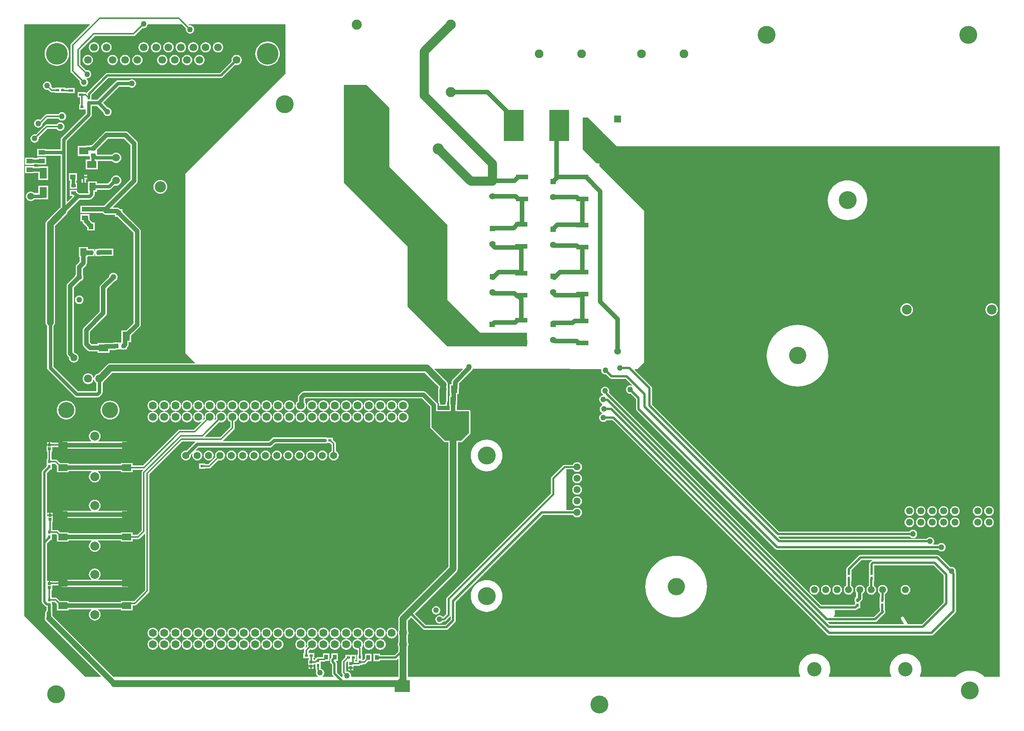
<source format=gtl>
G04*
G04 #@! TF.GenerationSoftware,Altium Limited,Altium Designer,20.2.4 (192)*
G04*
G04 Layer_Physical_Order=1*
G04 Layer_Color=255*
%FSLAX24Y24*%
%MOIN*%
G70*
G04*
G04 #@! TF.SameCoordinates,88804F16-18CD-4051-863E-DBC97BB31399*
G04*
G04*
G04 #@! TF.FilePolarity,Positive*
G04*
G01*
G75*
%ADD10C,0.0197*%
%ADD15C,0.0394*%
%ADD17R,0.0630X0.0965*%
%ADD18R,0.0571X0.0394*%
%ADD19R,0.0315X0.0394*%
%ADD20R,0.0252X0.0256*%
%ADD21R,0.0811X0.0638*%
%ADD22R,0.0236X0.0276*%
%ADD23R,0.0354X0.0394*%
%ADD24R,0.0638X0.0811*%
%ADD25R,0.0567X0.0654*%
%ADD26R,0.0472X0.0413*%
%ADD27R,0.0413X0.0472*%
%ADD28R,0.0276X0.0236*%
%ADD29R,0.0394X0.0236*%
%ADD30R,0.0335X0.0433*%
%ADD31R,0.0394X0.0354*%
%ADD32R,0.0394X0.0315*%
%ADD33R,0.0787X0.0591*%
%ADD34R,0.1260X0.0689*%
%ADD35R,0.0472X0.0689*%
%ADD36R,0.1063X0.0413*%
%ADD37R,0.1772X0.2756*%
%ADD84C,0.0307*%
%ADD85C,0.0307*%
%ADD86C,0.0787*%
%ADD87C,0.0315*%
%ADD88C,0.0148*%
%ADD89C,0.0591*%
%ADD90C,0.0150*%
%ADD91C,0.0492*%
%ADD92C,0.0276*%
%ADD93C,0.1520*%
%ADD94C,0.0610*%
%ADD95C,0.0866*%
%ADD96R,0.0512X0.0512*%
%ADD97C,0.0551*%
%ADD98R,0.0512X0.0512*%
%ADD99C,0.0512*%
%ADD100C,0.0630*%
%ADD101C,0.1260*%
%ADD102C,0.0768*%
%ADD103C,0.1575*%
%ADD104C,0.0669*%
%ADD105C,0.1907*%
%ADD106C,0.0886*%
%ADD107R,0.0700X0.0700*%
%ADD108C,0.0700*%
%ADD109R,0.0433X0.0433*%
%ADD110C,0.0433*%
%ADD111C,0.0709*%
%ADD112C,0.1417*%
%ADD113C,0.0787*%
%ADD114R,0.0596X0.0596*%
%ADD115C,0.0596*%
%ADD116C,0.0984*%
%ADD117C,0.0500*%
G36*
X5868Y61950D02*
X5887Y61904D01*
X4232Y60249D01*
X4189Y60185D01*
X4174Y60110D01*
Y57835D01*
X4189Y57760D01*
X4232Y57696D01*
X4994Y56934D01*
X4983Y56850D01*
X4996Y56754D01*
X5033Y56665D01*
X5092Y56588D01*
X5169Y56529D01*
X5258Y56492D01*
X5354Y56479D01*
X5450Y56492D01*
X5540Y56529D01*
X5617Y56588D01*
X5676Y56665D01*
X5713Y56754D01*
X5726Y56850D01*
X5713Y56946D01*
X5676Y57036D01*
X5617Y57113D01*
X5576Y57144D01*
X5596Y57192D01*
X5630Y57188D01*
X5726Y57200D01*
X5816Y57238D01*
X5892Y57297D01*
X5951Y57373D01*
X5989Y57463D01*
X6001Y57559D01*
X5989Y57655D01*
X5951Y57745D01*
X5892Y57822D01*
X5816Y57881D01*
X5726Y57918D01*
X5630Y57930D01*
X5546Y57919D01*
X5038Y58428D01*
Y59643D01*
X6302Y60907D01*
X9724D01*
X9799Y60922D01*
X9863Y60964D01*
X10507Y61608D01*
X10591Y61597D01*
X10687Y61610D01*
X10776Y61647D01*
X10853Y61706D01*
X10912Y61783D01*
X10949Y61872D01*
X10959Y61950D01*
X13954Y61950D01*
X14325Y61580D01*
X14314Y61496D01*
X14326Y61400D01*
X14363Y61310D01*
X14423Y61234D01*
X14499Y61175D01*
X14589Y61137D01*
X14685Y61125D01*
X14781Y61137D01*
X14871Y61175D01*
X14948Y61234D01*
X15007Y61310D01*
X15044Y61400D01*
X15056Y61496D01*
X15044Y61592D01*
X15007Y61682D01*
X14948Y61759D01*
X14871Y61818D01*
X14781Y61855D01*
X14685Y61867D01*
X14602Y61856D01*
X14554Y61904D01*
X14573Y61950D01*
X23071Y61950D01*
X23071Y57600D01*
X14271Y48800D01*
X14271Y33000D01*
X15108Y32163D01*
X15089Y32117D01*
X7671D01*
X7563Y32103D01*
X7462Y32061D01*
X7376Y31995D01*
X7376Y31995D01*
X6612Y31231D01*
X6582Y31227D01*
X6467Y31179D01*
X6369Y31104D01*
X6293Y31005D01*
X6245Y30890D01*
X6239Y30840D01*
X6188D01*
X6182Y30890D01*
X6134Y31005D01*
X6058Y31104D01*
X5960Y31179D01*
X5845Y31227D01*
X5721Y31243D01*
X5598Y31227D01*
X5483Y31179D01*
X5384Y31104D01*
X5309Y31005D01*
X5261Y30890D01*
X5245Y30767D01*
X5261Y30643D01*
X5309Y30528D01*
X5384Y30430D01*
X5483Y30354D01*
X5598Y30306D01*
X5721Y30290D01*
X5845Y30306D01*
X5960Y30354D01*
X6058Y30430D01*
X6134Y30528D01*
X6182Y30643D01*
X6188Y30694D01*
X6239D01*
X6245Y30643D01*
X6293Y30528D01*
X6369Y30430D01*
X6443Y30372D01*
Y29700D01*
X6422Y29678D01*
X4836D01*
X2670Y31845D01*
Y35422D01*
X2687Y35435D01*
X2753Y35521D01*
X2794Y35622D01*
X2809Y35730D01*
Y44198D01*
X3816Y45205D01*
X3882Y45292D01*
X3924Y45392D01*
X3937Y45494D01*
X4966Y46522D01*
X5835D01*
X5907Y46532D01*
X5974Y46559D01*
X6031Y46603D01*
X6216Y46788D01*
X6260Y46846D01*
X6288Y46913D01*
X6297Y46985D01*
Y47229D01*
X6516D01*
Y47396D01*
X7569D01*
X7641Y47406D01*
X7708Y47434D01*
X7766Y47478D01*
X8053Y47765D01*
X8067Y47759D01*
X8185Y47743D01*
X8303Y47759D01*
X8413Y47805D01*
X8508Y47877D01*
X8580Y47972D01*
X8626Y48082D01*
X8642Y48200D01*
X8626Y48318D01*
X8580Y48428D01*
X8508Y48523D01*
X8413Y48595D01*
X8303Y48641D01*
X8185Y48657D01*
X8067Y48641D01*
X7957Y48595D01*
X7862Y48523D01*
X7789Y48428D01*
X7744Y48318D01*
X7732Y48230D01*
X7454Y47952D01*
X6516D01*
Y48119D01*
X5713D01*
Y47229D01*
X5741D01*
Y47100D01*
X5720Y47078D01*
X4946D01*
X4883Y47104D01*
X4750Y47238D01*
Y47396D01*
X4492D01*
X4474Y47398D01*
X4435D01*
X4417Y47396D01*
X4120D01*
Y46844D01*
X4319D01*
X4340Y46794D01*
X3895Y46350D01*
X3849Y46369D01*
Y50591D01*
Y51685D01*
X5968Y53803D01*
X6012Y53861D01*
X6040Y53928D01*
X6049Y54000D01*
Y54756D01*
X6523D01*
X7053Y54225D01*
X7063Y54154D01*
X7100Y54064D01*
X7159Y53987D01*
X7236Y53928D01*
X7325Y53891D01*
X7421Y53879D01*
X7517Y53891D01*
X7607Y53928D01*
X7684Y53987D01*
X7743Y54064D01*
X7780Y54154D01*
X7793Y54250D01*
X7780Y54346D01*
X7743Y54436D01*
X7684Y54513D01*
X7607Y54572D01*
X7517Y54609D01*
X7446Y54618D01*
X7031Y55033D01*
X8071Y56073D01*
X8071Y56073D01*
X8452Y56454D01*
X9324D01*
X9381Y56411D01*
X9471Y56374D01*
X9567Y56361D01*
X9663Y56374D01*
X9753Y56411D01*
X9829Y56470D01*
X9888Y56547D01*
X9926Y56636D01*
X9938Y56732D01*
X9926Y56828D01*
X9888Y56918D01*
X9829Y56995D01*
X9753Y57054D01*
X9663Y57091D01*
X9567Y57104D01*
X9471Y57091D01*
X9381Y57054D01*
X9324Y57010D01*
X8337D01*
X8265Y57001D01*
X8198Y56973D01*
X8140Y56929D01*
X7677Y56466D01*
X7677Y56466D01*
X6523Y55311D01*
X6007D01*
Y55465D01*
X6012Y55486D01*
Y55739D01*
X7493Y57220D01*
X17419D01*
X17504Y57237D01*
X17575Y57285D01*
X18656Y58365D01*
X18663Y58362D01*
X18781Y58346D01*
X18900Y58362D01*
X19010Y58408D01*
X19104Y58480D01*
X19177Y58575D01*
X19223Y58685D01*
X19238Y58803D01*
X19223Y58921D01*
X19177Y59031D01*
X19104Y59126D01*
X19010Y59199D01*
X18900Y59244D01*
X18781Y59260D01*
X18663Y59244D01*
X18553Y59199D01*
X18459Y59126D01*
X18386Y59031D01*
X18340Y58921D01*
X18325Y58803D01*
X18340Y58685D01*
X18344Y58677D01*
X17328Y57662D01*
X7402D01*
X7317Y57645D01*
X7245Y57597D01*
X5635Y55986D01*
X5593Y55924D01*
X5582Y55931D01*
X5507Y55946D01*
X5436D01*
Y55986D01*
X4806D01*
Y55514D01*
X4992D01*
Y54924D01*
X4932D01*
Y54452D01*
X5444D01*
Y54452D01*
X5493Y54451D01*
Y54115D01*
X3375Y51997D01*
X3331Y51939D01*
X3303Y51872D01*
X3293Y51800D01*
Y50943D01*
X2057D01*
Y50984D01*
X1250D01*
Y50354D01*
X2057D01*
Y50395D01*
X3293D01*
Y45846D01*
X3226Y45795D01*
X2097Y44665D01*
X2031Y44579D01*
X1989Y44478D01*
X1975Y44370D01*
X1975Y44370D01*
Y35730D01*
X1989Y35622D01*
X2031Y35521D01*
X2097Y35435D01*
X2114Y35422D01*
Y31730D01*
X2123Y31658D01*
X2151Y31591D01*
X2195Y31533D01*
X4525Y29203D01*
X4582Y29159D01*
X4649Y29132D01*
X4721Y29122D01*
X6537D01*
X6609Y29132D01*
X6676Y29159D01*
X6733Y29203D01*
X6918Y29388D01*
X6962Y29446D01*
X6990Y29513D01*
X6999Y29585D01*
Y30397D01*
X7042Y30430D01*
X7118Y30528D01*
X7139Y30578D01*
X7844Y31283D01*
X35318D01*
X36549Y30052D01*
Y29991D01*
X36513Y29903D01*
X36499Y29795D01*
X36499Y29795D01*
Y28830D01*
X36513Y28722D01*
X36555Y28622D01*
X36561Y28613D01*
Y28368D01*
X37270D01*
Y28613D01*
X37277Y28622D01*
X37318Y28722D01*
X37333Y28830D01*
Y29405D01*
X37352D01*
Y29720D01*
X37354Y29722D01*
X37368Y29830D01*
X37368Y29830D01*
Y29850D01*
X37354Y29958D01*
X37352Y29961D01*
Y30224D01*
X37355Y30246D01*
X37356Y30252D01*
X37352Y30295D01*
X37350D01*
X37342Y30359D01*
X37300Y30460D01*
X37234Y30546D01*
X36176Y31604D01*
X36195Y31650D01*
X38657D01*
X38676Y31604D01*
X37783Y30711D01*
X37733Y30645D01*
X37701Y30569D01*
X37690Y30487D01*
Y30295D01*
X37520D01*
Y29405D01*
X37520D01*
X37552Y29355D01*
X37543Y29293D01*
X37467D01*
Y28368D01*
X37504D01*
Y28020D01*
X36439D01*
Y28450D01*
X36428Y28532D01*
X36396Y28609D01*
X36346Y28675D01*
X35446Y29575D01*
X35380Y29625D01*
X35303Y29657D01*
X35221Y29668D01*
X24721D01*
X24639Y29657D01*
X24562Y29625D01*
X24497Y29575D01*
X24255Y29333D01*
X24205Y29267D01*
X24173Y29191D01*
X24162Y29109D01*
Y28791D01*
X24087Y28734D01*
X24012Y28636D01*
X23965Y28522D01*
X23949Y28400D01*
X23965Y28278D01*
X24012Y28164D01*
X24087Y28066D01*
X24185Y27991D01*
X24299Y27944D01*
X24421Y27928D01*
X24543Y27944D01*
X24657Y27991D01*
X24755Y28066D01*
X24830Y28164D01*
X24877Y28278D01*
X24893Y28400D01*
X24877Y28522D01*
X24830Y28636D01*
X24798Y28679D01*
Y28977D01*
X24853Y29032D01*
X35090D01*
X35804Y28318D01*
Y27914D01*
X35801Y27900D01*
Y26500D01*
X35810Y26454D01*
X35836Y26415D01*
X35836Y26415D01*
X37036Y25215D01*
X37075Y25189D01*
X37121Y25180D01*
X37121Y25180D01*
X37404D01*
Y14223D01*
X33651Y10470D01*
X33126Y9945D01*
X33060Y9858D01*
X33019Y9758D01*
X33004Y9650D01*
X33004Y9650D01*
Y8617D01*
X32965Y8522D01*
X32949Y8400D01*
X32965Y8278D01*
X33004Y8183D01*
Y7617D01*
X32965Y7522D01*
X32949Y7400D01*
X32965Y7278D01*
X33004Y7183D01*
Y6795D01*
X32663Y6454D01*
X31381D01*
Y6568D01*
X30810D01*
Y5898D01*
X31381D01*
Y6012D01*
X32754D01*
X32839Y6029D01*
X32910Y6077D01*
X32958Y6125D01*
X33004Y6105D01*
Y4550D01*
X28880D01*
X28836Y4600D01*
X28843Y4650D01*
X28830Y4746D01*
X28793Y4836D01*
X28734Y4913D01*
X28657Y4972D01*
X28567Y5009D01*
X28471Y5021D01*
X28449Y5018D01*
X28411Y5051D01*
Y5799D01*
X28527Y5915D01*
X28577Y5895D01*
Y5458D01*
X28595D01*
Y5390D01*
X28821D01*
X29047D01*
Y5458D01*
X29065D01*
Y5509D01*
X29512D01*
X29587Y5524D01*
X29650Y5566D01*
X29662Y5578D01*
X29857D01*
Y5638D01*
X29997D01*
X30072Y5653D01*
X30135Y5695D01*
X30339Y5898D01*
X30633D01*
Y6568D01*
X30062D01*
Y6175D01*
X29916Y6029D01*
X29857D01*
Y6522D01*
X29817D01*
Y7051D01*
X29802Y7125D01*
X29801Y7126D01*
X29830Y7164D01*
X29877Y7278D01*
X29893Y7400D01*
X29877Y7522D01*
X29830Y7636D01*
X29755Y7734D01*
X29657Y7809D01*
X29543Y7856D01*
X29421Y7872D01*
X29299Y7856D01*
X29185Y7809D01*
X29087Y7734D01*
X29012Y7636D01*
X28965Y7522D01*
X28949Y7400D01*
X28965Y7278D01*
X29012Y7164D01*
X29087Y7066D01*
X29185Y6991D01*
X29299Y6944D01*
X29421Y6928D01*
X29426Y6924D01*
Y6522D01*
X29385D01*
Y5900D01*
X29217D01*
Y6014D01*
X29294D01*
Y6486D01*
X28349D01*
Y6291D01*
X28077Y6019D01*
X28035Y5955D01*
X28020Y5881D01*
Y4906D01*
X28035Y4831D01*
X28077Y4767D01*
X28111Y4734D01*
X28100Y4650D01*
X28107Y4600D01*
X28063Y4550D01*
X27983D01*
X27606Y4928D01*
Y5716D01*
X27589Y5800D01*
X27541Y5872D01*
X27511Y5902D01*
X27530Y5948D01*
X27679D01*
Y6618D01*
X27108D01*
Y6261D01*
X27065Y6218D01*
X27017Y6146D01*
X27000Y6062D01*
Y5879D01*
X27017Y5795D01*
X27065Y5723D01*
X27164Y5624D01*
Y4836D01*
X27181Y4752D01*
X27229Y4680D01*
X27313Y4596D01*
X27294Y4550D01*
X26352Y4550D01*
X26335Y4600D01*
X26384Y4637D01*
X26443Y4714D01*
X26480Y4804D01*
X26493Y4900D01*
X26480Y4996D01*
X26443Y5086D01*
X26384Y5163D01*
X26307Y5222D01*
X26222Y5257D01*
X26181Y5278D01*
Y5711D01*
Y5888D01*
X26495D01*
X26570Y5903D01*
X26633Y5945D01*
X26636Y5948D01*
X26931D01*
Y6618D01*
X26360D01*
Y6279D01*
X25927D01*
X25853Y6264D01*
X25790Y6222D01*
X25708D01*
Y6121D01*
X25633Y6046D01*
X25565D01*
Y6096D01*
X25525D01*
Y6169D01*
X25594D01*
Y6642D01*
X25100D01*
Y6802D01*
X25259Y6961D01*
X25299Y6944D01*
X25421Y6928D01*
X25543Y6944D01*
X25657Y6991D01*
X25755Y7066D01*
X25830Y7164D01*
X25877Y7278D01*
X25893Y7400D01*
X25877Y7522D01*
X25830Y7636D01*
X25755Y7734D01*
X25657Y7809D01*
X25543Y7856D01*
X25421Y7872D01*
X25299Y7856D01*
X25185Y7809D01*
X25087Y7734D01*
X25012Y7636D01*
X24965Y7522D01*
X24949Y7400D01*
X24965Y7278D01*
X24982Y7237D01*
X24843Y7098D01*
X24805Y7131D01*
X24830Y7164D01*
X24877Y7278D01*
X24893Y7400D01*
X24877Y7522D01*
X24830Y7636D01*
X24755Y7734D01*
X24657Y7809D01*
X24543Y7856D01*
X24421Y7872D01*
X24299Y7856D01*
X24185Y7809D01*
X24087Y7734D01*
X24012Y7636D01*
X23965Y7522D01*
X23949Y7400D01*
X23965Y7278D01*
X24012Y7164D01*
X24087Y7066D01*
X24185Y6991D01*
X24299Y6944D01*
X24421Y6928D01*
X24543Y6944D01*
X24657Y6991D01*
X24716Y7036D01*
X24753Y7001D01*
X24724Y6958D01*
X24709Y6883D01*
Y6642D01*
X24649D01*
Y6169D01*
X25134D01*
Y6096D01*
X25077D01*
Y5604D01*
X25095D01*
Y5536D01*
X25321D01*
X25547D01*
Y5604D01*
X25565D01*
Y5654D01*
X25708D01*
Y5278D01*
X25749D01*
Y5172D01*
X25764Y5097D01*
X25789Y5060D01*
X25763Y4996D01*
X25750Y4900D01*
X25763Y4804D01*
X25800Y4714D01*
X25859Y4637D01*
X25908Y4600D01*
X25891Y4550D01*
X7941D01*
X2589Y9902D01*
Y10150D01*
X2579Y10223D01*
Y10883D01*
X2571Y10950D01*
X2557Y10982D01*
Y11121D01*
X2795D01*
X2980Y10937D01*
Y10387D01*
X4003D01*
Y10482D01*
X5996D01*
X6013Y10432D01*
X5941Y10378D01*
X5859Y10271D01*
X5808Y10146D01*
X5790Y10013D01*
X5808Y9879D01*
X5859Y9754D01*
X5941Y9648D01*
X6048Y9566D01*
X6173Y9514D01*
X6306Y9496D01*
X6440Y9514D01*
X6564Y9566D01*
X6671Y9648D01*
X6753Y9754D01*
X6805Y9879D01*
X6823Y10013D01*
X6805Y10146D01*
X6753Y10271D01*
X6671Y10378D01*
X6600Y10432D01*
X6617Y10482D01*
X8609D01*
Y10387D01*
X9633D01*
Y10826D01*
X9843D01*
X9918Y10841D01*
X9981Y10883D01*
X11060Y11962D01*
X11102Y12025D01*
X11117Y12100D01*
Y22369D01*
X14002Y25254D01*
X15099D01*
X15116Y25204D01*
X15106Y25197D01*
X14360Y24450D01*
X14321Y24455D01*
X14208Y24441D01*
X14103Y24397D01*
X14012Y24327D01*
X13943Y24237D01*
X13899Y24132D01*
X13884Y24019D01*
X13899Y23906D01*
X13943Y23800D01*
X14012Y23710D01*
X14103Y23640D01*
X14208Y23597D01*
X14321Y23582D01*
X14434Y23597D01*
X14540Y23640D01*
X14630Y23710D01*
X14700Y23800D01*
X14743Y23906D01*
X14758Y24019D01*
X14753Y24057D01*
X14858Y24162D01*
X14900Y24134D01*
X14899Y24132D01*
X14884Y24019D01*
X14899Y23906D01*
X14943Y23800D01*
X15012Y23710D01*
X15103Y23640D01*
X15208Y23597D01*
X15321Y23582D01*
X15434Y23597D01*
X15540Y23640D01*
X15630Y23710D01*
X15700Y23800D01*
X15743Y23906D01*
X15758Y24019D01*
X15743Y24132D01*
X15700Y24237D01*
X15630Y24327D01*
X15540Y24397D01*
X15434Y24441D01*
X15321Y24455D01*
X15208Y24441D01*
X15206Y24440D01*
X15178Y24482D01*
X15418Y24722D01*
X21721D01*
X21793Y24732D01*
X21860Y24759D01*
X21918Y24803D01*
X22186Y25072D01*
X26555D01*
X26627Y25082D01*
X26694Y25109D01*
X26700Y25114D01*
X26967D01*
X27126Y24955D01*
Y24406D01*
X27103Y24397D01*
X27012Y24327D01*
X26943Y24237D01*
X26899Y24132D01*
X26884Y24019D01*
X26899Y23906D01*
X26943Y23800D01*
X27012Y23710D01*
X27103Y23640D01*
X27208Y23597D01*
X27321Y23582D01*
X27434Y23597D01*
X27540Y23640D01*
X27630Y23710D01*
X27700Y23800D01*
X27743Y23906D01*
X27758Y24019D01*
X27743Y24132D01*
X27700Y24237D01*
X27630Y24327D01*
X27540Y24397D01*
X27517Y24406D01*
Y25036D01*
X27502Y25111D01*
X27460Y25175D01*
X27244Y25391D01*
Y25586D01*
X26700D01*
X26694Y25591D01*
X26627Y25619D01*
X26555Y25628D01*
X22071D01*
X21999Y25619D01*
X21932Y25591D01*
X21875Y25547D01*
X21606Y25278D01*
X17597D01*
X17576Y25328D01*
X18560Y26312D01*
X18602Y26375D01*
X18617Y26450D01*
Y26974D01*
X18657Y26991D01*
X18755Y27066D01*
X18830Y27164D01*
X18877Y27278D01*
X18893Y27400D01*
X18877Y27522D01*
X18830Y27636D01*
X18755Y27734D01*
X18657Y27809D01*
X18543Y27856D01*
X18421Y27872D01*
X18299Y27856D01*
X18185Y27809D01*
X18087Y27734D01*
X18012Y27636D01*
X17965Y27522D01*
X17949Y27400D01*
X17965Y27278D01*
X18012Y27164D01*
X18087Y27066D01*
X18185Y26991D01*
X18226Y26974D01*
Y26531D01*
X17340Y25646D01*
X16009D01*
X15990Y25692D01*
X17259Y26961D01*
X17299Y26944D01*
X17421Y26928D01*
X17543Y26944D01*
X17657Y26991D01*
X17755Y27066D01*
X17830Y27164D01*
X17877Y27278D01*
X17893Y27400D01*
X17877Y27522D01*
X17830Y27636D01*
X17755Y27734D01*
X17657Y27809D01*
X17543Y27856D01*
X17421Y27872D01*
X17299Y27856D01*
X17185Y27809D01*
X17087Y27734D01*
X17012Y27636D01*
X16965Y27522D01*
X16949Y27400D01*
X16965Y27278D01*
X16982Y27237D01*
X16843Y27098D01*
X16805Y27131D01*
X16830Y27164D01*
X16877Y27278D01*
X16893Y27400D01*
X16877Y27522D01*
X16830Y27636D01*
X16755Y27734D01*
X16657Y27809D01*
X16543Y27856D01*
X16421Y27872D01*
X16299Y27856D01*
X16185Y27809D01*
X16087Y27734D01*
X16012Y27636D01*
X15965Y27522D01*
X15949Y27400D01*
X15965Y27278D01*
X15982Y27237D01*
X15843Y27098D01*
X15805Y27131D01*
X15830Y27164D01*
X15877Y27278D01*
X15893Y27400D01*
X15877Y27522D01*
X15830Y27636D01*
X15755Y27734D01*
X15657Y27809D01*
X15543Y27856D01*
X15421Y27872D01*
X15299Y27856D01*
X15185Y27809D01*
X15087Y27734D01*
X15012Y27636D01*
X14965Y27522D01*
X14949Y27400D01*
X14965Y27278D01*
X15012Y27164D01*
X15087Y27066D01*
X15185Y26991D01*
X15299Y26944D01*
X15421Y26928D01*
X15543Y26944D01*
X15657Y26991D01*
X15690Y27016D01*
X15723Y26978D01*
X15040Y26296D01*
X13781D01*
X13706Y26281D01*
X13643Y26238D01*
X10550Y23146D01*
X9633D01*
Y23363D01*
X8609D01*
Y23268D01*
X4003D01*
Y23363D01*
X3256D01*
X3015Y23605D01*
X2951Y23647D01*
X2876Y23662D01*
X2557D01*
Y23722D01*
X2517D01*
Y24354D01*
X2565D01*
Y24759D01*
X3217D01*
X3267Y24694D01*
X3332Y24643D01*
X3409Y24612D01*
X3491Y24601D01*
X9121D01*
X9203Y24612D01*
X9280Y24643D01*
X9346Y24694D01*
X9396Y24760D01*
X9428Y24836D01*
X9439Y24918D01*
X9428Y25001D01*
X9396Y25077D01*
X9346Y25143D01*
X9280Y25194D01*
X9203Y25225D01*
X9121Y25236D01*
X6617D01*
X6600Y25286D01*
X6671Y25341D01*
X6753Y25448D01*
X6805Y25572D01*
X6823Y25706D01*
X6805Y25840D01*
X6753Y25964D01*
X6671Y26071D01*
X6564Y26153D01*
X6440Y26205D01*
X6306Y26222D01*
X6173Y26205D01*
X6048Y26153D01*
X5941Y26071D01*
X5859Y25964D01*
X5808Y25840D01*
X5790Y25706D01*
X5808Y25572D01*
X5859Y25448D01*
X5941Y25341D01*
X6013Y25286D01*
X5996Y25236D01*
X3491D01*
X3409Y25225D01*
X3332Y25194D01*
X3276Y25150D01*
X2547D01*
Y25192D01*
X2371D01*
Y24964D01*
X2321D01*
Y24914D01*
X2095D01*
Y24846D01*
X2077D01*
Y24354D01*
X2126D01*
Y23722D01*
X2085D01*
Y23090D01*
X1715Y22720D01*
X1667Y22648D01*
X1650Y22564D01*
Y16364D01*
Y11150D01*
X1667Y11066D01*
X1715Y10994D01*
X1942Y10767D01*
X2014Y10719D01*
X2063Y10709D01*
Y10387D01*
X2047Y10375D01*
X1996Y10309D01*
X1964Y10232D01*
X1954Y10150D01*
Y9884D01*
X1953Y9884D01*
X1916Y9795D01*
X1904Y9700D01*
X1916Y9605D01*
X1953Y9516D01*
X2012Y9440D01*
X6856Y4596D01*
X6836Y4550D01*
X5471D01*
X118Y9903D01*
X118Y61950D01*
X5868Y61950D01*
D02*
G37*
G36*
X32221Y54600D02*
Y49400D01*
X37321Y44300D01*
Y37700D01*
X40221Y34800D01*
X44321Y34800D01*
X44321Y33600D01*
X37321D01*
X33821Y37100D01*
X33821Y42400D01*
X28221Y48000D01*
X28221Y56600D01*
X30221D01*
X32221Y54600D01*
D02*
G37*
G36*
X49671Y53750D02*
X51001Y52420D01*
Y52324D01*
X51097D01*
X52221Y51200D01*
X85866Y51200D01*
X85866Y4550D01*
X84523D01*
X84492Y4586D01*
X84320Y4737D01*
X84130Y4863D01*
X83925Y4964D01*
X83709Y5038D01*
X83485Y5082D01*
X83257Y5097D01*
X83029Y5082D01*
X82805Y5038D01*
X82588Y4964D01*
X82383Y4863D01*
X82193Y4737D01*
X82022Y4586D01*
X81990Y4550D01*
X80571D01*
X80571Y4550D01*
X78876D01*
X78842Y4600D01*
X78913Y4770D01*
X78964Y4982D01*
X78981Y5200D01*
X78964Y5418D01*
X78913Y5630D01*
X78829Y5832D01*
X78715Y6019D01*
X78573Y6185D01*
X78407Y6327D01*
X78220Y6441D01*
X78018Y6525D01*
X77806Y6576D01*
X77588Y6593D01*
X77370Y6576D01*
X77157Y6525D01*
X76955Y6441D01*
X76769Y6327D01*
X76603Y6185D01*
X76461Y6019D01*
X76347Y5832D01*
X76263Y5630D01*
X76212Y5418D01*
X76195Y5200D01*
X76212Y4982D01*
X76263Y4770D01*
X76333Y4600D01*
X76300Y4550D01*
X70876Y4550D01*
X70842Y4600D01*
X70913Y4770D01*
X70964Y4982D01*
X70981Y5200D01*
X70964Y5418D01*
X70913Y5630D01*
X70829Y5832D01*
X70715Y6019D01*
X70573Y6185D01*
X70407Y6327D01*
X70220Y6441D01*
X70018Y6525D01*
X69806Y6576D01*
X69588Y6593D01*
X69370Y6576D01*
X69157Y6525D01*
X68955Y6441D01*
X68769Y6327D01*
X68603Y6185D01*
X68461Y6019D01*
X68347Y5832D01*
X68263Y5630D01*
X68212Y5418D01*
X68195Y5200D01*
X68212Y4982D01*
X68263Y4770D01*
X68333Y4600D01*
X68300Y4550D01*
X54246Y4550D01*
Y4550D01*
X47771D01*
Y4550D01*
X33838D01*
Y7183D01*
X33877Y7278D01*
X33893Y7400D01*
X33877Y7522D01*
X33838Y7617D01*
Y8183D01*
X33877Y8278D01*
X33893Y8400D01*
X33877Y8522D01*
X33838Y8617D01*
Y9477D01*
X34135Y9774D01*
X35165Y8744D01*
X35237Y8696D01*
X35321Y8679D01*
X37221D01*
X37306Y8696D01*
X37377Y8744D01*
X37977Y9344D01*
X38025Y9416D01*
X38042Y9500D01*
Y11109D01*
X45713Y18779D01*
X48357D01*
X48419Y18698D01*
X48508Y18630D01*
X48611Y18588D01*
X48721Y18573D01*
X48832Y18588D01*
X48935Y18630D01*
X49023Y18698D01*
X49091Y18787D01*
X49134Y18890D01*
X49148Y19000D01*
X49134Y19110D01*
X49091Y19213D01*
X49023Y19302D01*
X48935Y19370D01*
X48832Y19412D01*
X48721Y19427D01*
X48611Y19412D01*
X48508Y19370D01*
X48419Y19302D01*
X48357Y19221D01*
X47771D01*
Y22803D01*
X48345D01*
X48352Y22787D01*
X48419Y22698D01*
X48508Y22630D01*
X48611Y22588D01*
X48721Y22573D01*
X48832Y22588D01*
X48935Y22630D01*
X49023Y22698D01*
X49091Y22787D01*
X49134Y22890D01*
X49148Y23000D01*
X49134Y23110D01*
X49091Y23213D01*
X49023Y23302D01*
X48935Y23370D01*
X48832Y23412D01*
X48721Y23427D01*
X48611Y23412D01*
X48508Y23370D01*
X48419Y23302D01*
X48352Y23213D01*
X48345Y23197D01*
X47621D01*
X47546Y23182D01*
X47482Y23139D01*
X46482Y22139D01*
X46439Y22075D01*
X46424Y22000D01*
Y20682D01*
X37282Y11539D01*
X37239Y11475D01*
X37224Y11400D01*
Y10082D01*
X36972Y9829D01*
X36906Y9834D01*
X36884Y9863D01*
X36807Y9922D01*
X36717Y9959D01*
X36621Y9971D01*
X36525Y9959D01*
X36436Y9922D01*
X36359Y9863D01*
X36300Y9786D01*
X36263Y9696D01*
X36250Y9600D01*
X36263Y9504D01*
X36300Y9414D01*
X36359Y9337D01*
X36436Y9278D01*
X36525Y9241D01*
X36621Y9229D01*
X36717Y9241D01*
X36807Y9278D01*
X36884Y9337D01*
X36934Y9403D01*
X37021D01*
X37097Y9418D01*
X37160Y9461D01*
X37550Y9851D01*
X37590Y9840D01*
X37600Y9832D01*
Y9591D01*
X37130Y9121D01*
X35413D01*
X34447Y10086D01*
X38116Y13755D01*
X38116Y13755D01*
X38182Y13842D01*
X38224Y13942D01*
X38238Y14050D01*
X38238Y14050D01*
Y25180D01*
X38521D01*
X38567Y25189D01*
X38606Y25215D01*
X38606Y25215D01*
X39306Y25915D01*
X39333Y25954D01*
X39342Y26000D01*
X39342Y26000D01*
Y27900D01*
X39333Y27946D01*
X39306Y27985D01*
X39267Y28011D01*
X39221Y28020D01*
X38139D01*
Y28368D01*
X38176D01*
Y28849D01*
X38178Y28870D01*
Y29219D01*
X38189Y29300D01*
Y29405D01*
X38323D01*
Y29916D01*
X38326Y29937D01*
Y30355D01*
X39446Y31475D01*
X39496Y31541D01*
X39508Y31569D01*
X39543Y31614D01*
X39558Y31650D01*
X48121D01*
Y31600D01*
X50813Y31600D01*
X50845Y31562D01*
X50839Y31516D01*
X50852Y31420D01*
X50889Y31330D01*
X50948Y31253D01*
X51025Y31194D01*
X51115Y31157D01*
X51211Y31144D01*
X51263Y31151D01*
X51586Y30828D01*
X51658Y30780D01*
X51742Y30763D01*
X52989D01*
X53559Y30194D01*
X53531Y30151D01*
X53482Y30172D01*
X53386Y30184D01*
X53290Y30172D01*
X53200Y30135D01*
X53123Y30076D01*
X53064Y29999D01*
X53027Y29909D01*
X53015Y29813D01*
X53027Y29717D01*
X53064Y29627D01*
X53123Y29550D01*
X53200Y29491D01*
X53290Y29454D01*
X53386Y29442D01*
X53438Y29449D01*
X53903Y28983D01*
Y28120D01*
X53920Y28036D01*
X53968Y27964D01*
X66143Y15789D01*
X66215Y15741D01*
X66299Y15724D01*
X80453D01*
X80485Y15682D01*
X80562Y15623D01*
X80652Y15586D01*
X80748Y15574D01*
X80844Y15586D01*
X80934Y15623D01*
X81011Y15682D01*
X81070Y15759D01*
X81107Y15849D01*
X81119Y15945D01*
X81107Y16041D01*
X81070Y16131D01*
X81011Y16207D01*
X80934Y16266D01*
X80844Y16304D01*
X80748Y16316D01*
X80652Y16304D01*
X80562Y16266D01*
X80485Y16207D01*
X80453Y16166D01*
X80033D01*
X80016Y16216D01*
D01*
X80066Y16281D01*
X80103Y16370D01*
X80115Y16467D01*
X80103Y16563D01*
X80066Y16652D01*
X80007Y16729D01*
X79930Y16788D01*
X79840Y16825D01*
X79744Y16838D01*
X79648Y16825D01*
X79558Y16788D01*
X79482Y16729D01*
X79450Y16687D01*
X66568D01*
X66420Y16836D01*
X66440Y16886D01*
X77958D01*
X77985Y16849D01*
X78062Y16790D01*
X78152Y16753D01*
X78248Y16741D01*
X78344Y16753D01*
X78434Y16790D01*
X78511Y16849D01*
X78570Y16926D01*
X78607Y17016D01*
X78619Y17112D01*
X78607Y17208D01*
X78570Y17297D01*
X78511Y17374D01*
X78434Y17433D01*
X78344Y17470D01*
X78248Y17483D01*
X78152Y17470D01*
X78062Y17433D01*
X77985Y17374D01*
X77949Y17327D01*
X66469D01*
X55300Y28497D01*
Y29941D01*
X55283Y30025D01*
X55235Y30097D01*
X53778Y31554D01*
X53797Y31600D01*
X54021D01*
X54621Y32200D01*
X54621Y45536D01*
X50676Y49482D01*
Y49702D01*
X50455D01*
X49221Y50936D01*
X49221Y53715D01*
X49257Y53750D01*
X49671Y53750D01*
D02*
G37*
G36*
X39221Y26000D02*
X38521Y25300D01*
X37121D01*
X35921Y26500D01*
Y27900D01*
X39221D01*
Y26000D01*
D02*
G37*
G36*
X2980Y23087D02*
Y22537D01*
X4003D01*
Y22632D01*
X5996D01*
X6013Y22582D01*
X5941Y22528D01*
X5859Y22421D01*
X5808Y22296D01*
X5790Y22163D01*
X5808Y22029D01*
X5859Y21904D01*
X5941Y21798D01*
X6048Y21716D01*
X6173Y21664D01*
X6306Y21646D01*
X6440Y21664D01*
X6564Y21716D01*
X6671Y21798D01*
X6753Y21904D01*
X6805Y22029D01*
X6823Y22163D01*
X6805Y22296D01*
X6753Y22421D01*
X6671Y22528D01*
X6600Y22582D01*
X6617Y22632D01*
X8609D01*
Y22537D01*
X9633D01*
Y22754D01*
X10533D01*
X10552Y22708D01*
X10483Y22639D01*
X10440Y22575D01*
X10426Y22500D01*
Y17431D01*
X10040Y17046D01*
X9633D01*
Y17263D01*
X8609D01*
Y17168D01*
X4003D01*
Y17263D01*
X3256D01*
X3115Y17405D01*
X3051Y17447D01*
X2976Y17462D01*
X2567D01*
Y18154D01*
X2615D01*
Y18646D01*
X2597D01*
Y18714D01*
X2371D01*
X2145D01*
Y18699D01*
X2142Y18697D01*
X2092Y18731D01*
Y22472D01*
X2397Y22778D01*
X2557D01*
Y23271D01*
X2795D01*
X2980Y23087D01*
D02*
G37*
G36*
X10726Y17112D02*
Y12181D01*
X9762Y11217D01*
X9343D01*
X9324Y11213D01*
X8609D01*
Y11118D01*
X4003D01*
Y11213D01*
X3256D01*
X3015Y11455D01*
X2951Y11497D01*
X2876Y11512D01*
X2557D01*
Y11572D01*
X2517D01*
Y12154D01*
X2565D01*
Y12573D01*
X3244D01*
X3267Y12544D01*
X3332Y12493D01*
X3409Y12462D01*
X3491Y12451D01*
X9121D01*
X9203Y12462D01*
X9280Y12493D01*
X9346Y12544D01*
X9396Y12610D01*
X9428Y12686D01*
X9439Y12768D01*
X9428Y12851D01*
X9396Y12927D01*
X9346Y12993D01*
X9280Y13044D01*
X9203Y13075D01*
X9121Y13086D01*
X6617D01*
X6600Y13136D01*
X6671Y13191D01*
X6753Y13298D01*
X6805Y13422D01*
X6823Y13556D01*
X6805Y13690D01*
X6753Y13814D01*
X6671Y13921D01*
X6564Y14003D01*
X6440Y14055D01*
X6306Y14072D01*
X6173Y14055D01*
X6048Y14003D01*
X5941Y13921D01*
X5859Y13814D01*
X5808Y13690D01*
X5790Y13556D01*
X5808Y13422D01*
X5859Y13298D01*
X5941Y13191D01*
X6013Y13136D01*
X5996Y13086D01*
X3491D01*
X3409Y13075D01*
X3332Y13044D01*
X3267Y12993D01*
X3244Y12964D01*
X2547D01*
Y12992D01*
X2371D01*
Y12764D01*
X2271D01*
Y12992D01*
X2095D01*
X2092Y13041D01*
Y16272D01*
X2397Y16578D01*
X2557D01*
Y17071D01*
X2895D01*
X2980Y16987D01*
Y16437D01*
X4003D01*
Y16532D01*
X5996D01*
X6013Y16482D01*
X5941Y16428D01*
X5859Y16321D01*
X5808Y16196D01*
X5790Y16063D01*
X5808Y15929D01*
X5859Y15804D01*
X5941Y15698D01*
X6048Y15616D01*
X6173Y15564D01*
X6306Y15546D01*
X6440Y15564D01*
X6564Y15616D01*
X6671Y15698D01*
X6753Y15804D01*
X6805Y15929D01*
X6823Y16063D01*
X6805Y16196D01*
X6753Y16321D01*
X6671Y16428D01*
X6600Y16482D01*
X6617Y16532D01*
X8609D01*
Y16437D01*
X9633D01*
Y16654D01*
X10121D01*
X10196Y16669D01*
X10260Y16712D01*
X10679Y17131D01*
X10726Y17112D01*
D02*
G37*
G36*
X34021Y3200D02*
X32671D01*
Y4250D01*
X34021D01*
Y3200D01*
D02*
G37*
%LPC*%
G36*
X17146Y60378D02*
X17027Y60362D01*
X16917Y60317D01*
X16823Y60244D01*
X16750Y60150D01*
X16705Y60039D01*
X16689Y59921D01*
X16705Y59803D01*
X16750Y59693D01*
X16823Y59598D01*
X16917Y59526D01*
X17027Y59480D01*
X17146Y59465D01*
X17264Y59480D01*
X17374Y59526D01*
X17469Y59598D01*
X17541Y59693D01*
X17587Y59803D01*
X17602Y59921D01*
X17587Y60039D01*
X17541Y60150D01*
X17469Y60244D01*
X17374Y60317D01*
X17264Y60362D01*
X17146Y60378D01*
D02*
G37*
G36*
X16055D02*
X15937Y60362D01*
X15827Y60317D01*
X15732Y60244D01*
X15660Y60150D01*
X15614Y60039D01*
X15598Y59921D01*
X15614Y59803D01*
X15660Y59693D01*
X15732Y59598D01*
X15827Y59526D01*
X15937Y59480D01*
X16055Y59465D01*
X16173Y59480D01*
X16283Y59526D01*
X16378Y59598D01*
X16451Y59693D01*
X16496Y59803D01*
X16512Y59921D01*
X16496Y60039D01*
X16451Y60150D01*
X16378Y60244D01*
X16283Y60317D01*
X16173Y60362D01*
X16055Y60378D01*
D02*
G37*
G36*
X14965D02*
X14846Y60362D01*
X14736Y60317D01*
X14642Y60244D01*
X14569Y60150D01*
X14523Y60039D01*
X14508Y59921D01*
X14523Y59803D01*
X14569Y59693D01*
X14642Y59598D01*
X14736Y59526D01*
X14846Y59480D01*
X14965Y59465D01*
X15083Y59480D01*
X15193Y59526D01*
X15287Y59598D01*
X15360Y59693D01*
X15406Y59803D01*
X15421Y59921D01*
X15406Y60039D01*
X15360Y60150D01*
X15287Y60244D01*
X15193Y60317D01*
X15083Y60362D01*
X14965Y60378D01*
D02*
G37*
G36*
X13874D02*
X13756Y60362D01*
X13646Y60317D01*
X13551Y60244D01*
X13479Y60150D01*
X13433Y60039D01*
X13417Y59921D01*
X13433Y59803D01*
X13479Y59693D01*
X13551Y59598D01*
X13646Y59526D01*
X13756Y59480D01*
X13874Y59465D01*
X13992Y59480D01*
X14102Y59526D01*
X14197Y59598D01*
X14269Y59693D01*
X14315Y59803D01*
X14331Y59921D01*
X14315Y60039D01*
X14269Y60150D01*
X14197Y60244D01*
X14102Y60317D01*
X13992Y60362D01*
X13874Y60378D01*
D02*
G37*
G36*
X12783D02*
X12665Y60362D01*
X12555Y60317D01*
X12461Y60244D01*
X12388Y60150D01*
X12342Y60039D01*
X12327Y59921D01*
X12342Y59803D01*
X12388Y59693D01*
X12461Y59598D01*
X12555Y59526D01*
X12665Y59480D01*
X12783Y59465D01*
X12902Y59480D01*
X13012Y59526D01*
X13106Y59598D01*
X13179Y59693D01*
X13225Y59803D01*
X13240Y59921D01*
X13225Y60039D01*
X13179Y60150D01*
X13106Y60244D01*
X13012Y60317D01*
X12902Y60362D01*
X12783Y60378D01*
D02*
G37*
G36*
X11693D02*
X11575Y60362D01*
X11465Y60317D01*
X11370Y60244D01*
X11297Y60150D01*
X11252Y60039D01*
X11236Y59921D01*
X11252Y59803D01*
X11297Y59693D01*
X11370Y59598D01*
X11465Y59526D01*
X11575Y59480D01*
X11693Y59465D01*
X11811Y59480D01*
X11921Y59526D01*
X12016Y59598D01*
X12088Y59693D01*
X12134Y59803D01*
X12150Y59921D01*
X12134Y60039D01*
X12088Y60150D01*
X12016Y60244D01*
X11921Y60317D01*
X11811Y60362D01*
X11693Y60378D01*
D02*
G37*
G36*
X10602D02*
X10484Y60362D01*
X10374Y60317D01*
X10279Y60244D01*
X10207Y60150D01*
X10161Y60039D01*
X10146Y59921D01*
X10161Y59803D01*
X10207Y59693D01*
X10279Y59598D01*
X10374Y59526D01*
X10484Y59480D01*
X10602Y59465D01*
X10721Y59480D01*
X10831Y59526D01*
X10925Y59598D01*
X10998Y59693D01*
X11043Y59803D01*
X11059Y59921D01*
X11043Y60039D01*
X10998Y60150D01*
X10925Y60244D01*
X10831Y60317D01*
X10721Y60362D01*
X10602Y60378D01*
D02*
G37*
G36*
X7331D02*
X7213Y60362D01*
X7102Y60317D01*
X7008Y60244D01*
X6935Y60150D01*
X6890Y60039D01*
X6874Y59921D01*
X6890Y59803D01*
X6935Y59693D01*
X7008Y59598D01*
X7102Y59526D01*
X7213Y59480D01*
X7331Y59465D01*
X7449Y59480D01*
X7559Y59526D01*
X7654Y59598D01*
X7726Y59693D01*
X7772Y59803D01*
X7787Y59921D01*
X7772Y60039D01*
X7726Y60150D01*
X7654Y60244D01*
X7559Y60317D01*
X7449Y60362D01*
X7331Y60378D01*
D02*
G37*
G36*
X6240D02*
X6122Y60362D01*
X6012Y60317D01*
X5917Y60244D01*
X5845Y60150D01*
X5799Y60039D01*
X5783Y59921D01*
X5799Y59803D01*
X5845Y59693D01*
X5917Y59598D01*
X6012Y59526D01*
X6122Y59480D01*
X6240Y59465D01*
X6358Y59480D01*
X6468Y59526D01*
X6563Y59598D01*
X6636Y59693D01*
X6681Y59803D01*
X6697Y59921D01*
X6681Y60039D01*
X6636Y60150D01*
X6563Y60244D01*
X6468Y60317D01*
X6358Y60362D01*
X6240Y60378D01*
D02*
G37*
G36*
X15510Y59260D02*
X15392Y59244D01*
X15282Y59199D01*
X15187Y59126D01*
X15114Y59031D01*
X15069Y58921D01*
X15053Y58803D01*
X15069Y58685D01*
X15114Y58575D01*
X15187Y58480D01*
X15282Y58408D01*
X15392Y58362D01*
X15510Y58346D01*
X15628Y58362D01*
X15738Y58408D01*
X15833Y58480D01*
X15905Y58575D01*
X15951Y58685D01*
X15967Y58803D01*
X15951Y58921D01*
X15905Y59031D01*
X15833Y59126D01*
X15738Y59199D01*
X15628Y59244D01*
X15510Y59260D01*
D02*
G37*
G36*
X14419D02*
X14301Y59244D01*
X14191Y59199D01*
X14096Y59126D01*
X14024Y59031D01*
X13978Y58921D01*
X13963Y58803D01*
X13978Y58685D01*
X14024Y58575D01*
X14096Y58480D01*
X14191Y58408D01*
X14301Y58362D01*
X14419Y58346D01*
X14537Y58362D01*
X14648Y58408D01*
X14742Y58480D01*
X14815Y58575D01*
X14860Y58685D01*
X14876Y58803D01*
X14860Y58921D01*
X14815Y59031D01*
X14742Y59126D01*
X14648Y59199D01*
X14537Y59244D01*
X14419Y59260D01*
D02*
G37*
G36*
X13329D02*
X13211Y59244D01*
X13100Y59199D01*
X13006Y59126D01*
X12933Y59031D01*
X12888Y58921D01*
X12872Y58803D01*
X12888Y58685D01*
X12933Y58575D01*
X13006Y58480D01*
X13100Y58408D01*
X13211Y58362D01*
X13329Y58346D01*
X13447Y58362D01*
X13557Y58408D01*
X13652Y58480D01*
X13724Y58575D01*
X13770Y58685D01*
X13785Y58803D01*
X13770Y58921D01*
X13724Y59031D01*
X13652Y59126D01*
X13557Y59199D01*
X13447Y59244D01*
X13329Y59260D01*
D02*
G37*
G36*
X12238D02*
X12120Y59244D01*
X12010Y59199D01*
X11915Y59126D01*
X11843Y59031D01*
X11797Y58921D01*
X11782Y58803D01*
X11797Y58685D01*
X11843Y58575D01*
X11915Y58480D01*
X12010Y58408D01*
X12120Y58362D01*
X12238Y58346D01*
X12356Y58362D01*
X12467Y58408D01*
X12561Y58480D01*
X12634Y58575D01*
X12679Y58685D01*
X12695Y58803D01*
X12679Y58921D01*
X12634Y59031D01*
X12561Y59126D01*
X12467Y59199D01*
X12356Y59244D01*
X12238Y59260D01*
D02*
G37*
G36*
X10057D02*
X9939Y59244D01*
X9829Y59199D01*
X9734Y59126D01*
X9662Y59031D01*
X9616Y58921D01*
X9600Y58803D01*
X9616Y58685D01*
X9662Y58575D01*
X9734Y58480D01*
X9829Y58408D01*
X9939Y58362D01*
X10057Y58346D01*
X10175Y58362D01*
X10285Y58408D01*
X10380Y58480D01*
X10453Y58575D01*
X10498Y58685D01*
X10514Y58803D01*
X10498Y58921D01*
X10453Y59031D01*
X10380Y59126D01*
X10285Y59199D01*
X10175Y59244D01*
X10057Y59260D01*
D02*
G37*
G36*
X8967D02*
X8848Y59244D01*
X8738Y59199D01*
X8644Y59126D01*
X8571Y59031D01*
X8525Y58921D01*
X8510Y58803D01*
X8525Y58685D01*
X8571Y58575D01*
X8644Y58480D01*
X8738Y58408D01*
X8848Y58362D01*
X8967Y58346D01*
X9085Y58362D01*
X9195Y58408D01*
X9289Y58480D01*
X9362Y58575D01*
X9408Y58685D01*
X9423Y58803D01*
X9408Y58921D01*
X9362Y59031D01*
X9289Y59126D01*
X9195Y59199D01*
X9085Y59244D01*
X8967Y59260D01*
D02*
G37*
G36*
X7876D02*
X7758Y59244D01*
X7648Y59199D01*
X7553Y59126D01*
X7480Y59031D01*
X7435Y58921D01*
X7419Y58803D01*
X7435Y58685D01*
X7480Y58575D01*
X7553Y58480D01*
X7648Y58408D01*
X7758Y58362D01*
X7876Y58346D01*
X7994Y58362D01*
X8104Y58408D01*
X8199Y58480D01*
X8271Y58575D01*
X8317Y58685D01*
X8333Y58803D01*
X8317Y58921D01*
X8271Y59031D01*
X8199Y59126D01*
X8104Y59199D01*
X7994Y59244D01*
X7876Y59260D01*
D02*
G37*
G36*
X5695D02*
X5577Y59244D01*
X5467Y59199D01*
X5372Y59126D01*
X5299Y59031D01*
X5254Y58921D01*
X5238Y58803D01*
X5254Y58685D01*
X5299Y58575D01*
X5372Y58480D01*
X5467Y58408D01*
X5577Y58362D01*
X5695Y58346D01*
X5813Y58362D01*
X5923Y58408D01*
X6018Y58480D01*
X6090Y58575D01*
X6136Y58685D01*
X6152Y58803D01*
X6136Y58921D01*
X6090Y59031D01*
X6018Y59126D01*
X5923Y59199D01*
X5813Y59244D01*
X5695Y59260D01*
D02*
G37*
G36*
X21498Y60437D02*
X21330Y60424D01*
X21166Y60385D01*
X21010Y60320D01*
X20866Y60232D01*
X20738Y60122D01*
X20628Y59994D01*
X20540Y59850D01*
X20475Y59694D01*
X20436Y59530D01*
X20423Y59362D01*
X20436Y59194D01*
X20475Y59030D01*
X20540Y58874D01*
X20628Y58730D01*
X20738Y58602D01*
X20866Y58492D01*
X21010Y58404D01*
X21166Y58340D01*
X21330Y58300D01*
X21498Y58287D01*
X21666Y58300D01*
X21830Y58340D01*
X21986Y58404D01*
X22130Y58492D01*
X22258Y58602D01*
X22368Y58730D01*
X22456Y58874D01*
X22521Y59030D01*
X22560Y59194D01*
X22573Y59362D01*
X22560Y59530D01*
X22521Y59694D01*
X22456Y59850D01*
X22368Y59994D01*
X22258Y60122D01*
X22130Y60232D01*
X21986Y60320D01*
X21830Y60385D01*
X21666Y60424D01*
X21498Y60437D01*
D02*
G37*
G36*
X2978D02*
X2810Y60424D01*
X2646Y60385D01*
X2490Y60320D01*
X2346Y60232D01*
X2218Y60122D01*
X2109Y59994D01*
X2020Y59850D01*
X1956Y59694D01*
X1916Y59530D01*
X1903Y59362D01*
X1916Y59194D01*
X1956Y59030D01*
X2020Y58874D01*
X2109Y58730D01*
X2218Y58602D01*
X2346Y58492D01*
X2490Y58404D01*
X2646Y58340D01*
X2810Y58300D01*
X2978Y58287D01*
X3147Y58300D01*
X3311Y58340D01*
X3466Y58404D01*
X3610Y58492D01*
X3739Y58602D01*
X3848Y58730D01*
X3936Y58874D01*
X4001Y59030D01*
X4040Y59194D01*
X4054Y59362D01*
X4040Y59530D01*
X4001Y59694D01*
X3936Y59850D01*
X3848Y59994D01*
X3739Y60122D01*
X3610Y60232D01*
X3466Y60320D01*
X3311Y60385D01*
X3147Y60424D01*
X2978Y60437D01*
D02*
G37*
G36*
X2121Y56921D02*
X2025Y56909D01*
X1936Y56872D01*
X1859Y56813D01*
X1800Y56736D01*
X1763Y56646D01*
X1750Y56550D01*
X1763Y56454D01*
X1800Y56364D01*
X1859Y56287D01*
X1936Y56228D01*
X2025Y56191D01*
X2121Y56179D01*
X2205Y56190D01*
X2383Y56012D01*
X2446Y55969D01*
X2521Y55954D01*
X2799D01*
Y55914D01*
X3744D01*
Y55928D01*
X3901D01*
Y55888D01*
X4531D01*
Y56360D01*
X3901D01*
Y56320D01*
X3744D01*
Y56386D01*
X3555D01*
X3507Y56396D01*
X3488D01*
X3440Y56386D01*
X2799D01*
Y56346D01*
X2602D01*
X2482Y56466D01*
X2493Y56550D01*
X2480Y56646D01*
X2443Y56736D01*
X2384Y56813D01*
X2307Y56872D01*
X2217Y56909D01*
X2121Y56921D01*
D02*
G37*
G36*
X3421Y54221D02*
X3325Y54209D01*
X3236Y54172D01*
X3159Y54113D01*
X3107Y54046D01*
X2069D01*
X1994Y54031D01*
X1931Y53988D01*
X1503Y53560D01*
X1444Y53585D01*
X1347Y53597D01*
X1251Y53585D01*
X1162Y53548D01*
X1085Y53489D01*
X1026Y53412D01*
X989Y53322D01*
X976Y53226D01*
X989Y53130D01*
X1026Y53041D01*
X1085Y52964D01*
X1162Y52905D01*
X1251Y52868D01*
X1347Y52855D01*
X1444Y52868D01*
X1533Y52905D01*
X1610Y52964D01*
X1669Y53041D01*
X1706Y53130D01*
X1718Y53223D01*
X2150Y53654D01*
X3107D01*
X3159Y53587D01*
X3236Y53528D01*
X3325Y53491D01*
X3421Y53479D01*
X3517Y53491D01*
X3607Y53528D01*
X3684Y53587D01*
X3743Y53664D01*
X3780Y53754D01*
X3793Y53850D01*
X3780Y53946D01*
X3743Y54036D01*
X3684Y54113D01*
X3607Y54172D01*
X3517Y54209D01*
X3421Y54221D01*
D02*
G37*
G36*
X3271Y53321D02*
X3175Y53309D01*
X3086Y53272D01*
X3009Y53213D01*
X2957Y53146D01*
X2071D01*
X1996Y53131D01*
X1933Y53088D01*
X1105Y52260D01*
X1021Y52271D01*
X925Y52259D01*
X836Y52222D01*
X759Y52163D01*
X700Y52086D01*
X663Y51996D01*
X650Y51900D01*
X663Y51804D01*
X700Y51714D01*
X759Y51637D01*
X836Y51578D01*
X925Y51541D01*
X1021Y51529D01*
X1117Y51541D01*
X1207Y51578D01*
X1284Y51637D01*
X1343Y51714D01*
X1380Y51804D01*
X1393Y51900D01*
X1382Y51984D01*
X2152Y52754D01*
X2957D01*
X3009Y52687D01*
X3086Y52628D01*
X3175Y52591D01*
X3271Y52579D01*
X3367Y52591D01*
X3457Y52628D01*
X3534Y52687D01*
X3593Y52764D01*
X3630Y52854D01*
X3643Y52950D01*
X3630Y53046D01*
X3593Y53136D01*
X3534Y53213D01*
X3457Y53272D01*
X3367Y53309D01*
X3271Y53321D01*
D02*
G37*
G36*
X2057Y50236D02*
X1250D01*
Y50185D01*
X982D01*
Y50217D01*
X175D01*
Y49587D01*
X982D01*
Y49637D01*
X1250D01*
Y49606D01*
X2057D01*
Y50236D01*
D02*
G37*
G36*
X6020Y48711D02*
X5135D01*
X5060Y48696D01*
X4997Y48653D01*
X4954Y48590D01*
X4939Y48515D01*
X4954Y48440D01*
X4997Y48377D01*
X5060Y48334D01*
X5071Y48332D01*
X5139Y48264D01*
Y47674D01*
X5154Y47599D01*
X5197Y47536D01*
X5260Y47493D01*
X5335Y47479D01*
X5410Y47493D01*
X5473Y47536D01*
X5516Y47599D01*
X5531Y47674D01*
Y48319D01*
X5960D01*
X5960Y48319D01*
X6035Y48304D01*
X6110Y48319D01*
X6173Y48362D01*
X6216Y48425D01*
X6231Y48500D01*
X6216Y48575D01*
X6173Y48638D01*
X6158Y48653D01*
X6095Y48696D01*
X6020Y48711D01*
D02*
G37*
G36*
X982Y49468D02*
X175D01*
Y48839D01*
X982D01*
Y48880D01*
X1328D01*
Y48246D01*
X2194D01*
Y49447D01*
X1328D01*
Y49428D01*
X982D01*
Y49468D01*
D02*
G37*
G36*
X4741Y48840D02*
X4033D01*
Y48190D01*
X4133D01*
Y48026D01*
X4120D01*
Y47474D01*
X4393D01*
X4411Y47472D01*
X4435D01*
X4453Y47474D01*
X4750D01*
Y48026D01*
X4689D01*
Y48190D01*
X4741D01*
Y48840D01*
D02*
G37*
G36*
X2194Y47754D02*
X1328D01*
Y47099D01*
X982D01*
X971Y47113D01*
X883Y47181D01*
X780Y47223D01*
X669Y47238D01*
X559Y47223D01*
X456Y47181D01*
X367Y47113D01*
X300Y47024D01*
X257Y46922D01*
X242Y46811D01*
X257Y46701D01*
X300Y46598D01*
X367Y46509D01*
X456Y46441D01*
X559Y46399D01*
X669Y46384D01*
X780Y46399D01*
X883Y46441D01*
X971Y46509D01*
X1003Y46551D01*
X1600D01*
X1618Y46553D01*
X2194D01*
Y47754D01*
D02*
G37*
G36*
X12071Y48263D02*
X11952Y48251D01*
X11837Y48217D01*
X11731Y48160D01*
X11638Y48084D01*
X11561Y47991D01*
X11505Y47885D01*
X11470Y47770D01*
X11458Y47650D01*
X11470Y47530D01*
X11505Y47415D01*
X11561Y47309D01*
X11638Y47216D01*
X11731Y47140D01*
X11837Y47083D01*
X11952Y47049D01*
X12071Y47037D01*
X12191Y47049D01*
X12306Y47083D01*
X12412Y47140D01*
X12505Y47216D01*
X12581Y47309D01*
X12638Y47415D01*
X12673Y47530D01*
X12684Y47650D01*
X12673Y47770D01*
X12638Y47885D01*
X12581Y47991D01*
X12505Y48084D01*
X12412Y48160D01*
X12306Y48217D01*
X12191Y48251D01*
X12071Y48263D01*
D02*
G37*
G36*
X5531Y45249D02*
X5443D01*
X5422Y45246D01*
X5039D01*
Y44616D01*
X5216D01*
X5225Y44554D01*
X5256Y44477D01*
X5307Y44411D01*
X5650Y44068D01*
Y43809D01*
X6299D01*
Y44518D01*
X6099D01*
X5849Y44767D01*
Y44931D01*
X5846Y44952D01*
Y45246D01*
X5552D01*
X5531Y45249D01*
D02*
G37*
G36*
X5709Y42364D02*
X4906D01*
Y41474D01*
X4989D01*
Y41082D01*
X4718Y40810D01*
X4668Y40745D01*
X4636Y40668D01*
X4625Y40586D01*
Y39915D01*
X4616Y39903D01*
X4579Y39812D01*
X4577Y39798D01*
X3919Y39140D01*
X3869Y39074D01*
X3837Y38998D01*
X3826Y38915D01*
Y32991D01*
X3837Y32909D01*
X3869Y32832D01*
X3919Y32766D01*
X4036Y32650D01*
X4032Y32618D01*
X4046Y32507D01*
X4089Y32404D01*
X4157Y32316D01*
X4245Y32248D01*
X4348Y32205D01*
X4459Y32191D01*
X4569Y32205D01*
X4672Y32248D01*
X4761Y32316D01*
X4828Y32404D01*
X4871Y32507D01*
X4886Y32618D01*
X4871Y32728D01*
X4828Y32831D01*
X4761Y32919D01*
X4672Y32987D01*
X4569Y33030D01*
X4552Y33032D01*
X4461Y33123D01*
Y38784D01*
X5026Y39348D01*
X5041Y39350D01*
X5132Y39388D01*
X5210Y39448D01*
X5270Y39526D01*
X5307Y39617D01*
X5320Y39715D01*
X5307Y39812D01*
X5270Y39903D01*
X5261Y39915D01*
Y40454D01*
X5532Y40725D01*
X5582Y40791D01*
X5614Y40868D01*
X5625Y40950D01*
Y41474D01*
X5709D01*
Y41538D01*
X5996D01*
X6017Y41541D01*
X6272D01*
Y41698D01*
X6273Y41701D01*
X6330Y41707D01*
X6351Y41683D01*
Y41541D01*
X6606D01*
X6626Y41538D01*
X6647Y41541D01*
X6902D01*
Y41572D01*
X7224D01*
Y41565D01*
X7933D01*
Y42215D01*
X7224D01*
Y42207D01*
X6661D01*
X6578Y42197D01*
X6515Y42170D01*
X6351D01*
Y42013D01*
X6350Y42010D01*
X6293Y42004D01*
X6272Y42028D01*
Y42170D01*
X6017D01*
X5996Y42173D01*
X5709D01*
Y42364D01*
D02*
G37*
G36*
X4943Y38092D02*
X4845Y38079D01*
X4754Y38041D01*
X4676Y37981D01*
X4616Y37903D01*
X4579Y37812D01*
X4566Y37715D01*
X4579Y37617D01*
X4616Y37526D01*
X4676Y37448D01*
X4754Y37388D01*
X4845Y37350D01*
X4943Y37337D01*
X5041Y37350D01*
X5132Y37388D01*
X5210Y37448D01*
X5270Y37526D01*
X5307Y37617D01*
X5320Y37715D01*
X5307Y37812D01*
X5270Y37903D01*
X5210Y37981D01*
X5132Y38041D01*
X5041Y38079D01*
X4943Y38092D01*
D02*
G37*
G36*
X9021Y52518D02*
X7351D01*
X7269Y52507D01*
X7193Y52475D01*
X7127Y52425D01*
X6027Y51325D01*
X5866D01*
Y51288D01*
X5627D01*
X5555Y51279D01*
X5488Y51251D01*
X5470Y51237D01*
X4807D01*
Y50363D01*
X5814D01*
X5854Y50363D01*
X5864Y50317D01*
Y50039D01*
X5511D01*
Y49165D01*
X6559D01*
Y49922D01*
X7828D01*
X7862Y49877D01*
X7957Y49805D01*
X8067Y49759D01*
X8185Y49743D01*
X8303Y49759D01*
X8413Y49805D01*
X8508Y49877D01*
X8580Y49972D01*
X8626Y50082D01*
X8642Y50200D01*
X8626Y50318D01*
X8580Y50428D01*
X8508Y50523D01*
X8413Y50595D01*
X8303Y50641D01*
X8185Y50657D01*
X8067Y50641D01*
X7957Y50595D01*
X7862Y50523D01*
X7828Y50478D01*
X6538D01*
X6496Y50520D01*
Y50685D01*
X6496Y50695D01*
Y50735D01*
X6496Y50745D01*
Y50896D01*
X7483Y51882D01*
X8890D01*
X9454Y51318D01*
Y48318D01*
X7132Y45997D01*
X5443D01*
X5422Y45994D01*
X5039D01*
Y45364D01*
X5422D01*
X5443Y45361D01*
X6992D01*
X7039Y45300D01*
X7054Y45285D01*
X7120Y45235D01*
X7196Y45203D01*
X7279Y45192D01*
X8083D01*
Y45020D01*
X8303D01*
X9712Y43611D01*
Y35661D01*
X9072Y35022D01*
X8648D01*
Y34397D01*
X8645Y34376D01*
Y33962D01*
X8543D01*
Y33962D01*
X8504D01*
Y33962D01*
X8229D01*
X8209Y33965D01*
X8115D01*
X8095Y33962D01*
X7913D01*
Y33924D01*
X7200D01*
X7179Y33921D01*
X6554D01*
Y33802D01*
X6028D01*
X5889Y33941D01*
Y34927D01*
X7282Y36321D01*
X7332Y36386D01*
X7364Y36463D01*
X7375Y36545D01*
Y38668D01*
X8069Y39362D01*
X8132Y39388D01*
X8210Y39448D01*
X8270Y39526D01*
X8307Y39617D01*
X8320Y39715D01*
X8307Y39812D01*
X8270Y39903D01*
X8210Y39981D01*
X8132Y40041D01*
X8041Y40079D01*
X7943Y40092D01*
X7845Y40079D01*
X7754Y40041D01*
X7676Y39981D01*
X7616Y39903D01*
X7579Y39812D01*
X7572Y39764D01*
X6832Y39024D01*
X6782Y38958D01*
X6750Y38881D01*
X6739Y38799D01*
Y36677D01*
X5346Y35284D01*
X5296Y35218D01*
X5264Y35141D01*
X5253Y35059D01*
Y33809D01*
X5264Y33727D01*
X5296Y33650D01*
X5346Y33584D01*
X5671Y33259D01*
X5737Y33209D01*
X5814Y33177D01*
X5896Y33166D01*
X6554D01*
Y33047D01*
X7601D01*
Y33288D01*
X8074D01*
X8156Y33299D01*
X8233Y33331D01*
X8235Y33332D01*
X8504D01*
Y33332D01*
X8543D01*
Y33332D01*
X8818D01*
X8839Y33330D01*
X8859Y33332D01*
X9134D01*
Y33493D01*
X9187Y33547D01*
X9238Y33612D01*
X9269Y33689D01*
X9280Y33771D01*
Y33974D01*
X9522D01*
Y34572D01*
X10254Y35305D01*
X10305Y35371D01*
X10336Y35447D01*
X10347Y35530D01*
Y43743D01*
X10336Y43825D01*
X10305Y43902D01*
X10254Y43967D01*
X8753Y45469D01*
Y45689D01*
X8533D01*
X8487Y45734D01*
X8421Y45785D01*
X8345Y45817D01*
X8263Y45827D01*
X7927D01*
X7908Y45874D01*
X9996Y47962D01*
X10046Y48028D01*
X10078Y48104D01*
X10089Y48187D01*
Y51450D01*
X10078Y51532D01*
X10046Y51609D01*
X9996Y51675D01*
X9246Y52425D01*
X9180Y52475D01*
X9103Y52507D01*
X9021Y52518D01*
D02*
G37*
G36*
X33421Y28872D02*
X33299Y28856D01*
X33185Y28809D01*
X33087Y28734D01*
X33012Y28636D01*
X32965Y28522D01*
X32949Y28400D01*
X32965Y28278D01*
X33012Y28164D01*
X33087Y28066D01*
X33185Y27991D01*
X33299Y27944D01*
X33421Y27928D01*
X33543Y27944D01*
X33657Y27991D01*
X33755Y28066D01*
X33830Y28164D01*
X33877Y28278D01*
X33893Y28400D01*
X33877Y28522D01*
X33830Y28636D01*
X33755Y28734D01*
X33657Y28809D01*
X33543Y28856D01*
X33421Y28872D01*
D02*
G37*
G36*
X32421D02*
X32299Y28856D01*
X32185Y28809D01*
X32087Y28734D01*
X32012Y28636D01*
X31965Y28522D01*
X31949Y28400D01*
X31965Y28278D01*
X32012Y28164D01*
X32087Y28066D01*
X32185Y27991D01*
X32299Y27944D01*
X32421Y27928D01*
X32543Y27944D01*
X32657Y27991D01*
X32755Y28066D01*
X32830Y28164D01*
X32877Y28278D01*
X32893Y28400D01*
X32877Y28522D01*
X32830Y28636D01*
X32755Y28734D01*
X32657Y28809D01*
X32543Y28856D01*
X32421Y28872D01*
D02*
G37*
G36*
X31421D02*
X31299Y28856D01*
X31185Y28809D01*
X31087Y28734D01*
X31012Y28636D01*
X30965Y28522D01*
X30949Y28400D01*
X30965Y28278D01*
X31012Y28164D01*
X31087Y28066D01*
X31185Y27991D01*
X31299Y27944D01*
X31421Y27928D01*
X31543Y27944D01*
X31657Y27991D01*
X31755Y28066D01*
X31830Y28164D01*
X31877Y28278D01*
X31893Y28400D01*
X31877Y28522D01*
X31830Y28636D01*
X31755Y28734D01*
X31657Y28809D01*
X31543Y28856D01*
X31421Y28872D01*
D02*
G37*
G36*
X30421D02*
X30299Y28856D01*
X30185Y28809D01*
X30087Y28734D01*
X30012Y28636D01*
X29965Y28522D01*
X29949Y28400D01*
X29965Y28278D01*
X30012Y28164D01*
X30087Y28066D01*
X30185Y27991D01*
X30299Y27944D01*
X30421Y27928D01*
X30543Y27944D01*
X30657Y27991D01*
X30755Y28066D01*
X30830Y28164D01*
X30877Y28278D01*
X30893Y28400D01*
X30877Y28522D01*
X30830Y28636D01*
X30755Y28734D01*
X30657Y28809D01*
X30543Y28856D01*
X30421Y28872D01*
D02*
G37*
G36*
X29421D02*
X29299Y28856D01*
X29185Y28809D01*
X29087Y28734D01*
X29012Y28636D01*
X28965Y28522D01*
X28949Y28400D01*
X28965Y28278D01*
X29012Y28164D01*
X29087Y28066D01*
X29185Y27991D01*
X29299Y27944D01*
X29421Y27928D01*
X29543Y27944D01*
X29657Y27991D01*
X29755Y28066D01*
X29830Y28164D01*
X29877Y28278D01*
X29893Y28400D01*
X29877Y28522D01*
X29830Y28636D01*
X29755Y28734D01*
X29657Y28809D01*
X29543Y28856D01*
X29421Y28872D01*
D02*
G37*
G36*
X28421D02*
X28299Y28856D01*
X28185Y28809D01*
X28087Y28734D01*
X28012Y28636D01*
X27965Y28522D01*
X27949Y28400D01*
X27965Y28278D01*
X28012Y28164D01*
X28087Y28066D01*
X28185Y27991D01*
X28299Y27944D01*
X28421Y27928D01*
X28543Y27944D01*
X28657Y27991D01*
X28755Y28066D01*
X28830Y28164D01*
X28877Y28278D01*
X28893Y28400D01*
X28877Y28522D01*
X28830Y28636D01*
X28755Y28734D01*
X28657Y28809D01*
X28543Y28856D01*
X28421Y28872D01*
D02*
G37*
G36*
X27421D02*
X27299Y28856D01*
X27185Y28809D01*
X27087Y28734D01*
X27012Y28636D01*
X26965Y28522D01*
X26949Y28400D01*
X26965Y28278D01*
X27012Y28164D01*
X27087Y28066D01*
X27185Y27991D01*
X27299Y27944D01*
X27421Y27928D01*
X27543Y27944D01*
X27657Y27991D01*
X27755Y28066D01*
X27830Y28164D01*
X27877Y28278D01*
X27893Y28400D01*
X27877Y28522D01*
X27830Y28636D01*
X27755Y28734D01*
X27657Y28809D01*
X27543Y28856D01*
X27421Y28872D01*
D02*
G37*
G36*
X26421D02*
X26299Y28856D01*
X26185Y28809D01*
X26087Y28734D01*
X26012Y28636D01*
X25965Y28522D01*
X25949Y28400D01*
X25965Y28278D01*
X26012Y28164D01*
X26087Y28066D01*
X26185Y27991D01*
X26299Y27944D01*
X26421Y27928D01*
X26543Y27944D01*
X26657Y27991D01*
X26755Y28066D01*
X26830Y28164D01*
X26877Y28278D01*
X26893Y28400D01*
X26877Y28522D01*
X26830Y28636D01*
X26755Y28734D01*
X26657Y28809D01*
X26543Y28856D01*
X26421Y28872D01*
D02*
G37*
G36*
X25421D02*
X25299Y28856D01*
X25185Y28809D01*
X25087Y28734D01*
X25012Y28636D01*
X24965Y28522D01*
X24949Y28400D01*
X24965Y28278D01*
X25012Y28164D01*
X25087Y28066D01*
X25185Y27991D01*
X25299Y27944D01*
X25421Y27928D01*
X25543Y27944D01*
X25657Y27991D01*
X25755Y28066D01*
X25830Y28164D01*
X25877Y28278D01*
X25893Y28400D01*
X25877Y28522D01*
X25830Y28636D01*
X25755Y28734D01*
X25657Y28809D01*
X25543Y28856D01*
X25421Y28872D01*
D02*
G37*
G36*
X23421D02*
X23299Y28856D01*
X23185Y28809D01*
X23087Y28734D01*
X23012Y28636D01*
X22965Y28522D01*
X22949Y28400D01*
X22965Y28278D01*
X23012Y28164D01*
X23087Y28066D01*
X23185Y27991D01*
X23299Y27944D01*
X23421Y27928D01*
X23543Y27944D01*
X23657Y27991D01*
X23755Y28066D01*
X23830Y28164D01*
X23877Y28278D01*
X23893Y28400D01*
X23877Y28522D01*
X23830Y28636D01*
X23755Y28734D01*
X23657Y28809D01*
X23543Y28856D01*
X23421Y28872D01*
D02*
G37*
G36*
X22421D02*
X22299Y28856D01*
X22185Y28809D01*
X22087Y28734D01*
X22012Y28636D01*
X21965Y28522D01*
X21949Y28400D01*
X21965Y28278D01*
X22012Y28164D01*
X22087Y28066D01*
X22185Y27991D01*
X22299Y27944D01*
X22421Y27928D01*
X22543Y27944D01*
X22657Y27991D01*
X22755Y28066D01*
X22830Y28164D01*
X22877Y28278D01*
X22893Y28400D01*
X22877Y28522D01*
X22830Y28636D01*
X22755Y28734D01*
X22657Y28809D01*
X22543Y28856D01*
X22421Y28872D01*
D02*
G37*
G36*
X21421D02*
X21299Y28856D01*
X21185Y28809D01*
X21087Y28734D01*
X21012Y28636D01*
X20965Y28522D01*
X20949Y28400D01*
X20965Y28278D01*
X21012Y28164D01*
X21087Y28066D01*
X21185Y27991D01*
X21299Y27944D01*
X21421Y27928D01*
X21543Y27944D01*
X21657Y27991D01*
X21755Y28066D01*
X21830Y28164D01*
X21877Y28278D01*
X21893Y28400D01*
X21877Y28522D01*
X21830Y28636D01*
X21755Y28734D01*
X21657Y28809D01*
X21543Y28856D01*
X21421Y28872D01*
D02*
G37*
G36*
X20421D02*
X20299Y28856D01*
X20185Y28809D01*
X20087Y28734D01*
X20012Y28636D01*
X19965Y28522D01*
X19949Y28400D01*
X19965Y28278D01*
X20012Y28164D01*
X20087Y28066D01*
X20185Y27991D01*
X20299Y27944D01*
X20421Y27928D01*
X20543Y27944D01*
X20657Y27991D01*
X20755Y28066D01*
X20830Y28164D01*
X20877Y28278D01*
X20893Y28400D01*
X20877Y28522D01*
X20830Y28636D01*
X20755Y28734D01*
X20657Y28809D01*
X20543Y28856D01*
X20421Y28872D01*
D02*
G37*
G36*
X19421D02*
X19299Y28856D01*
X19185Y28809D01*
X19087Y28734D01*
X19012Y28636D01*
X18965Y28522D01*
X18949Y28400D01*
X18965Y28278D01*
X19012Y28164D01*
X19087Y28066D01*
X19185Y27991D01*
X19299Y27944D01*
X19421Y27928D01*
X19543Y27944D01*
X19657Y27991D01*
X19755Y28066D01*
X19830Y28164D01*
X19877Y28278D01*
X19893Y28400D01*
X19877Y28522D01*
X19830Y28636D01*
X19755Y28734D01*
X19657Y28809D01*
X19543Y28856D01*
X19421Y28872D01*
D02*
G37*
G36*
X18421D02*
X18299Y28856D01*
X18185Y28809D01*
X18087Y28734D01*
X18012Y28636D01*
X17965Y28522D01*
X17949Y28400D01*
X17965Y28278D01*
X18012Y28164D01*
X18087Y28066D01*
X18185Y27991D01*
X18299Y27944D01*
X18421Y27928D01*
X18543Y27944D01*
X18657Y27991D01*
X18755Y28066D01*
X18830Y28164D01*
X18877Y28278D01*
X18893Y28400D01*
X18877Y28522D01*
X18830Y28636D01*
X18755Y28734D01*
X18657Y28809D01*
X18543Y28856D01*
X18421Y28872D01*
D02*
G37*
G36*
X17421D02*
X17299Y28856D01*
X17185Y28809D01*
X17087Y28734D01*
X17012Y28636D01*
X16965Y28522D01*
X16949Y28400D01*
X16965Y28278D01*
X17012Y28164D01*
X17087Y28066D01*
X17185Y27991D01*
X17299Y27944D01*
X17421Y27928D01*
X17543Y27944D01*
X17657Y27991D01*
X17755Y28066D01*
X17830Y28164D01*
X17877Y28278D01*
X17893Y28400D01*
X17877Y28522D01*
X17830Y28636D01*
X17755Y28734D01*
X17657Y28809D01*
X17543Y28856D01*
X17421Y28872D01*
D02*
G37*
G36*
X16421D02*
X16299Y28856D01*
X16185Y28809D01*
X16087Y28734D01*
X16012Y28636D01*
X15965Y28522D01*
X15949Y28400D01*
X15965Y28278D01*
X16012Y28164D01*
X16087Y28066D01*
X16185Y27991D01*
X16299Y27944D01*
X16421Y27928D01*
X16543Y27944D01*
X16657Y27991D01*
X16755Y28066D01*
X16830Y28164D01*
X16877Y28278D01*
X16893Y28400D01*
X16877Y28522D01*
X16830Y28636D01*
X16755Y28734D01*
X16657Y28809D01*
X16543Y28856D01*
X16421Y28872D01*
D02*
G37*
G36*
X15421D02*
X15299Y28856D01*
X15185Y28809D01*
X15087Y28734D01*
X15012Y28636D01*
X14965Y28522D01*
X14949Y28400D01*
X14965Y28278D01*
X15012Y28164D01*
X15087Y28066D01*
X15185Y27991D01*
X15299Y27944D01*
X15421Y27928D01*
X15543Y27944D01*
X15657Y27991D01*
X15755Y28066D01*
X15830Y28164D01*
X15877Y28278D01*
X15893Y28400D01*
X15877Y28522D01*
X15830Y28636D01*
X15755Y28734D01*
X15657Y28809D01*
X15543Y28856D01*
X15421Y28872D01*
D02*
G37*
G36*
X14421D02*
X14299Y28856D01*
X14185Y28809D01*
X14087Y28734D01*
X14012Y28636D01*
X13965Y28522D01*
X13949Y28400D01*
X13965Y28278D01*
X14012Y28164D01*
X14087Y28066D01*
X14185Y27991D01*
X14299Y27944D01*
X14421Y27928D01*
X14543Y27944D01*
X14657Y27991D01*
X14755Y28066D01*
X14830Y28164D01*
X14877Y28278D01*
X14893Y28400D01*
X14877Y28522D01*
X14830Y28636D01*
X14755Y28734D01*
X14657Y28809D01*
X14543Y28856D01*
X14421Y28872D01*
D02*
G37*
G36*
X13421D02*
X13299Y28856D01*
X13185Y28809D01*
X13087Y28734D01*
X13012Y28636D01*
X12965Y28522D01*
X12949Y28400D01*
X12965Y28278D01*
X13012Y28164D01*
X13087Y28066D01*
X13185Y27991D01*
X13299Y27944D01*
X13421Y27928D01*
X13543Y27944D01*
X13657Y27991D01*
X13755Y28066D01*
X13830Y28164D01*
X13877Y28278D01*
X13893Y28400D01*
X13877Y28522D01*
X13830Y28636D01*
X13755Y28734D01*
X13657Y28809D01*
X13543Y28856D01*
X13421Y28872D01*
D02*
G37*
G36*
X12421D02*
X12299Y28856D01*
X12185Y28809D01*
X12087Y28734D01*
X12012Y28636D01*
X11965Y28522D01*
X11949Y28400D01*
X11965Y28278D01*
X12012Y28164D01*
X12087Y28066D01*
X12185Y27991D01*
X12299Y27944D01*
X12421Y27928D01*
X12543Y27944D01*
X12657Y27991D01*
X12755Y28066D01*
X12830Y28164D01*
X12877Y28278D01*
X12893Y28400D01*
X12877Y28522D01*
X12830Y28636D01*
X12755Y28734D01*
X12657Y28809D01*
X12543Y28856D01*
X12421Y28872D01*
D02*
G37*
G36*
X11421D02*
X11299Y28856D01*
X11185Y28809D01*
X11087Y28734D01*
X11012Y28636D01*
X10965Y28522D01*
X10949Y28400D01*
X10965Y28278D01*
X11012Y28164D01*
X11087Y28066D01*
X11185Y27991D01*
X11299Y27944D01*
X11421Y27928D01*
X11543Y27944D01*
X11657Y27991D01*
X11755Y28066D01*
X11830Y28164D01*
X11877Y28278D01*
X11893Y28400D01*
X11877Y28522D01*
X11830Y28636D01*
X11755Y28734D01*
X11657Y28809D01*
X11543Y28856D01*
X11421Y28872D01*
D02*
G37*
G36*
X7650Y28842D02*
X7488Y28826D01*
X7332Y28778D01*
X7189Y28701D01*
X7063Y28598D01*
X6960Y28472D01*
X6883Y28329D01*
X6836Y28173D01*
X6820Y28011D01*
X6836Y27849D01*
X6883Y27693D01*
X6960Y27549D01*
X7063Y27423D01*
X7189Y27320D01*
X7332Y27243D01*
X7488Y27196D01*
X7650Y27180D01*
X7812Y27196D01*
X7968Y27243D01*
X8112Y27320D01*
X8238Y27423D01*
X8341Y27549D01*
X8418Y27693D01*
X8465Y27849D01*
X8481Y28011D01*
X8465Y28173D01*
X8418Y28329D01*
X8341Y28472D01*
X8238Y28598D01*
X8112Y28701D01*
X7968Y28778D01*
X7812Y28826D01*
X7650Y28842D01*
D02*
G37*
G36*
X3792D02*
X3630Y28826D01*
X3474Y28778D01*
X3331Y28701D01*
X3205Y28598D01*
X3101Y28472D01*
X3025Y28329D01*
X2977Y28173D01*
X2961Y28011D01*
X2977Y27849D01*
X3025Y27693D01*
X3101Y27549D01*
X3205Y27423D01*
X3331Y27320D01*
X3474Y27243D01*
X3630Y27196D01*
X3792Y27180D01*
X3954Y27196D01*
X4110Y27243D01*
X4254Y27320D01*
X4380Y27423D01*
X4483Y27549D01*
X4560Y27693D01*
X4607Y27849D01*
X4623Y28011D01*
X4607Y28173D01*
X4560Y28329D01*
X4483Y28472D01*
X4380Y28598D01*
X4254Y28701D01*
X4110Y28778D01*
X3954Y28826D01*
X3792Y28842D01*
D02*
G37*
G36*
X33421Y27872D02*
X33299Y27856D01*
X33185Y27809D01*
X33087Y27734D01*
X33012Y27636D01*
X32965Y27522D01*
X32949Y27400D01*
X32965Y27278D01*
X33012Y27164D01*
X33087Y27066D01*
X33185Y26991D01*
X33299Y26944D01*
X33421Y26928D01*
X33543Y26944D01*
X33657Y26991D01*
X33755Y27066D01*
X33830Y27164D01*
X33877Y27278D01*
X33893Y27400D01*
X33877Y27522D01*
X33830Y27636D01*
X33755Y27734D01*
X33657Y27809D01*
X33543Y27856D01*
X33421Y27872D01*
D02*
G37*
G36*
X32421D02*
X32299Y27856D01*
X32185Y27809D01*
X32087Y27734D01*
X32012Y27636D01*
X31965Y27522D01*
X31949Y27400D01*
X31965Y27278D01*
X32012Y27164D01*
X32087Y27066D01*
X32185Y26991D01*
X32299Y26944D01*
X32421Y26928D01*
X32543Y26944D01*
X32657Y26991D01*
X32755Y27066D01*
X32830Y27164D01*
X32877Y27278D01*
X32893Y27400D01*
X32877Y27522D01*
X32830Y27636D01*
X32755Y27734D01*
X32657Y27809D01*
X32543Y27856D01*
X32421Y27872D01*
D02*
G37*
G36*
X31421D02*
X31299Y27856D01*
X31185Y27809D01*
X31087Y27734D01*
X31012Y27636D01*
X30965Y27522D01*
X30949Y27400D01*
X30965Y27278D01*
X31012Y27164D01*
X31087Y27066D01*
X31185Y26991D01*
X31299Y26944D01*
X31421Y26928D01*
X31543Y26944D01*
X31657Y26991D01*
X31755Y27066D01*
X31830Y27164D01*
X31877Y27278D01*
X31893Y27400D01*
X31877Y27522D01*
X31830Y27636D01*
X31755Y27734D01*
X31657Y27809D01*
X31543Y27856D01*
X31421Y27872D01*
D02*
G37*
G36*
X30421D02*
X30299Y27856D01*
X30185Y27809D01*
X30087Y27734D01*
X30012Y27636D01*
X29965Y27522D01*
X29949Y27400D01*
X29965Y27278D01*
X30012Y27164D01*
X30087Y27066D01*
X30185Y26991D01*
X30299Y26944D01*
X30421Y26928D01*
X30543Y26944D01*
X30657Y26991D01*
X30755Y27066D01*
X30830Y27164D01*
X30877Y27278D01*
X30893Y27400D01*
X30877Y27522D01*
X30830Y27636D01*
X30755Y27734D01*
X30657Y27809D01*
X30543Y27856D01*
X30421Y27872D01*
D02*
G37*
G36*
X29421D02*
X29299Y27856D01*
X29185Y27809D01*
X29087Y27734D01*
X29012Y27636D01*
X28965Y27522D01*
X28949Y27400D01*
X28965Y27278D01*
X29012Y27164D01*
X29087Y27066D01*
X29185Y26991D01*
X29299Y26944D01*
X29421Y26928D01*
X29543Y26944D01*
X29657Y26991D01*
X29755Y27066D01*
X29830Y27164D01*
X29877Y27278D01*
X29893Y27400D01*
X29877Y27522D01*
X29830Y27636D01*
X29755Y27734D01*
X29657Y27809D01*
X29543Y27856D01*
X29421Y27872D01*
D02*
G37*
G36*
X28421D02*
X28299Y27856D01*
X28185Y27809D01*
X28087Y27734D01*
X28012Y27636D01*
X27965Y27522D01*
X27949Y27400D01*
X27965Y27278D01*
X28012Y27164D01*
X28087Y27066D01*
X28185Y26991D01*
X28299Y26944D01*
X28421Y26928D01*
X28543Y26944D01*
X28657Y26991D01*
X28755Y27066D01*
X28830Y27164D01*
X28877Y27278D01*
X28893Y27400D01*
X28877Y27522D01*
X28830Y27636D01*
X28755Y27734D01*
X28657Y27809D01*
X28543Y27856D01*
X28421Y27872D01*
D02*
G37*
G36*
X27421D02*
X27299Y27856D01*
X27185Y27809D01*
X27087Y27734D01*
X27012Y27636D01*
X26965Y27522D01*
X26949Y27400D01*
X26965Y27278D01*
X27012Y27164D01*
X27087Y27066D01*
X27185Y26991D01*
X27299Y26944D01*
X27421Y26928D01*
X27543Y26944D01*
X27657Y26991D01*
X27755Y27066D01*
X27830Y27164D01*
X27877Y27278D01*
X27893Y27400D01*
X27877Y27522D01*
X27830Y27636D01*
X27755Y27734D01*
X27657Y27809D01*
X27543Y27856D01*
X27421Y27872D01*
D02*
G37*
G36*
X26421D02*
X26299Y27856D01*
X26185Y27809D01*
X26087Y27734D01*
X26012Y27636D01*
X25965Y27522D01*
X25949Y27400D01*
X25965Y27278D01*
X26012Y27164D01*
X26087Y27066D01*
X26185Y26991D01*
X26299Y26944D01*
X26421Y26928D01*
X26543Y26944D01*
X26657Y26991D01*
X26755Y27066D01*
X26830Y27164D01*
X26877Y27278D01*
X26893Y27400D01*
X26877Y27522D01*
X26830Y27636D01*
X26755Y27734D01*
X26657Y27809D01*
X26543Y27856D01*
X26421Y27872D01*
D02*
G37*
G36*
X25421D02*
X25299Y27856D01*
X25185Y27809D01*
X25087Y27734D01*
X25012Y27636D01*
X24965Y27522D01*
X24949Y27400D01*
X24965Y27278D01*
X25012Y27164D01*
X25087Y27066D01*
X25185Y26991D01*
X25299Y26944D01*
X25421Y26928D01*
X25543Y26944D01*
X25657Y26991D01*
X25755Y27066D01*
X25830Y27164D01*
X25877Y27278D01*
X25893Y27400D01*
X25877Y27522D01*
X25830Y27636D01*
X25755Y27734D01*
X25657Y27809D01*
X25543Y27856D01*
X25421Y27872D01*
D02*
G37*
G36*
X24421D02*
X24299Y27856D01*
X24185Y27809D01*
X24087Y27734D01*
X24012Y27636D01*
X23965Y27522D01*
X23949Y27400D01*
X23965Y27278D01*
X24012Y27164D01*
X24087Y27066D01*
X24185Y26991D01*
X24299Y26944D01*
X24421Y26928D01*
X24543Y26944D01*
X24657Y26991D01*
X24755Y27066D01*
X24830Y27164D01*
X24877Y27278D01*
X24893Y27400D01*
X24877Y27522D01*
X24830Y27636D01*
X24755Y27734D01*
X24657Y27809D01*
X24543Y27856D01*
X24421Y27872D01*
D02*
G37*
G36*
X23421D02*
X23299Y27856D01*
X23185Y27809D01*
X23087Y27734D01*
X23012Y27636D01*
X22965Y27522D01*
X22949Y27400D01*
X22965Y27278D01*
X23012Y27164D01*
X23087Y27066D01*
X23185Y26991D01*
X23299Y26944D01*
X23421Y26928D01*
X23543Y26944D01*
X23657Y26991D01*
X23755Y27066D01*
X23830Y27164D01*
X23877Y27278D01*
X23893Y27400D01*
X23877Y27522D01*
X23830Y27636D01*
X23755Y27734D01*
X23657Y27809D01*
X23543Y27856D01*
X23421Y27872D01*
D02*
G37*
G36*
X22421D02*
X22299Y27856D01*
X22185Y27809D01*
X22087Y27734D01*
X22012Y27636D01*
X21965Y27522D01*
X21949Y27400D01*
X21965Y27278D01*
X22012Y27164D01*
X22087Y27066D01*
X22185Y26991D01*
X22299Y26944D01*
X22421Y26928D01*
X22543Y26944D01*
X22657Y26991D01*
X22755Y27066D01*
X22830Y27164D01*
X22877Y27278D01*
X22893Y27400D01*
X22877Y27522D01*
X22830Y27636D01*
X22755Y27734D01*
X22657Y27809D01*
X22543Y27856D01*
X22421Y27872D01*
D02*
G37*
G36*
X21421D02*
X21299Y27856D01*
X21185Y27809D01*
X21087Y27734D01*
X21012Y27636D01*
X20965Y27522D01*
X20949Y27400D01*
X20965Y27278D01*
X21012Y27164D01*
X21087Y27066D01*
X21185Y26991D01*
X21299Y26944D01*
X21421Y26928D01*
X21543Y26944D01*
X21657Y26991D01*
X21755Y27066D01*
X21830Y27164D01*
X21877Y27278D01*
X21893Y27400D01*
X21877Y27522D01*
X21830Y27636D01*
X21755Y27734D01*
X21657Y27809D01*
X21543Y27856D01*
X21421Y27872D01*
D02*
G37*
G36*
X20421D02*
X20299Y27856D01*
X20185Y27809D01*
X20087Y27734D01*
X20012Y27636D01*
X19965Y27522D01*
X19949Y27400D01*
X19965Y27278D01*
X20012Y27164D01*
X20087Y27066D01*
X20185Y26991D01*
X20299Y26944D01*
X20421Y26928D01*
X20543Y26944D01*
X20657Y26991D01*
X20755Y27066D01*
X20830Y27164D01*
X20877Y27278D01*
X20893Y27400D01*
X20877Y27522D01*
X20830Y27636D01*
X20755Y27734D01*
X20657Y27809D01*
X20543Y27856D01*
X20421Y27872D01*
D02*
G37*
G36*
X19421D02*
X19299Y27856D01*
X19185Y27809D01*
X19087Y27734D01*
X19012Y27636D01*
X18965Y27522D01*
X18949Y27400D01*
X18965Y27278D01*
X19012Y27164D01*
X19087Y27066D01*
X19185Y26991D01*
X19299Y26944D01*
X19421Y26928D01*
X19543Y26944D01*
X19657Y26991D01*
X19755Y27066D01*
X19830Y27164D01*
X19877Y27278D01*
X19893Y27400D01*
X19877Y27522D01*
X19830Y27636D01*
X19755Y27734D01*
X19657Y27809D01*
X19543Y27856D01*
X19421Y27872D01*
D02*
G37*
G36*
X14421D02*
X14299Y27856D01*
X14185Y27809D01*
X14087Y27734D01*
X14012Y27636D01*
X13965Y27522D01*
X13949Y27400D01*
X13965Y27278D01*
X14012Y27164D01*
X14087Y27066D01*
X14185Y26991D01*
X14299Y26944D01*
X14421Y26928D01*
X14543Y26944D01*
X14657Y26991D01*
X14755Y27066D01*
X14830Y27164D01*
X14877Y27278D01*
X14893Y27400D01*
X14877Y27522D01*
X14830Y27636D01*
X14755Y27734D01*
X14657Y27809D01*
X14543Y27856D01*
X14421Y27872D01*
D02*
G37*
G36*
X13421D02*
X13299Y27856D01*
X13185Y27809D01*
X13087Y27734D01*
X13012Y27636D01*
X12965Y27522D01*
X12949Y27400D01*
X12965Y27278D01*
X13012Y27164D01*
X13087Y27066D01*
X13185Y26991D01*
X13299Y26944D01*
X13421Y26928D01*
X13543Y26944D01*
X13657Y26991D01*
X13755Y27066D01*
X13830Y27164D01*
X13877Y27278D01*
X13893Y27400D01*
X13877Y27522D01*
X13830Y27636D01*
X13755Y27734D01*
X13657Y27809D01*
X13543Y27856D01*
X13421Y27872D01*
D02*
G37*
G36*
X12421D02*
X12299Y27856D01*
X12185Y27809D01*
X12087Y27734D01*
X12012Y27636D01*
X11965Y27522D01*
X11949Y27400D01*
X11965Y27278D01*
X12012Y27164D01*
X12087Y27066D01*
X12185Y26991D01*
X12299Y26944D01*
X12421Y26928D01*
X12543Y26944D01*
X12657Y26991D01*
X12755Y27066D01*
X12830Y27164D01*
X12877Y27278D01*
X12893Y27400D01*
X12877Y27522D01*
X12830Y27636D01*
X12755Y27734D01*
X12657Y27809D01*
X12543Y27856D01*
X12421Y27872D01*
D02*
G37*
G36*
X11421D02*
X11299Y27856D01*
X11185Y27809D01*
X11087Y27734D01*
X11012Y27636D01*
X10965Y27522D01*
X10949Y27400D01*
X10965Y27278D01*
X11012Y27164D01*
X11087Y27066D01*
X11185Y26991D01*
X11299Y26944D01*
X11421Y26928D01*
X11543Y26944D01*
X11657Y26991D01*
X11755Y27066D01*
X11830Y27164D01*
X11877Y27278D01*
X11893Y27400D01*
X11877Y27522D01*
X11830Y27636D01*
X11755Y27734D01*
X11657Y27809D01*
X11543Y27856D01*
X11421Y27872D01*
D02*
G37*
G36*
X2271Y25192D02*
X2095D01*
Y25014D01*
X2271D01*
Y25192D01*
D02*
G37*
G36*
X26321Y24455D02*
X26208Y24441D01*
X26103Y24397D01*
X26012Y24327D01*
X25943Y24237D01*
X25899Y24132D01*
X25884Y24019D01*
X25899Y23906D01*
X25943Y23800D01*
X26012Y23710D01*
X26103Y23640D01*
X26208Y23597D01*
X26321Y23582D01*
X26434Y23597D01*
X26540Y23640D01*
X26630Y23710D01*
X26700Y23800D01*
X26743Y23906D01*
X26758Y24019D01*
X26743Y24132D01*
X26700Y24237D01*
X26630Y24327D01*
X26540Y24397D01*
X26434Y24441D01*
X26321Y24455D01*
D02*
G37*
G36*
X25321D02*
X25208Y24441D01*
X25103Y24397D01*
X25012Y24327D01*
X24943Y24237D01*
X24899Y24132D01*
X24884Y24019D01*
X24899Y23906D01*
X24943Y23800D01*
X25012Y23710D01*
X25103Y23640D01*
X25208Y23597D01*
X25321Y23582D01*
X25434Y23597D01*
X25540Y23640D01*
X25630Y23710D01*
X25700Y23800D01*
X25743Y23906D01*
X25758Y24019D01*
X25743Y24132D01*
X25700Y24237D01*
X25630Y24327D01*
X25540Y24397D01*
X25434Y24441D01*
X25321Y24455D01*
D02*
G37*
G36*
X24321D02*
X24208Y24441D01*
X24103Y24397D01*
X24012Y24327D01*
X23943Y24237D01*
X23899Y24132D01*
X23884Y24019D01*
X23899Y23906D01*
X23943Y23800D01*
X24012Y23710D01*
X24103Y23640D01*
X24208Y23597D01*
X24321Y23582D01*
X24434Y23597D01*
X24540Y23640D01*
X24630Y23710D01*
X24700Y23800D01*
X24743Y23906D01*
X24758Y24019D01*
X24743Y24132D01*
X24700Y24237D01*
X24630Y24327D01*
X24540Y24397D01*
X24434Y24441D01*
X24321Y24455D01*
D02*
G37*
G36*
X23321D02*
X23208Y24441D01*
X23103Y24397D01*
X23012Y24327D01*
X22943Y24237D01*
X22899Y24132D01*
X22884Y24019D01*
X22899Y23906D01*
X22943Y23800D01*
X23012Y23710D01*
X23103Y23640D01*
X23208Y23597D01*
X23321Y23582D01*
X23434Y23597D01*
X23540Y23640D01*
X23630Y23710D01*
X23700Y23800D01*
X23743Y23906D01*
X23758Y24019D01*
X23743Y24132D01*
X23700Y24237D01*
X23630Y24327D01*
X23540Y24397D01*
X23434Y24441D01*
X23321Y24455D01*
D02*
G37*
G36*
X22321D02*
X22208Y24441D01*
X22103Y24397D01*
X22012Y24327D01*
X21943Y24237D01*
X21899Y24132D01*
X21884Y24019D01*
X21899Y23906D01*
X21943Y23800D01*
X22012Y23710D01*
X22103Y23640D01*
X22208Y23597D01*
X22321Y23582D01*
X22434Y23597D01*
X22540Y23640D01*
X22630Y23710D01*
X22700Y23800D01*
X22743Y23906D01*
X22758Y24019D01*
X22743Y24132D01*
X22700Y24237D01*
X22630Y24327D01*
X22540Y24397D01*
X22434Y24441D01*
X22321Y24455D01*
D02*
G37*
G36*
X21321D02*
X21208Y24441D01*
X21103Y24397D01*
X21012Y24327D01*
X20943Y24237D01*
X20899Y24132D01*
X20884Y24019D01*
X20899Y23906D01*
X20943Y23800D01*
X21012Y23710D01*
X21103Y23640D01*
X21208Y23597D01*
X21321Y23582D01*
X21434Y23597D01*
X21540Y23640D01*
X21630Y23710D01*
X21700Y23800D01*
X21743Y23906D01*
X21758Y24019D01*
X21743Y24132D01*
X21700Y24237D01*
X21630Y24327D01*
X21540Y24397D01*
X21434Y24441D01*
X21321Y24455D01*
D02*
G37*
G36*
X20321D02*
X20208Y24441D01*
X20103Y24397D01*
X20012Y24327D01*
X19943Y24237D01*
X19899Y24132D01*
X19884Y24019D01*
X19899Y23906D01*
X19943Y23800D01*
X20012Y23710D01*
X20103Y23640D01*
X20208Y23597D01*
X20321Y23582D01*
X20434Y23597D01*
X20540Y23640D01*
X20630Y23710D01*
X20700Y23800D01*
X20743Y23906D01*
X20758Y24019D01*
X20743Y24132D01*
X20700Y24237D01*
X20630Y24327D01*
X20540Y24397D01*
X20434Y24441D01*
X20321Y24455D01*
D02*
G37*
G36*
X19321D02*
X19208Y24441D01*
X19103Y24397D01*
X19012Y24327D01*
X18943Y24237D01*
X18899Y24132D01*
X18884Y24019D01*
X18899Y23906D01*
X18943Y23800D01*
X19012Y23710D01*
X19103Y23640D01*
X19208Y23597D01*
X19321Y23582D01*
X19434Y23597D01*
X19540Y23640D01*
X19630Y23710D01*
X19700Y23800D01*
X19743Y23906D01*
X19758Y24019D01*
X19743Y24132D01*
X19700Y24237D01*
X19630Y24327D01*
X19540Y24397D01*
X19434Y24441D01*
X19321Y24455D01*
D02*
G37*
G36*
X18321D02*
X18208Y24441D01*
X18103Y24397D01*
X18012Y24327D01*
X17943Y24237D01*
X17899Y24132D01*
X17884Y24019D01*
X17899Y23906D01*
X17943Y23800D01*
X18012Y23710D01*
X18103Y23640D01*
X18208Y23597D01*
X18321Y23582D01*
X18434Y23597D01*
X18540Y23640D01*
X18630Y23710D01*
X18700Y23800D01*
X18743Y23906D01*
X18758Y24019D01*
X18743Y24132D01*
X18700Y24237D01*
X18630Y24327D01*
X18540Y24397D01*
X18434Y24441D01*
X18321Y24455D01*
D02*
G37*
G36*
X17321D02*
X17208Y24441D01*
X17103Y24397D01*
X17012Y24327D01*
X16943Y24237D01*
X16899Y24132D01*
X16884Y24019D01*
X16899Y23906D01*
X16909Y23883D01*
X16290Y23264D01*
X15994D01*
Y23305D01*
X15482D01*
Y22832D01*
X15994D01*
Y22873D01*
X16371D01*
X16446Y22888D01*
X16510Y22930D01*
X17185Y23606D01*
X17208Y23597D01*
X17321Y23582D01*
X17434Y23597D01*
X17540Y23640D01*
X17630Y23710D01*
X17700Y23800D01*
X17743Y23906D01*
X17758Y24019D01*
X17743Y24132D01*
X17700Y24237D01*
X17630Y24327D01*
X17540Y24397D01*
X17434Y24441D01*
X17321Y24455D01*
D02*
G37*
G36*
X16321D02*
X16208Y24441D01*
X16103Y24397D01*
X16012Y24327D01*
X15943Y24237D01*
X15899Y24132D01*
X15884Y24019D01*
X15899Y23906D01*
X15943Y23800D01*
X16012Y23710D01*
X16103Y23640D01*
X16208Y23597D01*
X16321Y23582D01*
X16434Y23597D01*
X16540Y23640D01*
X16630Y23710D01*
X16700Y23800D01*
X16743Y23906D01*
X16758Y24019D01*
X16743Y24132D01*
X16700Y24237D01*
X16630Y24327D01*
X16540Y24397D01*
X16434Y24441D01*
X16321Y24455D01*
D02*
G37*
G36*
X32421Y8872D02*
X32299Y8856D01*
X32185Y8809D01*
X32087Y8734D01*
X32012Y8636D01*
X31965Y8522D01*
X31949Y8400D01*
X31965Y8278D01*
X32012Y8164D01*
X32087Y8066D01*
X32185Y7991D01*
X32299Y7944D01*
X32421Y7928D01*
X32543Y7944D01*
X32657Y7991D01*
X32755Y8066D01*
X32830Y8164D01*
X32877Y8278D01*
X32893Y8400D01*
X32877Y8522D01*
X32830Y8636D01*
X32755Y8734D01*
X32657Y8809D01*
X32543Y8856D01*
X32421Y8872D01*
D02*
G37*
G36*
X31421D02*
X31299Y8856D01*
X31185Y8809D01*
X31087Y8734D01*
X31012Y8636D01*
X30965Y8522D01*
X30949Y8400D01*
X30965Y8278D01*
X31012Y8164D01*
X31087Y8066D01*
X31185Y7991D01*
X31299Y7944D01*
X31421Y7928D01*
X31543Y7944D01*
X31657Y7991D01*
X31755Y8066D01*
X31830Y8164D01*
X31877Y8278D01*
X31893Y8400D01*
X31877Y8522D01*
X31830Y8636D01*
X31755Y8734D01*
X31657Y8809D01*
X31543Y8856D01*
X31421Y8872D01*
D02*
G37*
G36*
X30421D02*
X30299Y8856D01*
X30185Y8809D01*
X30087Y8734D01*
X30012Y8636D01*
X29965Y8522D01*
X29949Y8400D01*
X29965Y8278D01*
X30012Y8164D01*
X30087Y8066D01*
X30185Y7991D01*
X30299Y7944D01*
X30421Y7928D01*
X30543Y7944D01*
X30657Y7991D01*
X30755Y8066D01*
X30830Y8164D01*
X30877Y8278D01*
X30893Y8400D01*
X30877Y8522D01*
X30830Y8636D01*
X30755Y8734D01*
X30657Y8809D01*
X30543Y8856D01*
X30421Y8872D01*
D02*
G37*
G36*
X29421D02*
X29299Y8856D01*
X29185Y8809D01*
X29087Y8734D01*
X29012Y8636D01*
X28965Y8522D01*
X28949Y8400D01*
X28965Y8278D01*
X29012Y8164D01*
X29087Y8066D01*
X29185Y7991D01*
X29299Y7944D01*
X29421Y7928D01*
X29543Y7944D01*
X29657Y7991D01*
X29755Y8066D01*
X29830Y8164D01*
X29877Y8278D01*
X29893Y8400D01*
X29877Y8522D01*
X29830Y8636D01*
X29755Y8734D01*
X29657Y8809D01*
X29543Y8856D01*
X29421Y8872D01*
D02*
G37*
G36*
X28421D02*
X28299Y8856D01*
X28185Y8809D01*
X28087Y8734D01*
X28012Y8636D01*
X27965Y8522D01*
X27949Y8400D01*
X27965Y8278D01*
X28012Y8164D01*
X28087Y8066D01*
X28185Y7991D01*
X28299Y7944D01*
X28421Y7928D01*
X28543Y7944D01*
X28657Y7991D01*
X28755Y8066D01*
X28830Y8164D01*
X28877Y8278D01*
X28893Y8400D01*
X28877Y8522D01*
X28830Y8636D01*
X28755Y8734D01*
X28657Y8809D01*
X28543Y8856D01*
X28421Y8872D01*
D02*
G37*
G36*
X27421D02*
X27299Y8856D01*
X27185Y8809D01*
X27087Y8734D01*
X27012Y8636D01*
X26965Y8522D01*
X26949Y8400D01*
X26965Y8278D01*
X27012Y8164D01*
X27087Y8066D01*
X27185Y7991D01*
X27299Y7944D01*
X27421Y7928D01*
X27543Y7944D01*
X27657Y7991D01*
X27755Y8066D01*
X27830Y8164D01*
X27877Y8278D01*
X27893Y8400D01*
X27877Y8522D01*
X27830Y8636D01*
X27755Y8734D01*
X27657Y8809D01*
X27543Y8856D01*
X27421Y8872D01*
D02*
G37*
G36*
X26421D02*
X26299Y8856D01*
X26185Y8809D01*
X26087Y8734D01*
X26012Y8636D01*
X25965Y8522D01*
X25949Y8400D01*
X25965Y8278D01*
X26012Y8164D01*
X26087Y8066D01*
X26185Y7991D01*
X26299Y7944D01*
X26421Y7928D01*
X26543Y7944D01*
X26657Y7991D01*
X26755Y8066D01*
X26830Y8164D01*
X26877Y8278D01*
X26893Y8400D01*
X26877Y8522D01*
X26830Y8636D01*
X26755Y8734D01*
X26657Y8809D01*
X26543Y8856D01*
X26421Y8872D01*
D02*
G37*
G36*
X25421D02*
X25299Y8856D01*
X25185Y8809D01*
X25087Y8734D01*
X25012Y8636D01*
X24965Y8522D01*
X24949Y8400D01*
X24965Y8278D01*
X25012Y8164D01*
X25087Y8066D01*
X25185Y7991D01*
X25299Y7944D01*
X25421Y7928D01*
X25543Y7944D01*
X25657Y7991D01*
X25755Y8066D01*
X25830Y8164D01*
X25877Y8278D01*
X25893Y8400D01*
X25877Y8522D01*
X25830Y8636D01*
X25755Y8734D01*
X25657Y8809D01*
X25543Y8856D01*
X25421Y8872D01*
D02*
G37*
G36*
X24421D02*
X24299Y8856D01*
X24185Y8809D01*
X24087Y8734D01*
X24012Y8636D01*
X23965Y8522D01*
X23949Y8400D01*
X23965Y8278D01*
X24012Y8164D01*
X24087Y8066D01*
X24185Y7991D01*
X24299Y7944D01*
X24421Y7928D01*
X24543Y7944D01*
X24657Y7991D01*
X24755Y8066D01*
X24830Y8164D01*
X24877Y8278D01*
X24893Y8400D01*
X24877Y8522D01*
X24830Y8636D01*
X24755Y8734D01*
X24657Y8809D01*
X24543Y8856D01*
X24421Y8872D01*
D02*
G37*
G36*
X23421D02*
X23299Y8856D01*
X23185Y8809D01*
X23087Y8734D01*
X23012Y8636D01*
X22965Y8522D01*
X22949Y8400D01*
X22965Y8278D01*
X23012Y8164D01*
X23087Y8066D01*
X23185Y7991D01*
X23299Y7944D01*
X23421Y7928D01*
X23543Y7944D01*
X23657Y7991D01*
X23755Y8066D01*
X23830Y8164D01*
X23877Y8278D01*
X23893Y8400D01*
X23877Y8522D01*
X23830Y8636D01*
X23755Y8734D01*
X23657Y8809D01*
X23543Y8856D01*
X23421Y8872D01*
D02*
G37*
G36*
X22421D02*
X22299Y8856D01*
X22185Y8809D01*
X22087Y8734D01*
X22012Y8636D01*
X21965Y8522D01*
X21949Y8400D01*
X21965Y8278D01*
X22012Y8164D01*
X22087Y8066D01*
X22185Y7991D01*
X22299Y7944D01*
X22421Y7928D01*
X22543Y7944D01*
X22657Y7991D01*
X22755Y8066D01*
X22830Y8164D01*
X22877Y8278D01*
X22893Y8400D01*
X22877Y8522D01*
X22830Y8636D01*
X22755Y8734D01*
X22657Y8809D01*
X22543Y8856D01*
X22421Y8872D01*
D02*
G37*
G36*
X21421D02*
X21299Y8856D01*
X21185Y8809D01*
X21087Y8734D01*
X21012Y8636D01*
X20965Y8522D01*
X20949Y8400D01*
X20965Y8278D01*
X21012Y8164D01*
X21087Y8066D01*
X21185Y7991D01*
X21299Y7944D01*
X21421Y7928D01*
X21543Y7944D01*
X21657Y7991D01*
X21755Y8066D01*
X21830Y8164D01*
X21877Y8278D01*
X21893Y8400D01*
X21877Y8522D01*
X21830Y8636D01*
X21755Y8734D01*
X21657Y8809D01*
X21543Y8856D01*
X21421Y8872D01*
D02*
G37*
G36*
X20421D02*
X20299Y8856D01*
X20185Y8809D01*
X20087Y8734D01*
X20012Y8636D01*
X19965Y8522D01*
X19949Y8400D01*
X19965Y8278D01*
X20012Y8164D01*
X20087Y8066D01*
X20185Y7991D01*
X20299Y7944D01*
X20421Y7928D01*
X20543Y7944D01*
X20657Y7991D01*
X20755Y8066D01*
X20830Y8164D01*
X20877Y8278D01*
X20893Y8400D01*
X20877Y8522D01*
X20830Y8636D01*
X20755Y8734D01*
X20657Y8809D01*
X20543Y8856D01*
X20421Y8872D01*
D02*
G37*
G36*
X19421D02*
X19299Y8856D01*
X19185Y8809D01*
X19087Y8734D01*
X19012Y8636D01*
X18965Y8522D01*
X18949Y8400D01*
X18965Y8278D01*
X19012Y8164D01*
X19087Y8066D01*
X19185Y7991D01*
X19299Y7944D01*
X19421Y7928D01*
X19543Y7944D01*
X19657Y7991D01*
X19755Y8066D01*
X19830Y8164D01*
X19877Y8278D01*
X19893Y8400D01*
X19877Y8522D01*
X19830Y8636D01*
X19755Y8734D01*
X19657Y8809D01*
X19543Y8856D01*
X19421Y8872D01*
D02*
G37*
G36*
X18421D02*
X18299Y8856D01*
X18185Y8809D01*
X18087Y8734D01*
X18012Y8636D01*
X17965Y8522D01*
X17949Y8400D01*
X17965Y8278D01*
X18012Y8164D01*
X18087Y8066D01*
X18185Y7991D01*
X18299Y7944D01*
X18421Y7928D01*
X18543Y7944D01*
X18657Y7991D01*
X18755Y8066D01*
X18830Y8164D01*
X18877Y8278D01*
X18893Y8400D01*
X18877Y8522D01*
X18830Y8636D01*
X18755Y8734D01*
X18657Y8809D01*
X18543Y8856D01*
X18421Y8872D01*
D02*
G37*
G36*
X17421D02*
X17299Y8856D01*
X17185Y8809D01*
X17087Y8734D01*
X17012Y8636D01*
X16965Y8522D01*
X16949Y8400D01*
X16965Y8278D01*
X17012Y8164D01*
X17087Y8066D01*
X17185Y7991D01*
X17299Y7944D01*
X17421Y7928D01*
X17543Y7944D01*
X17657Y7991D01*
X17755Y8066D01*
X17830Y8164D01*
X17877Y8278D01*
X17893Y8400D01*
X17877Y8522D01*
X17830Y8636D01*
X17755Y8734D01*
X17657Y8809D01*
X17543Y8856D01*
X17421Y8872D01*
D02*
G37*
G36*
X16421D02*
X16299Y8856D01*
X16185Y8809D01*
X16087Y8734D01*
X16012Y8636D01*
X15965Y8522D01*
X15949Y8400D01*
X15965Y8278D01*
X16012Y8164D01*
X16087Y8066D01*
X16185Y7991D01*
X16299Y7944D01*
X16421Y7928D01*
X16543Y7944D01*
X16657Y7991D01*
X16755Y8066D01*
X16830Y8164D01*
X16877Y8278D01*
X16893Y8400D01*
X16877Y8522D01*
X16830Y8636D01*
X16755Y8734D01*
X16657Y8809D01*
X16543Y8856D01*
X16421Y8872D01*
D02*
G37*
G36*
X15421D02*
X15299Y8856D01*
X15185Y8809D01*
X15087Y8734D01*
X15012Y8636D01*
X14965Y8522D01*
X14949Y8400D01*
X14965Y8278D01*
X15012Y8164D01*
X15087Y8066D01*
X15185Y7991D01*
X15299Y7944D01*
X15421Y7928D01*
X15543Y7944D01*
X15657Y7991D01*
X15755Y8066D01*
X15830Y8164D01*
X15877Y8278D01*
X15893Y8400D01*
X15877Y8522D01*
X15830Y8636D01*
X15755Y8734D01*
X15657Y8809D01*
X15543Y8856D01*
X15421Y8872D01*
D02*
G37*
G36*
X14421D02*
X14299Y8856D01*
X14185Y8809D01*
X14087Y8734D01*
X14012Y8636D01*
X13965Y8522D01*
X13949Y8400D01*
X13965Y8278D01*
X14012Y8164D01*
X14087Y8066D01*
X14185Y7991D01*
X14299Y7944D01*
X14421Y7928D01*
X14543Y7944D01*
X14657Y7991D01*
X14755Y8066D01*
X14830Y8164D01*
X14877Y8278D01*
X14893Y8400D01*
X14877Y8522D01*
X14830Y8636D01*
X14755Y8734D01*
X14657Y8809D01*
X14543Y8856D01*
X14421Y8872D01*
D02*
G37*
G36*
X13421D02*
X13299Y8856D01*
X13185Y8809D01*
X13087Y8734D01*
X13012Y8636D01*
X12965Y8522D01*
X12949Y8400D01*
X12965Y8278D01*
X13012Y8164D01*
X13087Y8066D01*
X13185Y7991D01*
X13299Y7944D01*
X13421Y7928D01*
X13543Y7944D01*
X13657Y7991D01*
X13755Y8066D01*
X13830Y8164D01*
X13877Y8278D01*
X13893Y8400D01*
X13877Y8522D01*
X13830Y8636D01*
X13755Y8734D01*
X13657Y8809D01*
X13543Y8856D01*
X13421Y8872D01*
D02*
G37*
G36*
X12421D02*
X12299Y8856D01*
X12185Y8809D01*
X12087Y8734D01*
X12012Y8636D01*
X11965Y8522D01*
X11949Y8400D01*
X11965Y8278D01*
X12012Y8164D01*
X12087Y8066D01*
X12185Y7991D01*
X12299Y7944D01*
X12421Y7928D01*
X12543Y7944D01*
X12657Y7991D01*
X12755Y8066D01*
X12830Y8164D01*
X12877Y8278D01*
X12893Y8400D01*
X12877Y8522D01*
X12830Y8636D01*
X12755Y8734D01*
X12657Y8809D01*
X12543Y8856D01*
X12421Y8872D01*
D02*
G37*
G36*
X11421D02*
X11299Y8856D01*
X11185Y8809D01*
X11087Y8734D01*
X11012Y8636D01*
X10965Y8522D01*
X10949Y8400D01*
X10965Y8278D01*
X11012Y8164D01*
X11087Y8066D01*
X11185Y7991D01*
X11299Y7944D01*
X11421Y7928D01*
X11543Y7944D01*
X11657Y7991D01*
X11755Y8066D01*
X11830Y8164D01*
X11877Y8278D01*
X11893Y8400D01*
X11877Y8522D01*
X11830Y8636D01*
X11755Y8734D01*
X11657Y8809D01*
X11543Y8856D01*
X11421Y8872D01*
D02*
G37*
G36*
X31421Y7872D02*
X31299Y7856D01*
X31185Y7809D01*
X31087Y7734D01*
X31012Y7636D01*
X30965Y7522D01*
X30949Y7400D01*
X30965Y7278D01*
X31012Y7164D01*
X31087Y7066D01*
X31185Y6991D01*
X31299Y6944D01*
X31421Y6928D01*
X31543Y6944D01*
X31657Y6991D01*
X31755Y7066D01*
X31830Y7164D01*
X31877Y7278D01*
X31893Y7400D01*
X31877Y7522D01*
X31830Y7636D01*
X31755Y7734D01*
X31657Y7809D01*
X31543Y7856D01*
X31421Y7872D01*
D02*
G37*
G36*
X30421D02*
X30299Y7856D01*
X30185Y7809D01*
X30087Y7734D01*
X30012Y7636D01*
X29965Y7522D01*
X29949Y7400D01*
X29965Y7278D01*
X30012Y7164D01*
X30087Y7066D01*
X30185Y6991D01*
X30299Y6944D01*
X30421Y6928D01*
X30543Y6944D01*
X30657Y6991D01*
X30755Y7066D01*
X30830Y7164D01*
X30877Y7278D01*
X30893Y7400D01*
X30877Y7522D01*
X30830Y7636D01*
X30755Y7734D01*
X30657Y7809D01*
X30543Y7856D01*
X30421Y7872D01*
D02*
G37*
G36*
X28421D02*
X28299Y7856D01*
X28185Y7809D01*
X28087Y7734D01*
X28012Y7636D01*
X27965Y7522D01*
X27949Y7400D01*
X27965Y7278D01*
X28012Y7164D01*
X28087Y7066D01*
X28185Y6991D01*
X28299Y6944D01*
X28421Y6928D01*
X28543Y6944D01*
X28657Y6991D01*
X28755Y7066D01*
X28830Y7164D01*
X28877Y7278D01*
X28893Y7400D01*
X28877Y7522D01*
X28830Y7636D01*
X28755Y7734D01*
X28657Y7809D01*
X28543Y7856D01*
X28421Y7872D01*
D02*
G37*
G36*
X27421D02*
X27299Y7856D01*
X27185Y7809D01*
X27087Y7734D01*
X27012Y7636D01*
X26965Y7522D01*
X26949Y7400D01*
X26965Y7278D01*
X27012Y7164D01*
X27087Y7066D01*
X27185Y6991D01*
X27299Y6944D01*
X27421Y6928D01*
X27543Y6944D01*
X27657Y6991D01*
X27755Y7066D01*
X27830Y7164D01*
X27877Y7278D01*
X27893Y7400D01*
X27877Y7522D01*
X27830Y7636D01*
X27755Y7734D01*
X27657Y7809D01*
X27543Y7856D01*
X27421Y7872D01*
D02*
G37*
G36*
X26421D02*
X26299Y7856D01*
X26185Y7809D01*
X26087Y7734D01*
X26012Y7636D01*
X25965Y7522D01*
X25949Y7400D01*
X25965Y7278D01*
X26012Y7164D01*
X26087Y7066D01*
X26185Y6991D01*
X26299Y6944D01*
X26421Y6928D01*
X26543Y6944D01*
X26657Y6991D01*
X26755Y7066D01*
X26830Y7164D01*
X26877Y7278D01*
X26893Y7400D01*
X26877Y7522D01*
X26830Y7636D01*
X26755Y7734D01*
X26657Y7809D01*
X26543Y7856D01*
X26421Y7872D01*
D02*
G37*
G36*
X22421D02*
X22299Y7856D01*
X22185Y7809D01*
X22087Y7734D01*
X22012Y7636D01*
X21965Y7522D01*
X21949Y7400D01*
X21965Y7278D01*
X22012Y7164D01*
X22087Y7066D01*
X22185Y6991D01*
X22299Y6944D01*
X22421Y6928D01*
X22543Y6944D01*
X22657Y6991D01*
X22755Y7066D01*
X22830Y7164D01*
X22877Y7278D01*
X22893Y7400D01*
X22877Y7522D01*
X22830Y7636D01*
X22755Y7734D01*
X22657Y7809D01*
X22543Y7856D01*
X22421Y7872D01*
D02*
G37*
G36*
X21421D02*
X21299Y7856D01*
X21185Y7809D01*
X21087Y7734D01*
X21012Y7636D01*
X20965Y7522D01*
X20949Y7400D01*
X20965Y7278D01*
X21012Y7164D01*
X21087Y7066D01*
X21185Y6991D01*
X21299Y6944D01*
X21421Y6928D01*
X21543Y6944D01*
X21657Y6991D01*
X21755Y7066D01*
X21830Y7164D01*
X21877Y7278D01*
X21893Y7400D01*
X21877Y7522D01*
X21830Y7636D01*
X21755Y7734D01*
X21657Y7809D01*
X21543Y7856D01*
X21421Y7872D01*
D02*
G37*
G36*
X20421D02*
X20299Y7856D01*
X20185Y7809D01*
X20087Y7734D01*
X20012Y7636D01*
X19965Y7522D01*
X19949Y7400D01*
X19965Y7278D01*
X20012Y7164D01*
X20087Y7066D01*
X20185Y6991D01*
X20299Y6944D01*
X20421Y6928D01*
X20543Y6944D01*
X20657Y6991D01*
X20755Y7066D01*
X20830Y7164D01*
X20877Y7278D01*
X20893Y7400D01*
X20877Y7522D01*
X20830Y7636D01*
X20755Y7734D01*
X20657Y7809D01*
X20543Y7856D01*
X20421Y7872D01*
D02*
G37*
G36*
X19421D02*
X19299Y7856D01*
X19185Y7809D01*
X19087Y7734D01*
X19012Y7636D01*
X18965Y7522D01*
X18949Y7400D01*
X18965Y7278D01*
X19012Y7164D01*
X19087Y7066D01*
X19185Y6991D01*
X19299Y6944D01*
X19421Y6928D01*
X19543Y6944D01*
X19657Y6991D01*
X19755Y7066D01*
X19830Y7164D01*
X19877Y7278D01*
X19893Y7400D01*
X19877Y7522D01*
X19830Y7636D01*
X19755Y7734D01*
X19657Y7809D01*
X19543Y7856D01*
X19421Y7872D01*
D02*
G37*
G36*
X18421D02*
X18299Y7856D01*
X18185Y7809D01*
X18087Y7734D01*
X18012Y7636D01*
X17965Y7522D01*
X17949Y7400D01*
X17965Y7278D01*
X18012Y7164D01*
X18087Y7066D01*
X18185Y6991D01*
X18299Y6944D01*
X18421Y6928D01*
X18543Y6944D01*
X18657Y6991D01*
X18755Y7066D01*
X18830Y7164D01*
X18877Y7278D01*
X18893Y7400D01*
X18877Y7522D01*
X18830Y7636D01*
X18755Y7734D01*
X18657Y7809D01*
X18543Y7856D01*
X18421Y7872D01*
D02*
G37*
G36*
X17421D02*
X17299Y7856D01*
X17185Y7809D01*
X17087Y7734D01*
X17012Y7636D01*
X16965Y7522D01*
X16949Y7400D01*
X16965Y7278D01*
X17012Y7164D01*
X17087Y7066D01*
X17185Y6991D01*
X17299Y6944D01*
X17421Y6928D01*
X17543Y6944D01*
X17657Y6991D01*
X17755Y7066D01*
X17830Y7164D01*
X17877Y7278D01*
X17893Y7400D01*
X17877Y7522D01*
X17830Y7636D01*
X17755Y7734D01*
X17657Y7809D01*
X17543Y7856D01*
X17421Y7872D01*
D02*
G37*
G36*
X16421D02*
X16299Y7856D01*
X16185Y7809D01*
X16087Y7734D01*
X16012Y7636D01*
X15965Y7522D01*
X15949Y7400D01*
X15965Y7278D01*
X16012Y7164D01*
X16087Y7066D01*
X16185Y6991D01*
X16299Y6944D01*
X16421Y6928D01*
X16543Y6944D01*
X16657Y6991D01*
X16755Y7066D01*
X16830Y7164D01*
X16877Y7278D01*
X16893Y7400D01*
X16877Y7522D01*
X16830Y7636D01*
X16755Y7734D01*
X16657Y7809D01*
X16543Y7856D01*
X16421Y7872D01*
D02*
G37*
G36*
X15421D02*
X15299Y7856D01*
X15185Y7809D01*
X15087Y7734D01*
X15012Y7636D01*
X14965Y7522D01*
X14949Y7400D01*
X14965Y7278D01*
X15012Y7164D01*
X15087Y7066D01*
X15185Y6991D01*
X15299Y6944D01*
X15421Y6928D01*
X15543Y6944D01*
X15657Y6991D01*
X15755Y7066D01*
X15830Y7164D01*
X15877Y7278D01*
X15893Y7400D01*
X15877Y7522D01*
X15830Y7636D01*
X15755Y7734D01*
X15657Y7809D01*
X15543Y7856D01*
X15421Y7872D01*
D02*
G37*
G36*
X14421D02*
X14299Y7856D01*
X14185Y7809D01*
X14087Y7734D01*
X14012Y7636D01*
X13965Y7522D01*
X13949Y7400D01*
X13965Y7278D01*
X14012Y7164D01*
X14087Y7066D01*
X14185Y6991D01*
X14299Y6944D01*
X14421Y6928D01*
X14543Y6944D01*
X14657Y6991D01*
X14755Y7066D01*
X14830Y7164D01*
X14877Y7278D01*
X14893Y7400D01*
X14877Y7522D01*
X14830Y7636D01*
X14755Y7734D01*
X14657Y7809D01*
X14543Y7856D01*
X14421Y7872D01*
D02*
G37*
G36*
X13421D02*
X13299Y7856D01*
X13185Y7809D01*
X13087Y7734D01*
X13012Y7636D01*
X12965Y7522D01*
X12949Y7400D01*
X12965Y7278D01*
X13012Y7164D01*
X13087Y7066D01*
X13185Y6991D01*
X13299Y6944D01*
X13421Y6928D01*
X13543Y6944D01*
X13657Y6991D01*
X13755Y7066D01*
X13830Y7164D01*
X13877Y7278D01*
X13893Y7400D01*
X13877Y7522D01*
X13830Y7636D01*
X13755Y7734D01*
X13657Y7809D01*
X13543Y7856D01*
X13421Y7872D01*
D02*
G37*
G36*
X12421D02*
X12299Y7856D01*
X12185Y7809D01*
X12087Y7734D01*
X12012Y7636D01*
X11965Y7522D01*
X11949Y7400D01*
X11965Y7278D01*
X12012Y7164D01*
X12087Y7066D01*
X12185Y6991D01*
X12299Y6944D01*
X12421Y6928D01*
X12543Y6944D01*
X12657Y6991D01*
X12755Y7066D01*
X12830Y7164D01*
X12877Y7278D01*
X12893Y7400D01*
X12877Y7522D01*
X12830Y7636D01*
X12755Y7734D01*
X12657Y7809D01*
X12543Y7856D01*
X12421Y7872D01*
D02*
G37*
G36*
X11421D02*
X11299Y7856D01*
X11185Y7809D01*
X11087Y7734D01*
X11012Y7636D01*
X10965Y7522D01*
X10949Y7400D01*
X10965Y7278D01*
X11012Y7164D01*
X11087Y7066D01*
X11185Y6991D01*
X11299Y6944D01*
X11421Y6928D01*
X11543Y6944D01*
X11657Y6991D01*
X11755Y7066D01*
X11830Y7164D01*
X11877Y7278D01*
X11893Y7400D01*
X11877Y7522D01*
X11830Y7636D01*
X11755Y7734D01*
X11657Y7809D01*
X11543Y7856D01*
X11421Y7872D01*
D02*
G37*
G36*
X25547Y5436D02*
X25371D01*
Y5258D01*
X25547D01*
Y5436D01*
D02*
G37*
G36*
X25271D02*
X25095D01*
Y5258D01*
X25271D01*
Y5436D01*
D02*
G37*
G36*
X29047Y5290D02*
X28871D01*
Y5112D01*
X29047D01*
Y5290D01*
D02*
G37*
G36*
X28771D02*
X28595D01*
Y5112D01*
X28771D01*
Y5290D01*
D02*
G37*
G36*
X72491Y48213D02*
X72263Y48198D01*
X72039Y48154D01*
X71823Y48080D01*
X71618Y47979D01*
X71428Y47852D01*
X71256Y47702D01*
X71106Y47530D01*
X70979Y47340D01*
X70878Y47135D01*
X70804Y46919D01*
X70760Y46695D01*
X70745Y46467D01*
X70760Y46239D01*
X70804Y46014D01*
X70878Y45798D01*
X70979Y45593D01*
X71106Y45403D01*
X71256Y45231D01*
X71428Y45081D01*
X71618Y44954D01*
X71823Y44853D01*
X72039Y44779D01*
X72263Y44735D01*
X72491Y44720D01*
X72719Y44735D01*
X72943Y44779D01*
X73160Y44853D01*
X73365Y44954D01*
X73555Y45081D01*
X73726Y45231D01*
X73877Y45403D01*
X74004Y45593D01*
X74105Y45798D01*
X74178Y46014D01*
X74223Y46239D01*
X74238Y46467D01*
X74223Y46695D01*
X74178Y46919D01*
X74105Y47135D01*
X74004Y47340D01*
X73877Y47530D01*
X73726Y47702D01*
X73555Y47852D01*
X73365Y47979D01*
X73160Y48080D01*
X72943Y48154D01*
X72719Y48198D01*
X72491Y48213D01*
D02*
G37*
G36*
X85165Y37406D02*
X85021Y37387D01*
X84887Y37332D01*
X84772Y37243D01*
X84684Y37128D01*
X84628Y36994D01*
X84609Y36850D01*
X84628Y36707D01*
X84684Y36572D01*
X84772Y36457D01*
X84887Y36369D01*
X85021Y36313D01*
X85165Y36294D01*
X85309Y36313D01*
X85443Y36369D01*
X85558Y36457D01*
X85647Y36572D01*
X85702Y36707D01*
X85721Y36850D01*
X85702Y36994D01*
X85647Y37128D01*
X85558Y37243D01*
X85443Y37332D01*
X85309Y37387D01*
X85165Y37406D01*
D02*
G37*
G36*
X77693D02*
X77549Y37387D01*
X77415Y37332D01*
X77300Y37243D01*
X77211Y37128D01*
X77156Y36994D01*
X77137Y36850D01*
X77156Y36707D01*
X77211Y36572D01*
X77300Y36457D01*
X77415Y36369D01*
X77549Y36313D01*
X77693Y36294D01*
X77837Y36313D01*
X77971Y36369D01*
X78086Y36457D01*
X78174Y36572D01*
X78230Y36707D01*
X78249Y36850D01*
X78230Y36994D01*
X78174Y37128D01*
X78086Y37243D01*
X77971Y37332D01*
X77837Y37387D01*
X77693Y37406D01*
D02*
G37*
G36*
X68095Y35505D02*
X67793Y35488D01*
X67493Y35437D01*
X67202Y35353D01*
X66922Y35237D01*
X66656Y35090D01*
X66409Y34914D01*
X66182Y34712D01*
X65980Y34486D01*
X65805Y34239D01*
X65658Y33973D01*
X65542Y33693D01*
X65458Y33401D01*
X65407Y33102D01*
X65390Y32799D01*
X65407Y32496D01*
X65458Y32197D01*
X65542Y31906D01*
X65658Y31625D01*
X65805Y31360D01*
X65980Y31112D01*
X66182Y30886D01*
X66409Y30684D01*
X66656Y30508D01*
X66922Y30361D01*
X67202Y30245D01*
X67493Y30161D01*
X67793Y30111D01*
X68095Y30094D01*
X68398Y30111D01*
X68697Y30161D01*
X68989Y30245D01*
X69269Y30361D01*
X69535Y30508D01*
X69782Y30684D01*
X70009Y30886D01*
X70211Y31112D01*
X70386Y31360D01*
X70533Y31625D01*
X70649Y31906D01*
X70733Y32197D01*
X70784Y32496D01*
X70801Y32799D01*
X70784Y33102D01*
X70733Y33401D01*
X70649Y33693D01*
X70533Y33973D01*
X70386Y34239D01*
X70211Y34486D01*
X70009Y34712D01*
X69782Y34914D01*
X69535Y35090D01*
X69269Y35237D01*
X68989Y35353D01*
X68697Y35437D01*
X68398Y35488D01*
X68095Y35505D01*
D02*
G37*
G36*
X40762Y25412D02*
X40544Y25395D01*
X40332Y25343D01*
X40130Y25260D01*
X39943Y25146D01*
X39777Y25004D01*
X39635Y24837D01*
X39521Y24651D01*
X39437Y24449D01*
X39386Y24237D01*
X39369Y24019D01*
X39386Y23801D01*
X39437Y23588D01*
X39521Y23386D01*
X39635Y23200D01*
X39777Y23034D01*
X39943Y22892D01*
X40130Y22777D01*
X40332Y22694D01*
X40544Y22643D01*
X40762Y22626D01*
X40980Y22643D01*
X41193Y22694D01*
X41395Y22777D01*
X41581Y22892D01*
X41747Y23034D01*
X41889Y23200D01*
X42003Y23386D01*
X42087Y23588D01*
X42138Y23801D01*
X42155Y24019D01*
X42138Y24237D01*
X42087Y24449D01*
X42003Y24651D01*
X41889Y24837D01*
X41747Y25004D01*
X41581Y25146D01*
X41395Y25260D01*
X41193Y25343D01*
X40980Y25395D01*
X40762Y25412D01*
D02*
G37*
G36*
X48721Y22427D02*
X48611Y22412D01*
X48508Y22370D01*
X48419Y22302D01*
X48352Y22213D01*
X48309Y22110D01*
X48294Y22000D01*
X48309Y21890D01*
X48352Y21787D01*
X48419Y21698D01*
X48508Y21630D01*
X48611Y21588D01*
X48721Y21573D01*
X48832Y21588D01*
X48935Y21630D01*
X49023Y21698D01*
X49091Y21787D01*
X49134Y21890D01*
X49148Y22000D01*
X49134Y22110D01*
X49091Y22213D01*
X49023Y22302D01*
X48935Y22370D01*
X48832Y22412D01*
X48721Y22427D01*
D02*
G37*
G36*
Y21427D02*
X48611Y21412D01*
X48508Y21370D01*
X48419Y21302D01*
X48352Y21213D01*
X48309Y21110D01*
X48294Y21000D01*
X48309Y20890D01*
X48352Y20787D01*
X48419Y20698D01*
X48508Y20630D01*
X48611Y20588D01*
X48721Y20573D01*
X48832Y20588D01*
X48935Y20630D01*
X49023Y20698D01*
X49091Y20787D01*
X49134Y20890D01*
X49148Y21000D01*
X49134Y21110D01*
X49091Y21213D01*
X49023Y21302D01*
X48935Y21370D01*
X48832Y21412D01*
X48721Y21427D01*
D02*
G37*
G36*
Y20427D02*
X48611Y20412D01*
X48508Y20370D01*
X48419Y20302D01*
X48352Y20213D01*
X48309Y20110D01*
X48294Y20000D01*
X48309Y19890D01*
X48352Y19787D01*
X48419Y19698D01*
X48508Y19630D01*
X48611Y19588D01*
X48721Y19573D01*
X48832Y19588D01*
X48935Y19630D01*
X49023Y19698D01*
X49091Y19787D01*
X49134Y19890D01*
X49148Y20000D01*
X49134Y20110D01*
X49091Y20213D01*
X49023Y20302D01*
X48935Y20370D01*
X48832Y20412D01*
X48721Y20427D01*
D02*
G37*
G36*
X84929Y19561D02*
X84819Y19546D01*
X84716Y19504D01*
X84627Y19436D01*
X84559Y19347D01*
X84517Y19244D01*
X84502Y19134D01*
X84517Y19023D01*
X84559Y18920D01*
X84627Y18832D01*
X84716Y18764D01*
X84819Y18722D01*
X84929Y18707D01*
X85040Y18722D01*
X85143Y18764D01*
X85231Y18832D01*
X85299Y18920D01*
X85341Y19023D01*
X85356Y19134D01*
X85341Y19244D01*
X85299Y19347D01*
X85231Y19436D01*
X85143Y19504D01*
X85040Y19546D01*
X84929Y19561D01*
D02*
G37*
G36*
X83929D02*
X83819Y19546D01*
X83716Y19504D01*
X83627Y19436D01*
X83559Y19347D01*
X83517Y19244D01*
X83502Y19134D01*
X83517Y19023D01*
X83559Y18920D01*
X83627Y18832D01*
X83716Y18764D01*
X83819Y18722D01*
X83929Y18707D01*
X84040Y18722D01*
X84143Y18764D01*
X84231Y18832D01*
X84299Y18920D01*
X84341Y19023D01*
X84356Y19134D01*
X84341Y19244D01*
X84299Y19347D01*
X84231Y19436D01*
X84143Y19504D01*
X84040Y19546D01*
X83929Y19561D01*
D02*
G37*
G36*
X81929D02*
X81819Y19546D01*
X81716Y19504D01*
X81627Y19436D01*
X81559Y19347D01*
X81517Y19244D01*
X81502Y19134D01*
X81517Y19023D01*
X81559Y18920D01*
X81627Y18832D01*
X81716Y18764D01*
X81819Y18722D01*
X81929Y18707D01*
X82040Y18722D01*
X82143Y18764D01*
X82231Y18832D01*
X82299Y18920D01*
X82341Y19023D01*
X82356Y19134D01*
X82341Y19244D01*
X82299Y19347D01*
X82231Y19436D01*
X82143Y19504D01*
X82040Y19546D01*
X81929Y19561D01*
D02*
G37*
G36*
X80929D02*
X80819Y19546D01*
X80716Y19504D01*
X80627Y19436D01*
X80559Y19347D01*
X80517Y19244D01*
X80502Y19134D01*
X80517Y19023D01*
X80559Y18920D01*
X80627Y18832D01*
X80716Y18764D01*
X80819Y18722D01*
X80929Y18707D01*
X81040Y18722D01*
X81143Y18764D01*
X81231Y18832D01*
X81299Y18920D01*
X81341Y19023D01*
X81356Y19134D01*
X81341Y19244D01*
X81299Y19347D01*
X81231Y19436D01*
X81143Y19504D01*
X81040Y19546D01*
X80929Y19561D01*
D02*
G37*
G36*
X79929D02*
X79819Y19546D01*
X79716Y19504D01*
X79627Y19436D01*
X79559Y19347D01*
X79517Y19244D01*
X79502Y19134D01*
X79517Y19023D01*
X79559Y18920D01*
X79627Y18832D01*
X79716Y18764D01*
X79819Y18722D01*
X79929Y18707D01*
X80040Y18722D01*
X80143Y18764D01*
X80231Y18832D01*
X80299Y18920D01*
X80341Y19023D01*
X80356Y19134D01*
X80341Y19244D01*
X80299Y19347D01*
X80231Y19436D01*
X80143Y19504D01*
X80040Y19546D01*
X79929Y19561D01*
D02*
G37*
G36*
X78929D02*
X78819Y19546D01*
X78716Y19504D01*
X78627Y19436D01*
X78559Y19347D01*
X78517Y19244D01*
X78502Y19134D01*
X78517Y19023D01*
X78559Y18920D01*
X78627Y18832D01*
X78716Y18764D01*
X78819Y18722D01*
X78929Y18707D01*
X79040Y18722D01*
X79143Y18764D01*
X79231Y18832D01*
X79299Y18920D01*
X79341Y19023D01*
X79356Y19134D01*
X79341Y19244D01*
X79299Y19347D01*
X79231Y19436D01*
X79143Y19504D01*
X79040Y19546D01*
X78929Y19561D01*
D02*
G37*
G36*
X77929D02*
X77819Y19546D01*
X77716Y19504D01*
X77627Y19436D01*
X77559Y19347D01*
X77517Y19244D01*
X77502Y19134D01*
X77517Y19023D01*
X77559Y18920D01*
X77627Y18832D01*
X77716Y18764D01*
X77819Y18722D01*
X77929Y18707D01*
X78040Y18722D01*
X78143Y18764D01*
X78231Y18832D01*
X78299Y18920D01*
X78341Y19023D01*
X78356Y19134D01*
X78341Y19244D01*
X78299Y19347D01*
X78231Y19436D01*
X78143Y19504D01*
X78040Y19546D01*
X77929Y19561D01*
D02*
G37*
G36*
X84929Y18561D02*
X84819Y18546D01*
X84716Y18504D01*
X84627Y18436D01*
X84559Y18347D01*
X84517Y18244D01*
X84502Y18134D01*
X84517Y18023D01*
X84559Y17920D01*
X84627Y17832D01*
X84716Y17764D01*
X84819Y17722D01*
X84929Y17707D01*
X85040Y17722D01*
X85143Y17764D01*
X85231Y17832D01*
X85299Y17920D01*
X85341Y18023D01*
X85356Y18134D01*
X85341Y18244D01*
X85299Y18347D01*
X85231Y18436D01*
X85143Y18504D01*
X85040Y18546D01*
X84929Y18561D01*
D02*
G37*
G36*
X83929D02*
X83819Y18546D01*
X83716Y18504D01*
X83627Y18436D01*
X83559Y18347D01*
X83517Y18244D01*
X83502Y18134D01*
X83517Y18023D01*
X83559Y17920D01*
X83627Y17832D01*
X83716Y17764D01*
X83819Y17722D01*
X83929Y17707D01*
X84040Y17722D01*
X84143Y17764D01*
X84231Y17832D01*
X84299Y17920D01*
X84341Y18023D01*
X84356Y18134D01*
X84341Y18244D01*
X84299Y18347D01*
X84231Y18436D01*
X84143Y18504D01*
X84040Y18546D01*
X83929Y18561D01*
D02*
G37*
G36*
X81929D02*
X81819Y18546D01*
X81716Y18504D01*
X81627Y18436D01*
X81559Y18347D01*
X81517Y18244D01*
X81502Y18134D01*
X81517Y18023D01*
X81559Y17920D01*
X81627Y17832D01*
X81716Y17764D01*
X81819Y17722D01*
X81929Y17707D01*
X82040Y17722D01*
X82143Y17764D01*
X82231Y17832D01*
X82299Y17920D01*
X82341Y18023D01*
X82356Y18134D01*
X82341Y18244D01*
X82299Y18347D01*
X82231Y18436D01*
X82143Y18504D01*
X82040Y18546D01*
X81929Y18561D01*
D02*
G37*
G36*
X80929D02*
X80819Y18546D01*
X80716Y18504D01*
X80627Y18436D01*
X80559Y18347D01*
X80517Y18244D01*
X80502Y18134D01*
X80517Y18023D01*
X80559Y17920D01*
X80627Y17832D01*
X80716Y17764D01*
X80819Y17722D01*
X80929Y17707D01*
X81040Y17722D01*
X81143Y17764D01*
X81231Y17832D01*
X81299Y17920D01*
X81341Y18023D01*
X81356Y18134D01*
X81341Y18244D01*
X81299Y18347D01*
X81231Y18436D01*
X81143Y18504D01*
X81040Y18546D01*
X80929Y18561D01*
D02*
G37*
G36*
X79929D02*
X79819Y18546D01*
X79716Y18504D01*
X79627Y18436D01*
X79559Y18347D01*
X79517Y18244D01*
X79502Y18134D01*
X79517Y18023D01*
X79559Y17920D01*
X79627Y17832D01*
X79716Y17764D01*
X79819Y17722D01*
X79929Y17707D01*
X80040Y17722D01*
X80143Y17764D01*
X80231Y17832D01*
X80299Y17920D01*
X80341Y18023D01*
X80356Y18134D01*
X80341Y18244D01*
X80299Y18347D01*
X80231Y18436D01*
X80143Y18504D01*
X80040Y18546D01*
X79929Y18561D01*
D02*
G37*
G36*
X78929D02*
X78819Y18546D01*
X78716Y18504D01*
X78627Y18436D01*
X78559Y18347D01*
X78517Y18244D01*
X78502Y18134D01*
X78517Y18023D01*
X78559Y17920D01*
X78627Y17832D01*
X78716Y17764D01*
X78819Y17722D01*
X78929Y17707D01*
X79040Y17722D01*
X79143Y17764D01*
X79231Y17832D01*
X79299Y17920D01*
X79341Y18023D01*
X79356Y18134D01*
X79341Y18244D01*
X79299Y18347D01*
X79231Y18436D01*
X79143Y18504D01*
X79040Y18546D01*
X78929Y18561D01*
D02*
G37*
G36*
X77929D02*
X77819Y18546D01*
X77716Y18504D01*
X77627Y18436D01*
X77559Y18347D01*
X77517Y18244D01*
X77502Y18134D01*
X77517Y18023D01*
X77559Y17920D01*
X77627Y17832D01*
X77716Y17764D01*
X77819Y17722D01*
X77929Y17707D01*
X78040Y17722D01*
X78143Y17764D01*
X78231Y17832D01*
X78299Y17920D01*
X78341Y18023D01*
X78356Y18134D01*
X78341Y18244D01*
X78299Y18347D01*
X78231Y18436D01*
X78143Y18504D01*
X78040Y18546D01*
X77929Y18561D01*
D02*
G37*
G36*
X77588Y12627D02*
X77477Y12612D01*
X77374Y12570D01*
X77286Y12502D01*
X77218Y12413D01*
X77175Y12310D01*
X77161Y12200D01*
X77175Y12090D01*
X77218Y11987D01*
X77286Y11898D01*
X77374Y11830D01*
X77477Y11788D01*
X77588Y11773D01*
X77698Y11788D01*
X77801Y11830D01*
X77890Y11898D01*
X77957Y11987D01*
X78000Y12090D01*
X78015Y12200D01*
X78000Y12310D01*
X77957Y12413D01*
X77890Y12502D01*
X77801Y12570D01*
X77698Y12612D01*
X77588Y12627D01*
D02*
G37*
G36*
X71588D02*
X71477Y12612D01*
X71374Y12570D01*
X71286Y12502D01*
X71218Y12413D01*
X71175Y12310D01*
X71161Y12200D01*
X71175Y12090D01*
X71218Y11987D01*
X71286Y11898D01*
X71374Y11830D01*
X71477Y11788D01*
X71588Y11773D01*
X71698Y11788D01*
X71801Y11830D01*
X71890Y11898D01*
X71957Y11987D01*
X72000Y12090D01*
X72015Y12200D01*
X72000Y12310D01*
X71957Y12413D01*
X71890Y12502D01*
X71801Y12570D01*
X71698Y12612D01*
X71588Y12627D01*
D02*
G37*
G36*
X70588D02*
X70477Y12612D01*
X70374Y12570D01*
X70286Y12502D01*
X70218Y12413D01*
X70175Y12310D01*
X70161Y12200D01*
X70175Y12090D01*
X70218Y11987D01*
X70286Y11898D01*
X70374Y11830D01*
X70477Y11788D01*
X70588Y11773D01*
X70698Y11788D01*
X70801Y11830D01*
X70890Y11898D01*
X70957Y11987D01*
X71000Y12090D01*
X71015Y12200D01*
X71000Y12310D01*
X70957Y12413D01*
X70890Y12502D01*
X70801Y12570D01*
X70698Y12612D01*
X70588Y12627D01*
D02*
G37*
G36*
X69588D02*
X69477Y12612D01*
X69374Y12570D01*
X69286Y12502D01*
X69218Y12413D01*
X69175Y12310D01*
X69161Y12200D01*
X69175Y12090D01*
X69218Y11987D01*
X69286Y11898D01*
X69374Y11830D01*
X69477Y11788D01*
X69588Y11773D01*
X69698Y11788D01*
X69801Y11830D01*
X69890Y11898D01*
X69957Y11987D01*
X70000Y12090D01*
X70015Y12200D01*
X70000Y12310D01*
X69957Y12413D01*
X69890Y12502D01*
X69801Y12570D01*
X69698Y12612D01*
X69588Y12627D01*
D02*
G37*
G36*
X40762Y13049D02*
X40544Y13032D01*
X40332Y12981D01*
X40130Y12898D01*
X39943Y12783D01*
X39777Y12641D01*
X39635Y12475D01*
X39521Y12289D01*
X39437Y12087D01*
X39386Y11874D01*
X39369Y11656D01*
X39386Y11438D01*
X39437Y11226D01*
X39521Y11024D01*
X39635Y10838D01*
X39777Y10671D01*
X39943Y10529D01*
X40130Y10415D01*
X40332Y10332D01*
X40544Y10280D01*
X40762Y10263D01*
X40980Y10280D01*
X41193Y10332D01*
X41395Y10415D01*
X41581Y10529D01*
X41747Y10671D01*
X41889Y10838D01*
X42003Y11024D01*
X42087Y11226D01*
X42138Y11438D01*
X42155Y11656D01*
X42138Y11874D01*
X42087Y12087D01*
X42003Y12289D01*
X41889Y12475D01*
X41747Y12641D01*
X41581Y12783D01*
X41395Y12898D01*
X41193Y12981D01*
X40980Y13032D01*
X40762Y13049D01*
D02*
G37*
G36*
X36321Y10771D02*
X36225Y10759D01*
X36136Y10722D01*
X36059Y10663D01*
X36000Y10586D01*
X35963Y10496D01*
X35950Y10400D01*
X35963Y10304D01*
X36000Y10214D01*
X36059Y10137D01*
X36136Y10078D01*
X36225Y10041D01*
X36321Y10029D01*
X36417Y10041D01*
X36507Y10078D01*
X36584Y10137D01*
X36643Y10214D01*
X36680Y10304D01*
X36693Y10400D01*
X36680Y10496D01*
X36643Y10586D01*
X36584Y10663D01*
X36507Y10722D01*
X36417Y10759D01*
X36321Y10771D01*
D02*
G37*
G36*
X57425Y15185D02*
X57123Y15168D01*
X56823Y15117D01*
X56532Y15033D01*
X56252Y14917D01*
X55986Y14770D01*
X55739Y14594D01*
X55512Y14392D01*
X55310Y14166D01*
X55135Y13919D01*
X54988Y13653D01*
X54872Y13373D01*
X54788Y13081D01*
X54737Y12782D01*
X54720Y12479D01*
X54737Y12176D01*
X54788Y11877D01*
X54872Y11586D01*
X54988Y11305D01*
X55135Y11040D01*
X55310Y10792D01*
X55512Y10566D01*
X55739Y10364D01*
X55986Y10188D01*
X56252Y10042D01*
X56532Y9925D01*
X56823Y9841D01*
X57123Y9791D01*
X57425Y9774D01*
X57728Y9791D01*
X58027Y9841D01*
X58319Y9925D01*
X58599Y10042D01*
X58865Y10188D01*
X59112Y10364D01*
X59339Y10566D01*
X59541Y10792D01*
X59716Y11040D01*
X59863Y11305D01*
X59979Y11586D01*
X60063Y11877D01*
X60114Y12176D01*
X60131Y12479D01*
X60114Y12782D01*
X60063Y13081D01*
X59979Y13373D01*
X59863Y13653D01*
X59716Y13919D01*
X59541Y14166D01*
X59339Y14392D01*
X59112Y14594D01*
X58865Y14770D01*
X58599Y14917D01*
X58319Y15033D01*
X58027Y15117D01*
X57728Y15168D01*
X57425Y15185D01*
D02*
G37*
G36*
X51179Y30071D02*
X51083Y30059D01*
X50993Y30022D01*
X50916Y29963D01*
X50857Y29886D01*
X50820Y29796D01*
X50808Y29700D01*
X50820Y29604D01*
X50857Y29514D01*
X50916Y29437D01*
X50993Y29378D01*
X51012Y29371D01*
X51005Y29320D01*
X50925Y29309D01*
X50835Y29272D01*
X50758Y29213D01*
X50699Y29136D01*
X50662Y29046D01*
X50650Y28950D01*
X50662Y28854D01*
X50699Y28765D01*
X50758Y28688D01*
X50835Y28629D01*
X50886Y28608D01*
X50881Y28573D01*
X50894Y28520D01*
X50915Y28473D01*
X50897Y28426D01*
X50886Y28422D01*
X50809Y28363D01*
X50750Y28286D01*
X50713Y28196D01*
X50700Y28100D01*
X50713Y28004D01*
X50750Y27914D01*
X50809Y27837D01*
X50886Y27778D01*
X50931Y27760D01*
X50925Y27711D01*
X50924Y27708D01*
X50836Y27672D01*
X50759Y27613D01*
X50700Y27536D01*
X50663Y27446D01*
X50650Y27350D01*
X50663Y27254D01*
X50700Y27164D01*
X50759Y27087D01*
X50836Y27028D01*
X50925Y26991D01*
X51021Y26979D01*
X51117Y26991D01*
X51207Y27028D01*
X51284Y27087D01*
X51316Y27129D01*
X51830D01*
X63659Y15300D01*
X69788Y9171D01*
X70715Y8244D01*
X70787Y8196D01*
X70871Y8179D01*
X79871D01*
X79956Y8196D01*
X80027Y8244D01*
X81977Y10194D01*
X82025Y10266D01*
X82042Y10350D01*
Y13600D01*
X82025Y13684D01*
X81993Y13733D01*
X82000Y13752D01*
X82013Y13848D01*
X82000Y13945D01*
X81963Y14034D01*
X81904Y14111D01*
X81827Y14170D01*
X81738Y14207D01*
X81642Y14220D01*
X81546Y14207D01*
X81532Y14201D01*
X80527Y15206D01*
X80456Y15254D01*
X80371Y15271D01*
X73633D01*
X73548Y15254D01*
X73477Y15206D01*
X72442Y14172D01*
X72394Y14100D01*
X72378Y14016D01*
Y13898D01*
X72362D01*
Y13386D01*
Y12953D01*
X72372D01*
Y12568D01*
X72286Y12502D01*
X72218Y12413D01*
X72175Y12310D01*
X72161Y12200D01*
X72175Y12090D01*
X72218Y11987D01*
X72286Y11898D01*
X72374Y11830D01*
X72477Y11788D01*
X72588Y11773D01*
X72698Y11788D01*
X72801Y11830D01*
X72890Y11898D01*
X72957Y11987D01*
X73000Y12090D01*
X73015Y12200D01*
X73000Y12310D01*
X72957Y12413D01*
X72890Y12502D01*
X72814Y12560D01*
Y12953D01*
X72835D01*
Y13386D01*
Y13898D01*
X72835D01*
X72840Y13945D01*
X73724Y14829D01*
X74674D01*
X74679Y14779D01*
X74637Y14771D01*
X74566Y14723D01*
X74450Y14608D01*
X74402Y14536D01*
X74386Y14452D01*
Y13898D01*
X74370D01*
Y13386D01*
Y13199D01*
X74367Y13183D01*
Y12564D01*
X74286Y12502D01*
X74218Y12413D01*
X74175Y12310D01*
X74161Y12200D01*
X74175Y12090D01*
X74218Y11987D01*
X74286Y11898D01*
X74374Y11830D01*
X74477Y11788D01*
X74588Y11773D01*
X74698Y11788D01*
X74801Y11830D01*
X74890Y11898D01*
X74957Y11987D01*
X75000Y12090D01*
X75015Y12200D01*
X75000Y12310D01*
X74957Y12413D01*
X74890Y12502D01*
X74809Y12564D01*
Y12953D01*
X74843D01*
Y13386D01*
Y13898D01*
X74827D01*
Y14346D01*
X80063D01*
X80950Y13459D01*
Y11091D01*
X79030Y9171D01*
X77794D01*
X77760Y9207D01*
X77760Y9221D01*
X77742Y9272D01*
X77442Y9772D01*
X77405Y9813D01*
X77355Y9836D01*
X77301Y9839D01*
X77249Y9820D01*
X77208Y9784D01*
X77185Y9734D01*
X77182Y9679D01*
X77201Y9628D01*
X77449Y9214D01*
X77424Y9171D01*
X70945D01*
X70782Y9333D01*
X70801Y9379D01*
X74915D01*
X74999Y9396D01*
X75071Y9444D01*
X75748Y10121D01*
X75796Y10193D01*
X75813Y10277D01*
X75796Y10362D01*
X75772Y10398D01*
Y10591D01*
X75787D01*
Y11024D01*
Y11283D01*
X75790Y11298D01*
Y11826D01*
X75801Y11830D01*
X75890Y11898D01*
X75957Y11987D01*
X76000Y12090D01*
X76015Y12200D01*
X76000Y12310D01*
X75957Y12413D01*
X75890Y12502D01*
X75801Y12570D01*
X75698Y12612D01*
X75588Y12627D01*
X75477Y12612D01*
X75374Y12570D01*
X75286Y12502D01*
X75218Y12413D01*
X75175Y12310D01*
X75161Y12200D01*
X75175Y12090D01*
X75218Y11987D01*
X75286Y11898D01*
X75349Y11850D01*
Y11535D01*
X75315D01*
Y11024D01*
Y10591D01*
X75330D01*
Y10328D01*
X74824Y9821D01*
X71283D01*
X71275Y9870D01*
X71321Y9901D01*
X71351Y9946D01*
X71362Y10000D01*
Y10400D01*
X71386Y10429D01*
X73189D01*
X73274Y10446D01*
X73345Y10494D01*
X73442Y10591D01*
X73622D01*
Y11141D01*
X73623Y11142D01*
X73629Y11157D01*
X73724Y11251D01*
X73767Y11308D01*
X73795Y11374D01*
X73804Y11445D01*
Y11832D01*
X73890Y11898D01*
X73957Y11987D01*
X74000Y12090D01*
X74015Y12200D01*
X74000Y12310D01*
X73957Y12413D01*
X73890Y12502D01*
X73801Y12570D01*
X73698Y12612D01*
X73588Y12627D01*
X73477Y12612D01*
X73374Y12570D01*
X73286Y12502D01*
X73218Y12413D01*
X73175Y12310D01*
X73161Y12200D01*
X73175Y12090D01*
X73218Y11987D01*
X73256Y11938D01*
Y11559D01*
X73232Y11535D01*
X73150D01*
Y11440D01*
X73148Y11438D01*
X73121Y11372D01*
X73112Y11301D01*
Y11280D01*
X73121Y11209D01*
X73148Y11142D01*
X73150Y11141D01*
Y10922D01*
X73098Y10871D01*
X70189D01*
X65806Y15254D01*
X51514Y29547D01*
X51537Y29604D01*
X51550Y29700D01*
X51537Y29796D01*
X51500Y29886D01*
X51441Y29963D01*
X51364Y30022D01*
X51275Y30059D01*
X51179Y30071D01*
D02*
G37*
G36*
X2597Y18992D02*
X2421D01*
Y18814D01*
X2597D01*
Y18992D01*
D02*
G37*
G36*
X2321D02*
X2145D01*
Y18814D01*
X2321D01*
Y18992D01*
D02*
G37*
G36*
X6306Y20122D02*
X6173Y20105D01*
X6048Y20053D01*
X5941Y19971D01*
X5859Y19864D01*
X5808Y19740D01*
X5790Y19606D01*
X5808Y19472D01*
X5859Y19348D01*
X5941Y19241D01*
X6013Y19186D01*
X5996Y19136D01*
X3491D01*
X3409Y19125D01*
X3332Y19094D01*
X3267Y19043D01*
X3216Y18977D01*
X3184Y18901D01*
X3174Y18819D01*
X3184Y18736D01*
X3216Y18660D01*
X3267Y18594D01*
X3332Y18543D01*
X3409Y18512D01*
X3491Y18501D01*
X9121D01*
X9203Y18512D01*
X9280Y18543D01*
X9346Y18594D01*
X9396Y18660D01*
X9428Y18736D01*
X9439Y18819D01*
X9428Y18901D01*
X9396Y18977D01*
X9346Y19043D01*
X9280Y19094D01*
X9203Y19125D01*
X9121Y19136D01*
X6617D01*
X6600Y19186D01*
X6671Y19241D01*
X6753Y19348D01*
X6805Y19472D01*
X6823Y19606D01*
X6805Y19740D01*
X6753Y19864D01*
X6671Y19971D01*
X6564Y20053D01*
X6440Y20105D01*
X6306Y20122D01*
D02*
G37*
%LPD*%
D10*
X70098Y10650D02*
X73189D01*
X51179Y29618D02*
Y29700D01*
Y29618D02*
X51302Y29495D01*
Y29446D02*
Y29495D01*
Y29446D02*
X70098Y10650D01*
X70676Y9600D02*
X74915D01*
X51021Y28950D02*
X51057Y28914D01*
X51362D01*
X70676Y9600D01*
X51071Y28100D02*
X51703D01*
X70853Y8950D01*
X79121D01*
X72588Y12200D02*
X72593Y12205D01*
Y13203D01*
X72598Y13209D01*
X75551Y11280D02*
X75569Y11298D01*
Y12182D01*
X75588Y12200D01*
X75551Y10318D02*
Y10846D01*
Y10318D02*
X75592Y10277D01*
X74915Y9600D02*
X75592Y10277D01*
X73189Y10650D02*
X73386Y10846D01*
X80154Y14567D02*
X81171Y13550D01*
X74606Y13642D02*
Y14452D01*
X74722Y14567D02*
X80154D01*
X74606Y14452D02*
X74722Y14567D01*
X80371Y15050D02*
X81821Y13600D01*
X72598Y13642D02*
Y14016D01*
X73633Y15050D02*
X80371D01*
X72598Y14016D02*
X73633Y15050D01*
X17419Y57441D02*
X18781Y58803D01*
X5791Y55830D02*
X7402Y57441D01*
X17419D01*
X5791Y55486D02*
Y55830D01*
X78248Y17112D02*
X78282Y17146D01*
X66476Y16467D02*
X79744D01*
X61694Y21248D02*
X66476Y16467D01*
X66299Y15945D02*
X80748D01*
X54124Y28120D02*
X66299Y15945D01*
X53081Y30984D02*
X54636Y29429D01*
Y28307D02*
Y29429D01*
X78243Y17106D02*
X78248Y17112D01*
X66378Y17106D02*
X78243D01*
X51742Y30984D02*
X53081D01*
X51211Y31516D02*
X51742Y30984D01*
X52470Y31722D02*
X53297D01*
X54636Y28307D02*
X61694Y21248D01*
X55079Y28406D02*
X66378Y17106D01*
X55079Y28406D02*
Y29941D01*
X53297Y31722D02*
X55079Y29941D01*
X61694Y21248D02*
X61694D01*
X53386Y29813D02*
X54124Y29075D01*
Y28120D02*
Y29075D01*
X37821Y11200D02*
X45621Y19000D01*
X37221Y8900D02*
X37821Y9500D01*
Y11200D01*
X45621Y19000D02*
X48721D01*
X35321Y8900D02*
X37221D01*
X33946Y10175D02*
X34046D01*
X35321Y8900D01*
X70871Y8400D02*
X79871D01*
X81821Y10350D02*
Y13600D01*
X79871Y8400D02*
X81821Y10350D01*
X51921Y27350D02*
X70871Y8400D01*
X81171Y11000D02*
Y13550D01*
X79121Y8950D02*
X81171Y11000D01*
X74588Y12200D02*
Y13183D01*
X51021Y27350D02*
X51921D01*
X27385Y4836D02*
X28271Y3950D01*
X27221Y5879D02*
X27385Y5716D01*
Y4836D02*
Y5716D01*
X27221Y5879D02*
Y6062D01*
X27393Y6234D02*
Y6283D01*
X27221Y6062D02*
X27393Y6234D01*
X2321Y23014D02*
Y23033D01*
X1871Y22564D02*
X2321Y23014D01*
X1871Y16364D02*
Y22564D01*
X2321Y16814D02*
Y16833D01*
X1871Y16364D02*
X2321Y16814D01*
X1871Y11150D02*
Y16364D01*
X2321Y10883D02*
Y10903D01*
X2302Y10923D02*
X2321Y10903D01*
X2098Y10923D02*
X2302D01*
X1871Y11150D02*
X2098Y10923D01*
X32754Y6233D02*
X33363Y6841D01*
X31095Y6233D02*
X32754D01*
X5771Y55467D02*
X5791Y55486D01*
D15*
X50748Y37559D02*
X52283Y36024D01*
Y33116D02*
Y36024D01*
X50748Y37559D02*
Y47257D01*
X49494Y48511D02*
X50748Y47257D01*
X50748D02*
X50748Y47257D01*
X41259Y48196D02*
X43205D01*
X43562Y38000D02*
X43793Y37769D01*
X43484Y38000D02*
X43562D01*
X43793Y35918D02*
Y37769D01*
X41248Y35544D02*
X41425Y35721D01*
X43788Y35913D02*
X43793Y35918D01*
X43463Y35913D02*
X43788D01*
X41425Y35721D02*
X43271D01*
X43463Y35913D01*
X43212Y38272D02*
X43484Y38000D01*
X41259Y38272D02*
X43212D01*
X46772Y34094D02*
X48666D01*
X48835Y33926D01*
X49160D01*
X49140Y35845D02*
X49160Y35865D01*
X46614Y35669D02*
X48318D01*
X48493Y35845D01*
X49140D01*
X46804Y38111D02*
X49160D01*
Y36042D02*
Y38111D01*
X46621Y38283D02*
X46632D01*
X41815Y40162D02*
X43809D01*
X41471Y42324D02*
X43809D01*
X41259Y42525D02*
X41270D01*
X41299Y39646D02*
X41815Y40162D01*
X43809Y42324D02*
Y42393D01*
Y40162D02*
Y42324D01*
Y40047D02*
Y40162D01*
X41186Y46808D02*
X43312D01*
X43859Y44381D02*
Y46586D01*
X43312Y46808D02*
X43534Y46586D01*
X43859D01*
X46632Y42497D02*
X46641Y42506D01*
X46763D01*
X46772Y42497D01*
X48674D01*
X48835Y42336D01*
X49160D01*
X47205Y40158D02*
X49160D01*
X46693Y39646D02*
X47205Y40158D01*
X49160Y40212D02*
Y42297D01*
Y44305D02*
Y46582D01*
X46599Y46741D02*
X48676D01*
X48835Y46582D01*
X49160D01*
X47013Y48521D02*
X49160D01*
X46921Y48429D02*
Y53829D01*
X4144Y32991D02*
X4459Y32676D01*
Y32618D02*
Y32676D01*
X4144Y32991D02*
Y38915D01*
X4943Y39715D01*
X7057Y36545D02*
Y38799D01*
X5571Y35059D02*
X7057Y36545D01*
Y38799D02*
X7943Y39685D01*
X5571Y33809D02*
Y35059D01*
X4943Y39715D02*
Y40586D01*
X5307Y40950D01*
Y41919D01*
X5371Y41855D02*
X5996D01*
X5307Y41919D02*
X5371Y41855D01*
X6661Y41890D02*
X7579D01*
X6626Y41855D02*
X6661Y41890D01*
X7943Y39685D02*
Y39715D01*
X5896Y33484D02*
X7078D01*
X5571Y33809D02*
X5896Y33484D01*
X8115Y33647D02*
X8209D01*
X8074Y33606D02*
X8115Y33647D01*
X7200Y33606D02*
X8074D01*
X7078Y33484D02*
X7200Y33606D01*
X8963Y34376D02*
X9085Y34498D01*
X8963Y33771D02*
Y34376D01*
X8839Y33647D02*
X8963Y33771D01*
X8263Y45510D02*
X8418Y45354D01*
X9085Y34498D02*
Y34585D01*
X10030Y35530D01*
X8418Y45354D02*
X10030Y43743D01*
Y35530D02*
Y43743D01*
X5531Y44636D02*
Y44931D01*
X5974Y44163D02*
Y44193D01*
X5531Y44636D02*
X5974Y44193D01*
X5443Y44931D02*
X5531D01*
X7279Y45510D02*
X8263D01*
X5443Y45679D02*
X7264D01*
Y45525D02*
X7279Y45510D01*
X7264Y45525D02*
Y45679D01*
X9771Y48187D01*
Y51450D01*
X39221Y31700D02*
Y31800D01*
X38008Y30487D02*
X39221Y31700D01*
X37921Y29850D02*
X38008Y29937D01*
X37871Y29800D02*
X37921Y29850D01*
X38008Y29937D02*
Y30487D01*
X46921Y48429D02*
X47013Y48521D01*
X46621Y48129D02*
X46921Y48429D01*
X46972Y44305D02*
X49160D01*
X46621Y43954D02*
X46972Y44305D01*
X46632Y38283D02*
X46804Y38111D01*
X49494Y48511D02*
Y48511D01*
X49160Y48521D02*
X49485D01*
X49494Y48511D01*
X42821Y52050D02*
Y54000D01*
X40827Y55994D02*
X42821Y54000D01*
X37621Y55994D02*
X40827D01*
X47618Y52640D02*
Y53051D01*
X2271Y9700D02*
Y10150D01*
X3491Y22950D02*
X9121D01*
X3491Y24918D02*
X9121D01*
X3491Y16850D02*
X9121D01*
X3491Y18819D02*
X9121D01*
X3491Y10800D02*
X9121D01*
X3491Y12768D02*
X9121D01*
X35221Y29350D02*
X36121Y28450D01*
X24721Y29350D02*
X35221D01*
X36121Y26900D02*
Y28450D01*
X37721Y26450D02*
X37821Y26350D01*
X37721Y26450D02*
Y27600D01*
X37821Y27700D01*
Y28830D01*
X36671Y26350D02*
X37821D01*
X36121Y26900D02*
X36671Y26350D01*
X24480Y29109D02*
X24721Y29350D01*
X24421Y28400D02*
X24480Y28459D01*
Y29109D01*
X37821Y28830D02*
X37861Y28870D01*
Y29289D01*
X37871Y29300D01*
Y29800D01*
X3571Y45577D02*
X4794Y46800D01*
X9021Y52200D02*
X9771Y51450D01*
X6181Y51030D02*
X7351Y52200D01*
X9021D01*
X43849Y44371D02*
X43859Y44381D01*
X43809Y44371D02*
X43849D01*
X41270Y42525D02*
X41471Y42324D01*
X41259Y44021D02*
X43134D01*
X43484Y44371D01*
X43809D01*
X43205Y48196D02*
X43534Y48525D01*
X43859D01*
D17*
X1761Y48847D02*
D03*
Y47154D02*
D03*
D18*
X579Y49154D02*
D03*
Y49902D02*
D03*
X1654Y49921D02*
D03*
Y50669D02*
D03*
X5443Y45679D02*
D03*
Y44931D02*
D03*
D19*
X5996Y41855D02*
D03*
X6626D02*
D03*
D20*
X25321Y5486D02*
D03*
Y5850D02*
D03*
X28821Y5340D02*
D03*
Y5704D02*
D03*
X2321Y24964D02*
D03*
Y24600D02*
D03*
X2371Y18764D02*
D03*
Y18400D02*
D03*
X2321Y12764D02*
D03*
Y12400D02*
D03*
D21*
X7078Y33484D02*
D03*
Y34586D02*
D03*
X5331Y51902D02*
D03*
Y50800D02*
D03*
X6035Y48500D02*
D03*
Y49602D02*
D03*
D22*
X73386Y10846D02*
D03*
Y11280D02*
D03*
X72598Y13209D02*
D03*
Y13642D02*
D03*
X74606D02*
D03*
Y13209D02*
D03*
X75551Y10846D02*
D03*
Y11280D02*
D03*
X25945Y5967D02*
D03*
Y5533D02*
D03*
X5771Y55033D02*
D03*
Y55467D02*
D03*
X2321Y23033D02*
D03*
Y23467D02*
D03*
Y16833D02*
D03*
Y17267D02*
D03*
Y10883D02*
D03*
Y11317D02*
D03*
X29621Y6267D02*
D03*
Y5833D02*
D03*
D23*
X8209Y33647D02*
D03*
X8839D02*
D03*
D24*
X9085Y34498D02*
D03*
X7982D02*
D03*
D25*
X4528Y41919D02*
D03*
X5307D02*
D03*
X6114Y47674D02*
D03*
X5335D02*
D03*
X36951Y29850D02*
D03*
X36171D02*
D03*
X37921D02*
D03*
X38701D02*
D03*
D26*
X7579Y41890D02*
D03*
X8327D02*
D03*
X4387Y48515D02*
D03*
X5135D02*
D03*
D27*
X5974Y44163D02*
D03*
Y43415D02*
D03*
D28*
X3488Y56150D02*
D03*
X3055D02*
D03*
X25338Y6406D02*
D03*
X24905D02*
D03*
X15738Y23069D02*
D03*
X15305D02*
D03*
X29038Y6250D02*
D03*
X28605D02*
D03*
X26988Y25350D02*
D03*
X26555D02*
D03*
X4755Y54688D02*
D03*
X5188D02*
D03*
D29*
X5121Y55750D02*
D03*
X4216Y56124D02*
D03*
Y55376D02*
D03*
D30*
X27393Y6283D02*
D03*
X26645D02*
D03*
X27019Y5417D02*
D03*
X30721Y5367D02*
D03*
X30347Y6233D02*
D03*
X31095D02*
D03*
D31*
X6181Y51030D02*
D03*
Y50400D02*
D03*
D32*
X4435Y47120D02*
D03*
Y47750D02*
D03*
D33*
X9121Y22950D02*
D03*
X3491D02*
D03*
X9121Y24918D02*
D03*
X3491D02*
D03*
X9121Y16850D02*
D03*
X3491D02*
D03*
X9121Y18819D02*
D03*
X3491D02*
D03*
X9121Y10800D02*
D03*
X3491D02*
D03*
X9121Y12768D02*
D03*
X3491D02*
D03*
D34*
X37821Y26350D02*
D03*
D35*
X36916Y28830D02*
D03*
X37821D02*
D03*
X38727D02*
D03*
D36*
X43859Y48515D02*
D03*
Y46586D02*
D03*
X49160Y48511D02*
D03*
Y46582D02*
D03*
X43809Y44332D02*
D03*
Y42402D02*
D03*
X49160Y44266D02*
D03*
Y42336D02*
D03*
X43809Y40037D02*
D03*
Y38108D02*
D03*
X49160Y40148D02*
D03*
Y38219D02*
D03*
X43798Y35923D02*
D03*
Y33994D02*
D03*
X49160Y35855D02*
D03*
Y33926D02*
D03*
D37*
X47146Y53051D02*
D03*
X43130D02*
D03*
D84*
X669Y46811D02*
X787D01*
X801Y46825D01*
X1600D01*
X1761Y46986D01*
Y47154D01*
X579Y49154D02*
X1600D01*
X1761Y48992D01*
Y48847D02*
Y48992D01*
X579Y49902D02*
X588Y49911D01*
X1644D01*
X1654Y49921D01*
Y50669D02*
X3493D01*
X3571Y50591D01*
D85*
X73386Y11280D02*
Y11301D01*
X73530Y11445D01*
Y12142D01*
X73588Y12200D01*
D86*
X41259Y48196D02*
Y49686D01*
Y48186D02*
Y48196D01*
X39363Y48150D02*
X41259D01*
X35271Y55674D02*
Y59550D01*
Y55674D02*
X41259Y49686D01*
X36516Y50996D02*
X39363Y48150D01*
X35271Y59550D02*
X37621Y61900D01*
D87*
X7874Y56270D02*
Y56270D01*
X8337Y56732D02*
X9567D01*
X7874Y56270D02*
X8337Y56732D01*
X6638Y55033D02*
X7874Y56270D01*
X3571Y50591D02*
Y51800D01*
Y45577D02*
Y50591D01*
X2392Y31730D02*
X4721Y29400D01*
X2392Y31730D02*
Y35730D01*
X4721Y29400D02*
X6537D01*
X6721Y29585D02*
Y30751D01*
X6537Y29400D02*
X6721Y29585D01*
X5771Y55033D02*
X6638D01*
X7421Y54250D01*
X6706Y30767D02*
X6721Y30751D01*
X22071Y25350D02*
X26555D01*
X21721Y25000D02*
X22071Y25350D01*
X15303Y25000D02*
X21721D01*
X14321Y24019D02*
X15303Y25000D01*
X3571Y51800D02*
X5771Y54000D01*
Y55033D01*
X4411Y47750D02*
Y48491D01*
Y47750D02*
X4435D01*
X4387Y48515D02*
X4411Y48491D01*
X6162Y51010D02*
X6181Y51030D01*
X5627Y51010D02*
X6162D01*
X5417Y50800D02*
X5627Y51010D01*
X5331Y50800D02*
X5417D01*
X6019Y47579D02*
X6114Y47674D01*
X6019Y46985D02*
Y47579D01*
X5835Y46800D02*
X6019Y46985D01*
X4794Y46800D02*
X5835D01*
X4435Y47120D02*
X4474D01*
X4794Y46800D01*
X8095Y48200D02*
X8185D01*
X7569Y47674D02*
X8095Y48200D01*
X6114Y47674D02*
X7569D01*
X6162Y50400D02*
X6181D01*
X6142Y50380D02*
X6162Y50400D01*
X6142Y49709D02*
Y50380D01*
X6035Y49602D02*
X6142Y49709D01*
X6401Y50200D02*
X8185D01*
X6201Y50400D02*
X6401Y50200D01*
X6181Y50400D02*
X6201D01*
D88*
X13701Y62480D02*
X14685Y61496D01*
X6740Y62480D02*
X13701D01*
X9724Y61102D02*
X10591Y61968D01*
X6220Y61102D02*
X9724D01*
X4370Y60110D02*
X6740Y62480D01*
X4843Y59724D02*
X6220Y61102D01*
X4843Y58346D02*
X5630Y57559D01*
X4843Y58346D02*
Y59724D01*
X4370Y57835D02*
Y60110D01*
Y57835D02*
X5354Y56850D01*
X26121Y4900D02*
Y4995D01*
X28216Y4906D02*
Y5881D01*
X28471Y4650D02*
Y4650D01*
X28216Y4906D02*
X28471Y4650D01*
X28585Y6250D02*
X28605D01*
X28216Y5881D02*
X28585Y6250D01*
X25945Y5172D02*
Y5533D01*
Y5172D02*
X26121Y4995D01*
X24905Y6406D02*
Y6883D01*
X25421Y7400D01*
X25927Y6083D02*
X26495D01*
X26645Y6234D01*
Y6283D01*
X25321Y5850D02*
X25714D01*
X25927Y6064D01*
Y6083D01*
X25321Y5850D02*
X25330Y5858D01*
Y6397D01*
X25338Y6406D01*
X1347Y53226D02*
X1445D01*
X2069Y53850D02*
X3421D01*
X1445Y53226D02*
X2069Y53850D01*
X1021Y51900D02*
X2071Y52950D01*
X3271D01*
X2521Y56150D02*
X3055D01*
X2121Y56550D02*
X2521Y56150D01*
X29021Y5704D02*
X29512D01*
X29621Y5833D02*
X29997D01*
X29621Y5814D02*
Y5833D01*
X29512Y5704D02*
X29621Y5814D01*
X2371Y17267D02*
X2976D01*
X29621Y6267D02*
Y7051D01*
X29421Y7251D02*
X29621Y7051D01*
X29421Y7251D02*
Y7400D01*
X28821Y5704D02*
X29021D01*
Y6233D02*
X29038Y6250D01*
X29021Y5704D02*
Y6233D01*
X29997Y5833D02*
X30347Y6184D01*
Y6233D01*
X13921Y25450D02*
X17421D01*
X10921Y22450D02*
X13921Y25450D01*
X17421D02*
X18421Y26450D01*
X10621Y22500D02*
X13871Y25750D01*
X15771D01*
X17421Y27400D01*
X5143Y55750D02*
X5507D01*
X5188Y54688D02*
Y55706D01*
X5143Y55750D02*
X5188Y55706D01*
X5121Y55750D02*
X5143D01*
X5507D02*
X5771Y55486D01*
Y55467D02*
Y55486D01*
X3583Y56124D02*
X4216D01*
X3507Y56200D02*
X3583Y56124D01*
X3488Y56200D02*
X3507D01*
X5135Y48515D02*
X5164D01*
X6020D01*
X6035Y48500D01*
X5335Y47674D02*
Y48345D01*
X5164Y48515D02*
X5335Y48345D01*
X27321Y24019D02*
Y25036D01*
X27007Y25350D02*
X27321Y25036D01*
X26988Y25350D02*
X27007D01*
X15738Y23069D02*
X16371D01*
X17321Y24019D01*
X15121Y26100D02*
X16421Y27400D01*
X9121Y22950D02*
X10631D01*
X13781Y26100D01*
X15121D01*
X10921Y12100D02*
Y22450D01*
X10621Y17350D02*
Y22500D01*
X9843Y11021D02*
X10921Y12100D01*
X10121Y16850D02*
X10621Y17350D01*
X9121Y16850D02*
X10121D01*
X18421Y26450D02*
Y27400D01*
X9343Y11021D02*
X9843D01*
X9121Y10800D02*
X9343Y11021D01*
X2321Y11317D02*
Y12400D01*
Y11317D02*
X2876D01*
X3393Y10800D01*
X3491D01*
X2383Y12768D02*
X3491D01*
X2321Y12706D02*
X2383Y12768D01*
X2321Y12704D02*
Y12706D01*
X2371Y17336D02*
Y18400D01*
X2321Y17286D02*
X2371Y17336D01*
X2321Y17267D02*
Y17286D01*
Y17267D02*
X2371D01*
X2976D02*
X3393Y16850D01*
X3491D01*
X2321Y23467D02*
X2876D01*
X3393Y22950D01*
X3491D01*
X2321Y23467D02*
Y24600D01*
X3456Y24954D02*
X3491Y24918D01*
X2321Y24954D02*
X3456D01*
D89*
X2392Y44370D02*
X3521Y45500D01*
X2392Y35730D02*
Y44370D01*
X33421Y4296D02*
Y7400D01*
X33946Y10175D02*
X37821Y14050D01*
X33421Y9650D02*
X33946Y10175D01*
X6760Y30789D02*
X7671Y31700D01*
X35491D02*
X36939Y30252D01*
X7671Y31700D02*
X35491D01*
X37821Y14050D02*
Y26350D01*
X33421Y8400D02*
Y9650D01*
Y7400D02*
Y8400D01*
X6744Y30805D02*
X6760Y30789D01*
X33075Y3950D02*
X33421Y4296D01*
X8021Y3950D02*
X28271D01*
X33075D01*
X36916Y28830D02*
Y29795D01*
X36951Y29830D01*
Y29850D01*
D90*
X37421Y10000D02*
Y11400D01*
X46621Y20600D02*
Y22000D01*
X37421Y11400D02*
X46621Y20600D01*
X47621Y23000D02*
X48721D01*
X46621Y22000D02*
X47621Y23000D01*
X37021Y9600D02*
X37421Y10000D01*
X36621Y9600D02*
X37021D01*
X23421Y28400D02*
X23421Y28400D01*
X16421Y28400D02*
X16446Y28425D01*
X21321Y28500D02*
X21421Y28400D01*
X22421D02*
X22437Y28416D01*
D91*
X2271Y9700D02*
X8021Y3950D01*
D92*
X2321Y10200D02*
Y10883D01*
X2271Y10150D02*
X2321Y10200D01*
D93*
X57425Y12479D02*
D03*
X68095Y32799D02*
D03*
D94*
X669Y47811D02*
D03*
Y46811D02*
D03*
X82929Y18134D02*
D03*
Y19134D02*
D03*
X83929Y18134D02*
D03*
Y19134D02*
D03*
X84929Y18134D02*
D03*
Y19134D02*
D03*
X81929Y18134D02*
D03*
Y19134D02*
D03*
X79929D02*
D03*
Y18134D02*
D03*
X78929Y19134D02*
D03*
Y18134D02*
D03*
X77929Y19134D02*
D03*
Y18134D02*
D03*
X80929Y19134D02*
D03*
Y18134D02*
D03*
X48721Y24000D02*
D03*
Y23000D02*
D03*
Y22000D02*
D03*
Y21000D02*
D03*
Y20000D02*
D03*
Y19000D02*
D03*
X69588Y12200D02*
D03*
X70588D02*
D03*
X71588D02*
D03*
X72588D02*
D03*
X73588D02*
D03*
X74588D02*
D03*
X75588D02*
D03*
X76588D02*
D03*
X77588D02*
D03*
X5459Y32618D02*
D03*
X4459D02*
D03*
D95*
X85165Y36850D02*
D03*
X77693D02*
D03*
D96*
X41248Y35544D02*
D03*
X46621Y35555D02*
D03*
X41259Y39758D02*
D03*
X46621Y39769D02*
D03*
X41259Y43982D02*
D03*
X46621Y43914D02*
D03*
X41259Y48186D02*
D03*
X46621Y48119D02*
D03*
D97*
X41248Y34166D02*
D03*
X46621Y34177D02*
D03*
X41259Y38380D02*
D03*
X46621Y38391D02*
D03*
X41259Y42604D02*
D03*
X46621Y42536D02*
D03*
X41259Y46808D02*
D03*
X46621Y46741D02*
D03*
D98*
X7943Y36715D02*
D03*
D99*
Y39715D02*
D03*
X4943D02*
D03*
Y38715D02*
D03*
Y37715D02*
D03*
D100*
X28321Y24019D02*
D03*
X27321D02*
D03*
X26321D02*
D03*
X25321D02*
D03*
X24321D02*
D03*
X23321D02*
D03*
X22321D02*
D03*
X21321D02*
D03*
X20321D02*
D03*
X19321D02*
D03*
X18321D02*
D03*
X17321D02*
D03*
X16321D02*
D03*
X15321D02*
D03*
X14321D02*
D03*
X13321D02*
D03*
D101*
X69588Y5200D02*
D03*
X77588D02*
D03*
D102*
X49121Y59350D02*
D03*
X45373D02*
D03*
X58111D02*
D03*
X54363D02*
D03*
D103*
X72491Y46467D02*
D03*
X83121Y61000D02*
D03*
X65371D02*
D03*
X83257Y3351D02*
D03*
X23021Y54900D02*
D03*
X50671Y2100D02*
D03*
X40762Y24019D02*
D03*
Y11656D02*
D03*
X2921Y3000D02*
D03*
D104*
X18781Y58803D02*
D03*
X17691D02*
D03*
X16600D02*
D03*
X15510D02*
D03*
X14419D02*
D03*
X13329D02*
D03*
X12238D02*
D03*
X11148D02*
D03*
X10057D02*
D03*
X8967D02*
D03*
X7876D02*
D03*
X6785D02*
D03*
X5695D02*
D03*
X18236Y59921D02*
D03*
X17146D02*
D03*
X16055D02*
D03*
X14965D02*
D03*
X13874D02*
D03*
X12783D02*
D03*
X11693D02*
D03*
X10602D02*
D03*
X9512D02*
D03*
X8421D02*
D03*
X7331D02*
D03*
X6240D02*
D03*
X8185Y51200D02*
D03*
Y50200D02*
D03*
Y49200D02*
D03*
Y48200D02*
D03*
D105*
X21498Y59362D02*
D03*
X2978D02*
D03*
D106*
X29354Y55994D02*
D03*
Y61900D02*
D03*
X37621D02*
D03*
Y55994D02*
D03*
D107*
X34421Y27400D02*
D03*
Y7400D02*
D03*
D108*
Y28400D02*
D03*
X33421Y27400D02*
D03*
Y28400D02*
D03*
X32421Y27400D02*
D03*
Y28400D02*
D03*
X31421Y27400D02*
D03*
Y28400D02*
D03*
X30421Y27400D02*
D03*
Y28400D02*
D03*
X29421Y27400D02*
D03*
Y28400D02*
D03*
X28421Y27400D02*
D03*
Y28400D02*
D03*
X27421Y27400D02*
D03*
Y28400D02*
D03*
X26421Y27400D02*
D03*
Y28400D02*
D03*
X25421Y27400D02*
D03*
Y28400D02*
D03*
X24421Y27400D02*
D03*
Y28400D02*
D03*
X23421Y27400D02*
D03*
Y28400D02*
D03*
X22421Y27400D02*
D03*
Y28400D02*
D03*
X21421Y27400D02*
D03*
Y28400D02*
D03*
X20421Y27400D02*
D03*
Y28400D02*
D03*
X19421Y27400D02*
D03*
Y28400D02*
D03*
X18421Y27400D02*
D03*
Y28400D02*
D03*
X17421Y27400D02*
D03*
Y28400D02*
D03*
X16421Y27400D02*
D03*
Y28400D02*
D03*
X15421Y27400D02*
D03*
Y28400D02*
D03*
X14421Y27400D02*
D03*
Y28400D02*
D03*
X13421Y27400D02*
D03*
Y28400D02*
D03*
X12421Y27400D02*
D03*
Y28400D02*
D03*
X11421Y27400D02*
D03*
Y28400D02*
D03*
X10421Y27400D02*
D03*
Y28400D02*
D03*
Y8400D02*
D03*
Y7400D02*
D03*
X11421Y8400D02*
D03*
Y7400D02*
D03*
X12421Y8400D02*
D03*
Y7400D02*
D03*
X13421Y8400D02*
D03*
Y7400D02*
D03*
X14421Y8400D02*
D03*
Y7400D02*
D03*
X15421Y8400D02*
D03*
Y7400D02*
D03*
X16421Y8400D02*
D03*
Y7400D02*
D03*
X17421Y8400D02*
D03*
Y7400D02*
D03*
X18421Y8400D02*
D03*
Y7400D02*
D03*
X19421Y8400D02*
D03*
Y7400D02*
D03*
X20421Y8400D02*
D03*
Y7400D02*
D03*
X21421Y8400D02*
D03*
Y7400D02*
D03*
X22421Y8400D02*
D03*
Y7400D02*
D03*
X23421Y8400D02*
D03*
Y7400D02*
D03*
X24421Y8400D02*
D03*
Y7400D02*
D03*
X25421Y8400D02*
D03*
Y7400D02*
D03*
X26421Y8400D02*
D03*
Y7400D02*
D03*
X27421Y8400D02*
D03*
Y7400D02*
D03*
X28421Y8400D02*
D03*
Y7400D02*
D03*
X29421Y8400D02*
D03*
Y7400D02*
D03*
X30421Y8400D02*
D03*
Y7400D02*
D03*
X31421Y8400D02*
D03*
Y7400D02*
D03*
X32421Y8400D02*
D03*
Y7400D02*
D03*
X33421Y8400D02*
D03*
Y7400D02*
D03*
X34421Y8400D02*
D03*
D109*
X8418Y45354D02*
D03*
D110*
Y43976D02*
D03*
D111*
X6706Y30767D02*
D03*
X5721D02*
D03*
X4737D02*
D03*
D112*
X7650Y28011D02*
D03*
X3792D02*
D03*
D113*
X6306Y25706D02*
D03*
Y22163D02*
D03*
Y19606D02*
D03*
Y16063D02*
D03*
Y13556D02*
D03*
Y10013D02*
D03*
D114*
X52283Y53606D02*
D03*
D115*
Y33189D02*
D03*
D116*
X36516Y43122D02*
D03*
Y50996D02*
D03*
X12071Y47650D02*
D03*
Y38595D02*
D03*
D117*
X69173Y49173D02*
D03*
X67423D02*
D03*
X65673D02*
D03*
X80201Y41102D02*
D03*
X81951D02*
D03*
X83701D02*
D03*
X74409Y41295D02*
D03*
Y39545D02*
D03*
Y37795D02*
D03*
X83071Y33815D02*
D03*
Y32065D02*
D03*
Y30315D02*
D03*
X77598Y31650D02*
D03*
Y29900D02*
D03*
Y28150D02*
D03*
X77717Y38776D02*
D03*
X79646Y37480D02*
D03*
X77717Y35276D02*
D03*
X79689Y49961D02*
D03*
X81439D02*
D03*
X83189D02*
D03*
X32874Y44134D02*
D03*
Y45884D02*
D03*
Y47634D02*
D03*
X30236Y49646D02*
D03*
Y51396D02*
D03*
Y53146D02*
D03*
X35630Y37559D02*
D03*
Y39309D02*
D03*
Y41059D02*
D03*
X630Y61024D02*
D03*
Y59274D02*
D03*
Y57524D02*
D03*
Y55774D02*
D03*
Y54024D02*
D03*
X512Y39449D02*
D03*
Y37699D02*
D03*
Y35949D02*
D03*
Y34199D02*
D03*
Y30699D02*
D03*
Y32449D02*
D03*
X591Y22205D02*
D03*
Y20455D02*
D03*
Y18705D02*
D03*
Y16955D02*
D03*
Y13455D02*
D03*
Y15205D02*
D03*
X2520Y8110D02*
D03*
X4646Y5906D02*
D03*
X17283Y56772D02*
D03*
X21811Y57362D02*
D03*
X14685Y61496D02*
D03*
X9567Y56732D02*
D03*
X14685Y54528D02*
D03*
X10591Y61968D02*
D03*
X5630Y57559D02*
D03*
X5354Y56850D02*
D03*
X83746Y10866D02*
D03*
X85496D02*
D03*
X81642Y13848D02*
D03*
X83392D02*
D03*
X85142D02*
D03*
X78189Y20148D02*
D03*
X71189D02*
D03*
X72939D02*
D03*
X74689D02*
D03*
X76439D02*
D03*
X78150Y23386D02*
D03*
X71150D02*
D03*
X72900D02*
D03*
X74650D02*
D03*
X76400D02*
D03*
X81573Y23484D02*
D03*
X83323D02*
D03*
X85073D02*
D03*
X73189Y27441D02*
D03*
X79744Y16467D02*
D03*
X80748Y15945D02*
D03*
X78248Y17112D02*
D03*
X52470Y31722D02*
D03*
X51211Y31516D02*
D03*
X51179Y29700D02*
D03*
X65621Y20800D02*
D03*
X64557Y21988D02*
D03*
X63091Y22913D02*
D03*
X67371Y20800D02*
D03*
X59675Y27028D02*
D03*
X53386Y29813D02*
D03*
X46221Y30767D02*
D03*
X39221Y31800D02*
D03*
X42921Y30767D02*
D03*
X40521D02*
D03*
X9596Y30846D02*
D03*
X44729Y15642D02*
D03*
X43321Y14500D02*
D03*
X38821Y9300D02*
D03*
X54871Y48500D02*
D03*
X53371Y49600D02*
D03*
X56845Y19650D02*
D03*
Y21400D02*
D03*
X57021Y17700D02*
D03*
X42321Y8500D02*
D03*
X41021Y7200D02*
D03*
X80771Y7800D02*
D03*
X82521D02*
D03*
X66971Y8900D02*
D03*
X68721D02*
D03*
X75221Y5700D02*
D03*
X72953Y5748D02*
D03*
X37221Y8000D02*
D03*
X23071Y9900D02*
D03*
X21321D02*
D03*
X20871Y5600D02*
D03*
X19121D02*
D03*
X10221Y9300D02*
D03*
X9021Y14200D02*
D03*
X11250Y40344D02*
D03*
X3921Y42800D02*
D03*
X4521Y49900D02*
D03*
X5721Y52400D02*
D03*
X11496Y60984D02*
D03*
X16721Y60700D02*
D03*
X13621Y41700D02*
D03*
Y43450D02*
D03*
X11521Y34900D02*
D03*
X13271D02*
D03*
X16421Y29600D02*
D03*
X5421Y17800D02*
D03*
X7171D02*
D03*
X5421Y23900D02*
D03*
X7171D02*
D03*
X7019Y46491D02*
D03*
X14371Y50700D02*
D03*
X12621D02*
D03*
X9221Y54600D02*
D03*
X18371Y55800D02*
D03*
X20121D02*
D03*
X4371Y61100D02*
D03*
X2621D02*
D03*
X21471Y60900D02*
D03*
X19721D02*
D03*
X17621Y54200D02*
D03*
X36321Y10400D02*
D03*
X44021D02*
D03*
X36621Y9600D02*
D03*
X26121Y4900D02*
D03*
X62071Y5700D02*
D03*
Y7450D02*
D03*
X64833Y7106D02*
D03*
X58110Y16142D02*
D03*
X64606Y12234D02*
D03*
X59961Y16732D02*
D03*
X66971Y27350D02*
D03*
Y29100D02*
D03*
X73704Y31165D02*
D03*
Y32915D02*
D03*
Y34665D02*
D03*
X66971Y36100D02*
D03*
Y37850D02*
D03*
Y39600D02*
D03*
Y41350D02*
D03*
Y43100D02*
D03*
Y25600D02*
D03*
X61571Y34250D02*
D03*
Y36000D02*
D03*
Y37750D02*
D03*
Y39500D02*
D03*
Y41250D02*
D03*
Y43000D02*
D03*
Y44750D02*
D03*
Y46500D02*
D03*
Y48250D02*
D03*
Y50000D02*
D03*
Y32500D02*
D03*
X49521Y53500D02*
D03*
X56245Y9118D02*
D03*
Y7368D02*
D03*
Y5618D02*
D03*
X53421Y10850D02*
D03*
Y9100D02*
D03*
Y7350D02*
D03*
X33171Y3650D02*
D03*
X45021Y6600D02*
D03*
X57121Y28050D02*
D03*
X51021Y27350D02*
D03*
X51071Y28100D02*
D03*
X51021Y28950D02*
D03*
X44921Y28750D02*
D03*
X45921Y7700D02*
D03*
X45321Y11700D02*
D03*
X51721Y18000D02*
D03*
X52621Y19700D02*
D03*
X50721Y21300D02*
D03*
Y23050D02*
D03*
Y24800D02*
D03*
X44971Y22450D02*
D03*
Y20700D02*
D03*
Y24200D02*
D03*
X43421Y25100D02*
D03*
X44971Y27700D02*
D03*
X28521Y21750D02*
D03*
X26771D02*
D03*
X30271D02*
D03*
X32021D02*
D03*
X33771D02*
D03*
X35521D02*
D03*
X16971Y14600D02*
D03*
X15221D02*
D03*
X18721D02*
D03*
X20471D02*
D03*
X22221D02*
D03*
X23971D02*
D03*
X26071Y17200D02*
D03*
X24321D02*
D03*
X27821D02*
D03*
X29571D02*
D03*
X31321D02*
D03*
X33071D02*
D03*
X16371Y19650D02*
D03*
X14621D02*
D03*
X18121D02*
D03*
X19871D02*
D03*
X21621D02*
D03*
X23371D02*
D03*
X5121Y26900D02*
D03*
X5221Y20950D02*
D03*
Y14800D02*
D03*
X8521Y7850D02*
D03*
X57121Y45550D02*
D03*
Y43800D02*
D03*
Y42050D02*
D03*
Y40300D02*
D03*
Y38550D02*
D03*
Y36800D02*
D03*
Y35050D02*
D03*
Y33300D02*
D03*
Y31550D02*
D03*
Y29800D02*
D03*
X28471Y4650D02*
D03*
X1347Y53226D02*
D03*
X3421Y53850D02*
D03*
X1021Y51900D02*
D03*
X3271Y52950D02*
D03*
X7421Y54250D02*
D03*
X2121Y56550D02*
D03*
M02*

</source>
